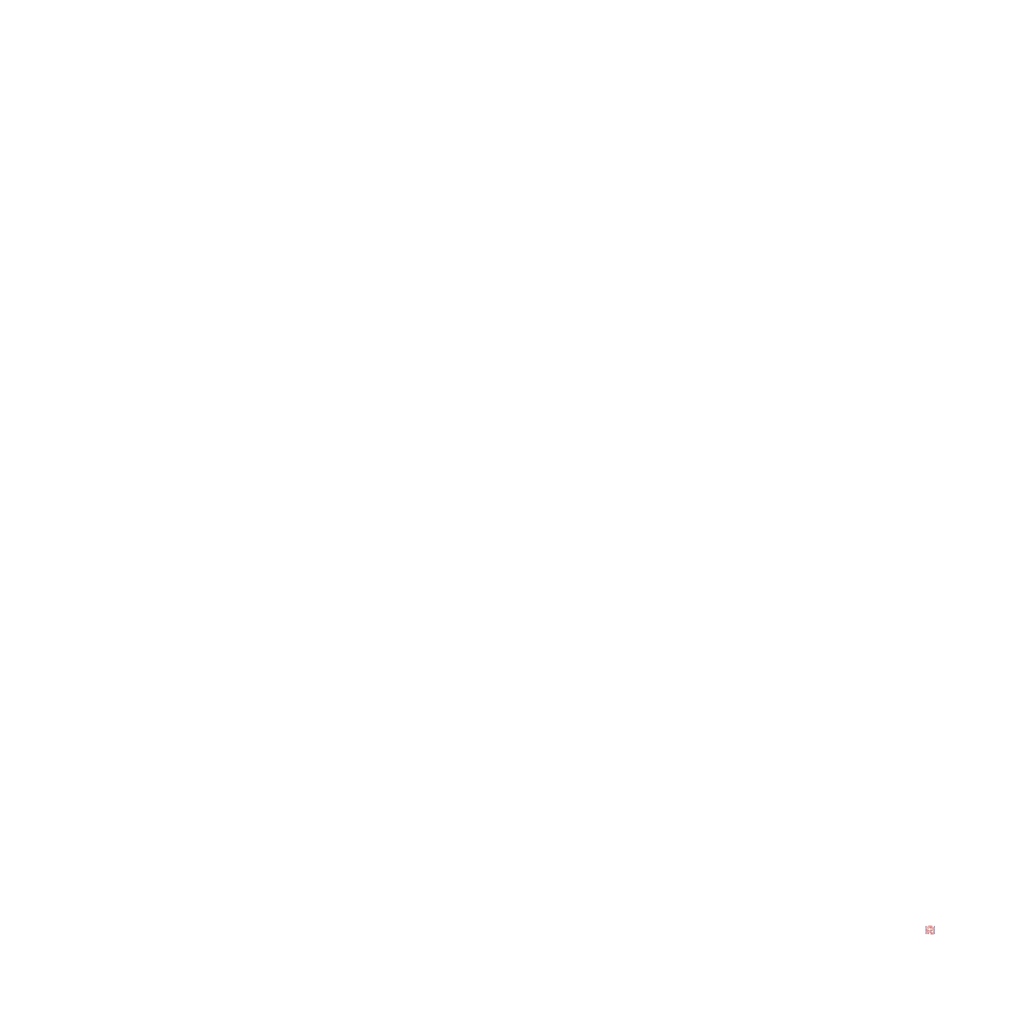
<source format=kicad_pcb>
(kicad_pcb (version 4) (host pcbnew 4.0.7)
  (layers (0 F.Cu signal) (31 B.Cu signal) (34 B.Paste user) (35 F.Paste user) (36 B.SilkS user) (37 F.SilkS user) (38 B.Mask user) (39 F.Mask user) (44 Edge.Cuts user))
  (net 0 "")
  (module LOGO (layer F.Cu) (at 0 0)
    (fp_text reference "G***" hide)
    (fp_text value "LOGO" hide)
    (fp_poly (pts (xy -8.766195 6.467322) (xy -8.692262 6.471667) (xy -8.634724 6.481898) (xy -8.580618 6.500461) (xy -8.516979 6.529800) (xy -8.506661 6.534862) (xy -8.364970 6.624711) (xy -8.236001 6.744402) (xy -8.131451 6.882049) (xy -8.089813 6.958486) (xy -8.063974 7.017933) (xy -8.047309 7.071758) (xy -8.037856 7.132139) (xy -8.033657 7.211252) (xy -8.032750 7.313084) (xy -8.033552 7.418265) (xy -8.037479 7.493554) (xy -8.046809 7.551380) (xy -8.063820 7.604176) (xy -8.090793 7.664373) (xy -8.100998 7.685387) (xy -8.197983 7.837818) (xy -8.323986 7.964808) (xy -8.472604 8.063461) (xy -8.637433 8.130881) (xy -8.812072 8.164170) (xy -8.990118 8.160435) (xy -9.101153 8.137768) (xy -9.271934 8.069559) (xy -9.421070 7.969712) (xy -9.545100 7.843535) (xy -9.640564 7.696340) (xy -9.703999 7.533436) (xy -9.731946 7.360134) (xy -9.721635 7.185719) (xy -9.670165 6.994477) (xy -9.585818 6.829901) (xy -9.468560 6.691941) (xy -9.318356 6.580550) (xy -9.254840 6.546265) (xy -9.180231 6.510426) (xy -9.121977 6.487314) (xy -9.066633 6.474143) (xy -9.000755 6.468125) (xy -8.910899 6.466477) (xy -8.869486 6.466417) (xy -8.766195 6.467322)) (layer B.Cu) (width 0.010000))
    (fp_poly (pts (xy 8.979003 6.460559) (xy 9.149518 6.494740) (xy 9.311339 6.562241) (xy 9.458425 6.662434) (xy 9.584735 6.794690) (xy 9.589188 6.800531) (xy 9.664645 6.916953) (xy 9.713590 7.036416) (xy 9.739743 7.171262) (xy 9.746868 7.323667) (xy 9.745007 7.426171) (xy 9.738126 7.501091) (xy 9.723580 7.563108) (xy 9.698728 7.626905) (xy 9.688085 7.650271) (xy 9.643503 7.734688) (xy 9.590697 7.818834) (xy 9.556651 7.864920) (xy 9.433401 7.983357) (xy 9.284263 8.074747) (xy 9.118019 8.136340) (xy 8.943447 8.165385) (xy 8.769327 8.159134) (xy 8.678334 8.140045) (xy 8.503550 8.070701) (xy 8.351412 7.968675) (xy 8.225769 7.838697) (xy 8.130474 7.685495) (xy 8.069379 7.513797) (xy 8.047687 7.365822) (xy 8.054799 7.172074) (xy 8.100157 6.996142) (xy 8.184493 6.836225) (xy 8.308541 6.690521) (xy 8.330805 6.669610) (xy 8.475694 6.564224) (xy 8.636050 6.494673) (xy 8.805833 6.460328) (xy 8.979003 6.460559)) (layer B.Cu) (width 0.010000))
    (fp_poly (pts (xy 1.413448 4.301838) (xy 1.529587 4.312153) (xy 1.618200 4.332421) (xy 1.682978 4.365526) (xy 1.727618 4.414354) (xy 1.755812 4.481790) (xy 1.771255 4.570719) (xy 1.777640 4.684028) (xy 1.778662 4.824600) (xy 1.778015 4.995322) (xy 1.778000 5.016500) (xy 1.777393 5.190936) (xy 1.774941 5.328495) (xy 1.769702 5.434621) (xy 1.760733 5.514761) (xy 1.747089 5.574361) (xy 1.727828 5.618867) (xy 1.702007 5.653724) (xy 1.668683 5.684378) (xy 1.661294 5.690280) (xy 1.644423 5.702678) (xy 1.625652 5.712608) (xy 1.600412 5.720338) (xy 1.564134 5.726134) (xy 1.512247 5.730264) (xy 1.440182 5.732995) (xy 1.343371 5.734595) (xy 1.217244 5.735331) (xy 1.057230 5.735470) (xy 0.891437 5.735319) (xy 0.690260 5.734764) (xy 0.527287 5.733516) (xy 0.398395 5.731408) (xy 0.299459 5.728273) (xy 0.226354 5.723946) (xy 0.174955 5.718259) (xy 0.141138 5.711046) (xy 0.124491 5.704351) (xy 0.088228 5.681609) (xy 0.059621 5.653996) (xy 0.037852 5.616628) (xy 0.022106 5.564620) (xy 0.011567 5.493090) (xy 0.005418 5.397152) (xy 0.002843 5.271923) (xy 0.003026 5.112519) (xy 0.004274 4.985068) (xy 0.010584 4.445740) (xy 0.079757 4.376579) (xy 0.148931 4.307417) (xy 0.862924 4.301752) (xy 1.083810 4.299523) (xy 1.266087 4.298590) (xy 1.413448 4.301838)) (layer B.Cu) (width 0.010000))
    (fp_poly (pts (xy -8.766107 3.927322) (xy -8.692185 3.931669) (xy -8.634653 3.941905) (xy -8.580547 3.960474) (xy -8.516901 3.989825) (xy -8.506636 3.994862) (xy -8.364976 4.084703) (xy -8.236026 4.204379) (xy -8.131482 4.342001) (xy -8.089813 4.418486) (xy -8.063974 4.477933) (xy -8.047309 4.531758) (xy -8.037856 4.592139) (xy -8.033657 4.671252) (xy -8.032750 4.773084) (xy -8.033552 4.878265) (xy -8.037479 4.953554) (xy -8.046809 5.011380) (xy -8.063820 5.064176) (xy -8.090793 5.124373) (xy -8.100998 5.145387) (xy -8.199349 5.299253) (xy -8.330864 5.430644) (xy -8.489997 5.534226) (xy -8.521004 5.549439) (xy -8.681405 5.603801) (xy -8.853914 5.626120) (xy -9.024779 5.615493) (xy -9.131361 5.589534) (xy -9.300893 5.513137) (xy -9.446725 5.406680) (xy -9.565854 5.275438) (xy -9.655272 5.124691) (xy -9.711974 4.959715) (xy -9.732953 4.785788) (xy -9.715203 4.608187) (xy -9.707932 4.577286) (xy -9.645242 4.395887) (xy -9.556612 4.245988) (xy -9.438564 4.123204) (xy -9.287616 4.023149) (xy -9.254766 4.006265) (xy -9.180111 3.970422) (xy -9.121823 3.947308) (xy -9.066450 3.934138) (xy -9.000540 3.928123) (xy -8.910644 3.926477) (xy -8.869386 3.926417) (xy -8.766107 3.927322)) (layer B.Cu) (width 0.010000))
    (fp_poly (pts (xy 9.007036 3.920956) (xy 9.182265 3.961127) (xy 9.343710 4.037754) (xy 9.486945 4.148881) (xy 9.607543 4.292549) (xy 9.680825 4.421222) (xy 9.712006 4.490818) (xy 9.731579 4.549136) (xy 9.742202 4.610251) (xy 9.746532 4.688238) (xy 9.747250 4.773084) (xy 9.746082 4.874765) (xy 9.740777 4.948283) (xy 9.728640 5.007779) (xy 9.706971 5.067398) (xy 9.679662 5.127429) (xy 9.581147 5.288735) (xy 9.454484 5.421992) (xy 9.305076 5.524580) (xy 9.138325 5.593877) (xy 8.959633 5.627265) (xy 8.774400 5.622123) (xy 8.691409 5.606790) (xy 8.578327 5.567207) (xy 8.457369 5.503786) (xy 8.345843 5.426717) (xy 8.274313 5.361288) (xy 8.165104 5.214511) (xy 8.091977 5.054838) (xy 8.053566 4.887618) (xy 8.048504 4.718199) (xy 8.075423 4.551931) (xy 8.132958 4.394163) (xy 8.219741 4.250244) (xy 8.334405 4.125522) (xy 8.475584 4.025349) (xy 8.632938 3.957818) (xy 8.822452 3.919201) (xy 9.007036 3.920956)) (layer B.Cu) (width 0.010000))
    (fp_poly (pts (xy -8.765700 1.389828) (xy -8.679785 1.398306) (xy -8.607298 1.414722) (xy -8.545310 1.436583) (xy -8.413417 1.508005) (xy -8.287348 1.611060) (xy -8.178014 1.735354) (xy -8.101916 1.858863) (xy -8.071254 1.923755) (xy -8.051301 1.977269) (xy -8.039767 2.031782) (xy -8.034366 2.099670) (xy -8.032810 2.193313) (xy -8.032750 2.233083) (xy -8.033520 2.338246) (xy -8.037359 2.413465) (xy -8.046557 2.471125) (xy -8.063406 2.523608) (xy -8.090199 2.583298) (xy -8.102052 2.607579) (xy -8.201273 2.763804) (xy -8.328395 2.892265) (xy -8.477617 2.990478) (xy -8.643136 3.055960) (xy -8.819150 3.086227) (xy -8.999855 3.078796) (xy -9.131361 3.048151) (xy -9.302818 2.972836) (xy -9.448314 2.867619) (xy -9.565818 2.737519) (xy -9.653300 2.587552) (xy -9.708729 2.422739) (xy -9.730074 2.248097) (xy -9.715305 2.068644) (xy -9.662392 1.889399) (xy -9.629351 1.817428) (xy -9.556095 1.708461) (xy -9.453060 1.602205) (xy -9.332021 1.509476) (xy -9.233762 1.454005) (xy -9.163499 1.422402) (xy -9.105360 1.402579) (xy -9.045263 1.391880) (xy -8.969129 1.387651) (xy -8.879416 1.387164) (xy -8.765700 1.389828)) (layer B.Cu) (width 0.010000))
    (fp_poly (pts (xy 9.089436 1.395620) (xy 9.263692 1.453688) (xy 9.418739 1.548098) (xy 9.551580 1.676912) (xy 9.659215 1.838192) (xy 9.680825 1.881222) (xy 9.712006 1.950818) (xy 9.731579 2.009136) (xy 9.742202 2.070251) (xy 9.746532 2.148238) (xy 9.747250 2.233084) (xy 9.746082 2.334765) (xy 9.740777 2.408283) (xy 9.728640 2.467779) (xy 9.706971 2.527398) (xy 9.679662 2.587429) (xy 9.580002 2.752035) (xy 9.453066 2.886288) (xy 9.302638 2.987636) (xy 9.132501 3.053526) (xy 8.947352 3.081368) (xy 8.853390 3.082367) (xy 8.764735 3.078203) (xy 8.698519 3.069761) (xy 8.691409 3.068138) (xy 8.520653 3.004652) (xy 8.371353 2.908430) (xy 8.246494 2.784823) (xy 8.149057 2.639183) (xy 8.082025 2.476865) (xy 8.048381 2.303219) (xy 8.051109 2.123599) (xy 8.082576 1.975611) (xy 8.155486 1.807446) (xy 8.261305 1.661303) (xy 8.394663 1.541128) (xy 8.550188 1.450866) (xy 8.722510 1.394463) (xy 8.898971 1.375834) (xy 9.089436 1.395620)) (layer B.Cu) (width 0.010000))
    (fp_poly (pts (xy 0.681409 1.313781) (xy 0.899427 1.316326) (xy 0.920448 1.316537) (xy 1.109003 1.318628) (xy 1.259931 1.321023) (xy 1.377942 1.323994) (xy 1.467742 1.327811) (xy 1.534039 1.332747) (xy 1.581542 1.339073) (xy 1.614956 1.347062) (xy 1.638991 1.356986) (xy 1.641165 1.358153) (xy 1.677450 1.379869) (xy 1.706034 1.404011) (xy 1.727834 1.435604) (xy 1.743763 1.479674) (xy 1.754739 1.541245) (xy 1.761677 1.625345) (xy 1.765492 1.736998) (xy 1.767100 1.881229) (xy 1.767417 2.051113) (xy 1.767217 2.217788) (xy 1.766371 2.347528) (xy 1.764509 2.445731) (xy 1.761260 2.517795) (xy 1.756254 2.569118) (xy 1.749120 2.605098) (xy 1.739488 2.631132) (xy 1.726987 2.652619) (xy 1.726049 2.654013) (xy 1.703005 2.685294) (xy 1.677583 2.710552) (xy 1.645256 2.730422) (xy 1.601496 2.745539) (xy 1.541778 2.756537) (xy 1.461575 2.764050) (xy 1.356360 2.768714) (xy 1.221607 2.771162) (xy 1.052790 2.772030) (xy 0.884388 2.772005) (xy 0.687534 2.771362) (xy 0.528774 2.769858) (xy 0.403877 2.767316) (xy 0.308609 2.763559) (xy 0.238737 2.758410) (xy 0.190028 2.751693) (xy 0.158250 2.743229) (xy 0.153875 2.741452) (xy 0.095912 2.702440) (xy 0.046325 2.647228) (xy 0.042829 2.641739) (xy 0.029614 2.617572) (xy 0.019437 2.590136) (xy 0.011906 2.553873) (xy 0.006623 2.503225) (xy 0.003194 2.432634) (xy 0.001224 2.336540) (xy 0.000318 2.209387) (xy 0.000080 2.045616) (xy 0.000079 2.040422) (xy -0.000460 1.864036) (xy 0.000436 1.718415) (xy 0.006456 1.600658) (xy 0.021284 1.507866) (xy 0.048608 1.437139) (xy 0.092114 1.385579) (xy 0.155489 1.350284) (xy 0.242420 1.328357) (xy 0.356592 1.316897) (xy 0.501693 1.313005) (xy 0.681409 1.313781)) (layer B.Cu) (width 0.010000))
    (fp_poly (pts (xy -8.765700 -1.150172) (xy -8.679785 -1.141694) (xy -8.607298 -1.125278) (xy -8.545310 -1.103417) (xy -8.413417 -1.031995) (xy -8.287348 -0.928940) (xy -8.178014 -0.804646) (xy -8.101916 -0.681137) (xy -8.071226 -0.616174) (xy -8.051265 -0.562603) (xy -8.039738 -0.508020) (xy -8.034350 -0.440022) (xy -8.032807 -0.346205) (xy -8.032750 -0.307362) (xy -8.033829 -0.199296) (xy -8.038341 -0.121463) (xy -8.048197 -0.061789) (xy -8.065310 -0.008200) (xy -8.088527 0.044874) (xy -8.185465 0.204457) (xy -8.310944 0.336953) (xy -8.459254 0.439709) (xy -8.624683 0.510070) (xy -8.801518 0.545383) (xy -8.984049 0.542994) (xy -9.108071 0.518600) (xy -9.227183 0.472987) (xy -9.349493 0.404599) (xy -9.458267 0.323792) (xy -9.517528 0.265227) (xy -9.624410 0.111335) (xy -9.693872 -0.054359) (xy -9.727055 -0.226424) (xy -9.725098 -0.399434) (xy -9.689141 -0.567958) (xy -9.620325 -0.726570) (xy -9.519790 -0.869841) (xy -9.388674 -0.992342) (xy -9.233762 -1.085995) (xy -9.163499 -1.117598) (xy -9.105360 -1.137421) (xy -9.045263 -1.148120) (xy -8.969129 -1.152349) (xy -8.879416 -1.152836) (xy -8.765700 -1.150172)) (layer B.Cu) (width 0.010000))
    (fp_poly (pts (xy 9.056405 -1.149666) (xy 9.230673 -1.096060) (xy 9.255256 -1.085022) (xy 9.413221 -0.993262) (xy 9.539277 -0.878301) (xy 9.640620 -0.733096) (xy 9.668199 -0.680729) (xy 9.704509 -0.604831) (xy 9.727574 -0.545479) (xy 9.740387 -0.488511) (xy 9.745944 -0.419764) (xy 9.747238 -0.325079) (xy 9.747250 -0.306916) (xy 9.746353 -0.206868) (xy 9.741664 -0.134983) (xy 9.730190 -0.077102) (xy 9.708934 -0.019062) (xy 9.674903 0.053298) (xy 9.668199 0.066896) (xy 9.565527 0.231475) (xy 9.437627 0.362619) (xy 9.286521 0.458995) (xy 9.114235 0.519271) (xy 8.947352 0.541368) (xy 8.853390 0.542367) (xy 8.764735 0.538203) (xy 8.698519 0.529761) (xy 8.691409 0.528138) (xy 8.521011 0.464729) (xy 8.371856 0.368563) (xy 8.246965 0.245097) (xy 8.149361 0.099785) (xy 8.082066 -0.061917) (xy 8.048102 -0.234554) (xy 8.050491 -0.412671) (xy 8.084412 -0.567599) (xy 8.159418 -0.736840) (xy 8.264586 -0.881309) (xy 8.394589 -0.998651) (xy 8.544100 -1.086512) (xy 8.707791 -1.142538) (xy 8.880335 -1.164374) (xy 9.056405 -1.149666)) (layer B.Cu) (width 0.010000))
    (fp_poly (pts (xy -8.766263 -3.690443) (xy -8.680938 -3.682194) (xy -8.609090 -3.666076) (xy -8.545310 -3.643576) (xy -8.413286 -3.571933) (xy -8.287121 -3.468692) (xy -8.177761 -3.344281) (xy -8.101916 -3.221137) (xy -8.071226 -3.156174) (xy -8.051265 -3.102603) (xy -8.039738 -3.048020) (xy -8.034350 -2.980022) (xy -8.032807 -2.886205) (xy -8.032750 -2.847362) (xy -8.033808 -2.739521) (xy -8.038276 -2.661857) (xy -8.048097 -2.602237) (xy -8.065213 -2.548531) (xy -8.089478 -2.493051) (xy -8.158018 -2.377035) (xy -8.250007 -2.262984) (xy -8.352941 -2.164923) (xy -8.431872 -2.109088) (xy -8.593382 -2.037580) (xy -8.771283 -1.998614) (xy -8.952986 -1.993876) (xy -9.105003 -2.019077) (xy -9.218605 -2.062230) (xy -9.338046 -2.128157) (xy -9.446589 -2.206487) (xy -9.517528 -2.274773) (xy -9.624393 -2.428640) (xy -9.693849 -2.594311) (xy -9.727039 -2.766357) (xy -9.725103 -2.939348) (xy -9.689179 -3.107854) (xy -9.620410 -3.266447) (xy -9.519935 -3.409696) (xy -9.388894 -3.532172) (xy -9.233762 -3.625942) (xy -9.163403 -3.657547) (xy -9.105095 -3.677376) (xy -9.044735 -3.688098) (xy -8.968221 -3.692379) (xy -8.879416 -3.692943) (xy -8.766263 -3.690443)) (layer B.Cu) (width 0.010000))
    (fp_poly (pts (xy 9.002361 -3.692404) (xy 9.075939 -3.687083) (xy 9.135425 -3.674943) (xy 9.194929 -3.653307) (xy 9.253635 -3.626601) (xy 9.411519 -3.534554) (xy 9.537100 -3.420782) (xy 9.637897 -3.277923) (xy 9.668199 -3.220729) (xy 9.704509 -3.144831) (xy 9.727574 -3.085479) (xy 9.740387 -3.028511) (xy 9.745944 -2.959764) (xy 9.747238 -2.865079) (xy 9.747250 -2.846917) (xy 9.746353 -2.746868) (xy 9.741664 -2.674983) (xy 9.730190 -2.617102) (xy 9.708934 -2.559062) (xy 9.674903 -2.486702) (xy 9.668199 -2.473104) (xy 9.565485 -2.308069) (xy 9.437828 -2.177120) (xy 9.286343 -2.080986) (xy 9.112150 -2.020393) (xy 8.936013 -1.996806) (xy 8.823292 -1.994921) (xy 8.736976 -2.002468) (xy 8.661876 -2.020996) (xy 8.646307 -2.026355) (xy 8.463438 -2.111676) (xy 8.311442 -2.224217) (xy 8.192073 -2.361701) (xy 8.107086 -2.521849) (xy 8.058235 -2.702382) (xy 8.047693 -2.803622) (xy 8.057118 -2.996905) (xy 8.105061 -3.173884) (xy 8.190052 -3.332146) (xy 8.310619 -3.469280) (xy 8.465293 -3.582875) (xy 8.550331 -3.627911) (xy 8.619322 -3.658768) (xy 8.677456 -3.678130) (xy 8.738764 -3.688628) (xy 8.817276 -3.692892) (xy 8.900584 -3.693583) (xy 9.002361 -3.692404)) (layer B.Cu) (width 0.010000))
    (fp_poly (pts (xy -8.684950 -6.224950) (xy -8.512514 -6.166863) (xy -8.432140 -6.125004) (xy -8.328828 -6.048398) (xy -8.226983 -5.945010) (xy -8.139155 -5.828911) (xy -8.089478 -5.740782) (xy -8.063802 -5.681652) (xy -8.047234 -5.627929) (xy -8.037832 -5.567482) (xy -8.033652 -5.488178) (xy -8.032750 -5.386471) (xy -8.033527 -5.281382) (xy -8.037389 -5.206215) (xy -8.046630 -5.148567) (xy -8.063547 -5.096034) (xy -8.090434 -5.036213) (xy -8.101916 -5.012696) (xy -8.186139 -4.878119) (xy -8.296417 -4.755976) (xy -8.422153 -4.656322) (xy -8.545310 -4.592007) (xy -8.650059 -4.562615) (xy -8.775882 -4.543455) (xy -8.906113 -4.535779) (xy -9.024090 -4.540838) (xy -9.085878 -4.551438) (xy -9.253505 -4.614158) (xy -9.401969 -4.710214) (xy -9.527509 -4.833890) (xy -9.626365 -4.979467) (xy -9.694778 -5.141229) (xy -9.728987 -5.313459) (xy -9.725232 -5.490439) (xy -9.721113 -5.517333) (xy -9.670585 -5.698255) (xy -9.587713 -5.857366) (xy -9.477385 -5.992360) (xy -9.344488 -6.100934) (xy -9.193909 -6.180784) (xy -9.030535 -6.229606) (xy -8.859253 -6.245096) (xy -8.684950 -6.224950)) (layer B.Cu) (width 0.010000))
    (fp_poly (pts (xy 9.002361 -6.232404) (xy 9.075939 -6.227083) (xy 9.135425 -6.214943) (xy 9.194929 -6.193307) (xy 9.253635 -6.166601) (xy 9.411519 -6.074554) (xy 9.537100 -5.960782) (xy 9.637897 -5.817923) (xy 9.668199 -5.760729) (xy 9.704509 -5.684831) (xy 9.727574 -5.625479) (xy 9.740387 -5.568511) (xy 9.745944 -5.499764) (xy 9.747238 -5.405079) (xy 9.747250 -5.386917) (xy 9.746353 -5.286868) (xy 9.741664 -5.214983) (xy 9.730190 -5.157102) (xy 9.708934 -5.099062) (xy 9.674903 -5.026702) (xy 9.668199 -5.013104) (xy 9.573553 -4.857692) (xy 9.456622 -4.734492) (xy 9.310059 -4.636322) (xy 9.254001 -4.608224) (xy 9.169232 -4.572267) (xy 9.093209 -4.550917) (xy 9.006917 -4.539908) (xy 8.932700 -4.536152) (xy 8.817781 -4.536824) (xy 8.720711 -4.546133) (xy 8.667750 -4.558131) (xy 8.485015 -4.638490) (xy 8.330365 -4.747444) (xy 8.206341 -4.881620) (xy 8.115486 -5.037642) (xy 8.060341 -5.212138) (xy 8.043334 -5.386916) (xy 8.063250 -5.576080) (xy 8.121589 -5.749785) (xy 8.216239 -5.904778) (xy 8.345088 -6.037804) (xy 8.506021 -6.145608) (xy 8.550331 -6.167911) (xy 8.619322 -6.198768) (xy 8.677456 -6.218130) (xy 8.738764 -6.228628) (xy 8.817276 -6.232892) (xy 8.900584 -6.233583) (xy 9.002361 -6.232404)) (layer B.Cu) (width 0.010000))
    (fp_poly (pts (xy -8.762254 -8.774338) (xy -8.584167 -8.734406) (xy -8.435249 -8.666826) (xy -8.328361 -8.587710) (xy -8.224140 -8.481714) (xy -8.135333 -8.363071) (xy -8.089478 -8.280782) (xy -8.063776 -8.221580) (xy -8.047202 -8.167786) (xy -8.037806 -8.107243) (xy -8.033639 -8.027796) (xy -8.032750 -7.926916) (xy -8.033806 -7.819233) (xy -8.038282 -7.741682) (xy -8.048137 -7.682084) (xy -8.065330 -7.628264) (xy -8.089813 -7.572319) (xy -8.176548 -7.429743) (xy -8.293166 -7.299826) (xy -8.428186 -7.194190) (xy -8.506545 -7.150454) (xy -8.585454 -7.116043) (xy -8.656368 -7.094841) (xy -8.736331 -7.083056) (xy -8.836188 -7.077132) (xy -8.966279 -7.077082) (xy -9.068446 -7.087346) (xy -9.112250 -7.097991) (xy -9.294424 -7.178917) (xy -9.448272 -7.289679) (xy -9.571472 -7.427668) (xy -9.661703 -7.590274) (xy -9.716645 -7.774890) (xy -9.717198 -7.777868) (xy -9.730433 -7.960465) (xy -9.704577 -8.137292) (xy -9.642874 -8.303053) (xy -9.548563 -8.452449) (xy -9.424887 -8.580183) (xy -9.275086 -8.680956) (xy -9.127216 -8.742209) (xy -8.946360 -8.777275) (xy -8.762254 -8.774338)) (layer B.Cu) (width 0.010000))
    (fp_poly (pts (xy 9.002361 -8.772404) (xy 9.075939 -8.767083) (xy 9.135425 -8.754943) (xy 9.194929 -8.733307) (xy 9.253635 -8.706601) (xy 9.420405 -8.606091) (xy 9.556099 -8.478786) (xy 9.658448 -8.327988) (xy 9.725183 -8.156998) (xy 9.753498 -7.979360) (xy 9.744925 -7.794315) (xy 9.700020 -7.622895) (xy 9.623130 -7.468439) (xy 9.518603 -7.334286) (xy 9.390786 -7.223776) (xy 9.244026 -7.140246) (xy 9.082670 -7.087036) (xy 8.911065 -7.067485) (xy 8.733559 -7.084933) (xy 8.627082 -7.114187) (xy 8.456998 -7.191294) (xy 8.315751 -7.297086) (xy 8.199717 -7.434865) (xy 8.119589 -7.576664) (xy 8.088818 -7.645427) (xy 8.069474 -7.703363) (xy 8.058950 -7.764412) (xy 8.054641 -7.842517) (xy 8.053917 -7.928014) (xy 8.054822 -8.027767) (xy 8.059568 -8.099483) (xy 8.071205 -8.157454) (xy 8.092780 -8.215967) (xy 8.127341 -8.289314) (xy 8.133765 -8.302340) (xy 8.224665 -8.452142) (xy 8.337411 -8.572397) (xy 8.479840 -8.670716) (xy 8.551334 -8.707747) (xy 8.619700 -8.738643) (xy 8.677278 -8.758042) (xy 8.738019 -8.768575) (xy 8.815872 -8.772870) (xy 8.900584 -8.773583) (xy 9.002361 -8.772404)) (layer B.Cu) (width 0.010000))
  )
  (module LOGO (layer F.Cu) (at 0 0)
    (fp_text reference "G***" hide)
    (fp_text value "LOGO" hide)
    (fp_poly (pts (xy 0.708965 -9.570549) (xy 1.166976 -9.557983) (xy 1.587864 -9.536210) (xy 1.973791 -9.504928) (xy 2.326920 -9.463837) (xy 2.649412 -9.412636) (xy 2.943432 -9.351025) (xy 3.211142 -9.278703) (xy 3.454704 -9.195369) (xy 3.676281 -9.100724) (xy 3.699769 -9.089433) (xy 3.900013 -8.977381) (xy 4.062571 -8.852634) (xy 4.191272 -8.710767) (xy 4.289946 -8.547359) (xy 4.362426 -8.357986) (xy 4.376337 -8.308223) (xy 4.412503 -8.170333) (xy 4.493303 -8.170333) (xy 4.565864 -8.161508) (xy 4.632473 -8.140079) (xy 4.636193 -8.138225) (xy 4.668950 -8.119936) (xy 4.695495 -8.099472) (xy 4.716480 -8.072461) (xy 4.732558 -8.034532) (xy 4.744380 -7.981315) (xy 4.752599 -7.908438) (xy 4.757868 -7.811530) (xy 4.760839 -7.686220) (xy 4.762164 -7.528137) (xy 4.762496 -7.332910) (xy 4.762500 -7.291916) (xy 4.762282 -7.089257) (xy 4.761192 -6.924558) (xy 4.758579 -6.793451) (xy 4.753789 -6.691563) (xy 4.746172 -6.614523) (xy 4.735073 -6.557961) (xy 4.719841 -6.517505) (xy 4.699823 -6.488784) (xy 4.674368 -6.467428) (xy 4.642822 -6.449064) (xy 4.636193 -6.445608) (xy 4.609636 -6.435479) (xy 4.570555 -6.427635) (xy 4.513934 -6.421813) (xy 4.434759 -6.417752) (xy 4.328014 -6.415188) (xy 4.188684 -6.413858) (xy 4.023052 -6.413500) (xy 3.472001 -6.413500) (xy 3.402876 -6.475219) (xy 3.333750 -6.536938) (xy 3.326586 -6.771552) (xy 3.321053 -6.888512) (xy 3.312735 -6.964747) (xy 3.301424 -7.001784) (xy 3.294836 -7.006087) (xy 3.239194 -6.987408) (xy 3.173206 -6.936195) (xy 3.102257 -6.859217) (xy 3.031731 -6.763241) (xy 2.967015 -6.655036) (xy 2.913493 -6.541371) (xy 2.902568 -6.513097) (xy 2.860750 -6.375944) (xy 2.829216 -6.217587) (xy 2.807816 -6.034840) (xy 2.796404 -5.824512) (xy 2.794832 -5.583416) (xy 2.802953 -5.308363) (xy 2.820620 -4.996166) (xy 2.827736 -4.895098) (xy 2.841791 -4.663012) (xy 2.850576 -4.427925) (xy 2.854212 -4.196198) (xy 2.852821 -3.974196) (xy 2.846523 -3.768282) (xy 2.835440 -3.584817) (xy 2.819693 -3.430164) (xy 2.799403 -3.310688) (xy 2.797387 -3.302000) (xy 2.735267 -3.078885) (xy 2.657794 -2.872011) (xy 2.561826 -2.677172) (xy 2.444218 -2.490165) (xy 2.301829 -2.306787) (xy 2.131515 -2.122832) (xy 1.930134 -1.934097) (xy 1.694542 -1.736378) (xy 1.531384 -1.608561) (xy 1.328313 -1.451850) (xy 1.155097 -1.315097) (xy 1.007143 -1.193648) (xy 0.879860 -1.082853) (xy 0.768656 -0.978059) (xy 0.668939 -0.874615) (xy 0.576117 -0.767869) (xy 0.485599 -0.653169) (xy 0.392793 -0.525864) (xy 0.293106 -0.381301) (xy 0.236072 -0.296333) (xy 0.015692 0.052530) (xy -0.169797 0.385721) (xy -0.319770 0.701965) (xy -0.433600 0.999988) (xy -0.485794 1.175217) (xy -0.508913 1.276802) (xy -0.534453 1.412386) (xy -0.561261 1.573787) (xy -0.588185 1.752821) (xy -0.614074 1.941306) (xy -0.637775 2.131058) (xy -0.658137 2.313895) (xy -0.674007 2.481633) (xy -0.679418 2.550584) (xy -0.694461 2.927075) (xy -0.683513 3.277446) (xy -0.646835 3.599998) (xy -0.584687 3.893030) (xy -0.497329 4.154843) (xy -0.403666 4.351179) (xy -0.345865 4.444782) (xy -0.277634 4.539737) (xy -0.206588 4.626790) (xy -0.140339 4.696685) (xy -0.086502 4.740166) (xy -0.081196 4.743191) (xy -0.009060 4.768149) (xy 0.094290 4.785592) (xy 0.218223 4.794441) (xy 0.352113 4.793621) (xy 0.393509 4.791268) (xy 0.585934 4.777892) (xy 0.607501 4.614535) (xy 0.649942 4.425598) (xy 0.724113 4.263357) (xy 0.830453 4.127475) (xy 0.969399 4.017620) (xy 1.141389 3.933457) (xy 1.346860 3.874652) (xy 1.586251 3.840872) (xy 1.625541 3.837914) (xy 1.722135 3.829981) (xy 1.784726 3.820534) (xy 1.821643 3.807571) (xy 1.841213 3.789090) (xy 1.843244 3.785575) (xy 1.850757 3.775314) (xy 1.863967 3.767020) (xy 1.887048 3.760486) (xy 1.924174 3.755503) (xy 1.979519 3.751863) (xy 2.057257 3.749357) (xy 2.161563 3.747776) (xy 2.296611 3.746913) (xy 2.466574 3.746558) (xy 2.625412 3.746500) (xy 3.386667 3.746500) (xy 3.386667 4.466167) (xy 2.614084 4.466167) (xy 2.412843 4.466080) (xy 2.249905 4.465683) (xy 2.121237 4.464771) (xy 2.022808 4.463140) (xy 1.950587 4.460585) (xy 1.900542 4.456901) (xy 1.868643 4.451883) (xy 1.850857 4.445327) (xy 1.843153 4.437028) (xy 1.841500 4.426941) (xy 1.836303 4.404329) (xy 1.813967 4.394284) (xy 1.764371 4.394021) (xy 1.730375 4.396358) (xy 1.584000 4.413530) (xy 1.451871 4.440100) (xy 1.342366 4.473819) (xy 1.263861 4.512438) (xy 1.245352 4.526612) (xy 1.217196 4.554042) (xy 1.197884 4.582723) (xy 1.184749 4.621951) (xy 1.175125 4.681021) (xy 1.166345 4.769229) (xy 1.162382 4.815830) (xy 1.157491 4.903019) (xy 1.153972 5.026216) (xy 1.151757 5.179119) (xy 1.150778 5.355426) (xy 1.150967 5.548838) (xy 1.152255 5.753051) (xy 1.154575 5.961766) (xy 1.157857 6.168680) (xy 1.162033 6.367492) (xy 1.167036 6.551901) (xy 1.172797 6.715606) (xy 1.179248 6.852306) (xy 1.185451 6.945381) (xy 1.218807 7.275998) (xy 1.261976 7.567016) (xy 1.315628 7.820172) (xy 1.380431 8.037202) (xy 1.457055 8.219841) (xy 1.546169 8.369825) (xy 1.648442 8.488890) (xy 1.764545 8.578773) (xy 1.828659 8.613631) (xy 2.010280 8.684184) (xy 2.229125 8.741455) (xy 2.482190 8.785352) (xy 2.766472 8.815782) (xy 3.078968 8.832653) (xy 3.416675 8.835874) (xy 3.776591 8.825351) (xy 4.155712 8.800994) (xy 4.551036 8.762709) (xy 4.959559 8.710405) (xy 4.963584 8.709828) (xy 5.207213 8.672728) (xy 5.452429 8.631437) (xy 5.693036 8.587245) (xy 5.922839 8.541439) (xy 6.135643 8.495310) (xy 6.325250 8.450146) (xy 6.485467 8.407238) (xy 6.610096 8.367874) (xy 6.614584 8.366273) (xy 6.770974 8.303268) (xy 6.953258 8.218123) (xy 7.154041 8.114851) (xy 7.365927 7.997465) (xy 7.581523 7.869978) (xy 7.793432 7.736403) (xy 7.877011 7.681159) (xy 8.059939 7.558475) (xy 8.048914 7.381767) (xy 8.053499 7.186236) (xy 8.094073 7.011514) (xy 8.172091 6.853924) (xy 8.289010 6.709788) (xy 8.330805 6.669610) (xy 8.475694 6.564224) (xy 8.636050 6.494673) (xy 8.805833 6.460328) (xy 8.979003 6.460559) (xy 9.149518 6.494740) (xy 9.311339 6.562241) (xy 9.458425 6.662434) (xy 9.584735 6.794690) (xy 9.589188 6.800531) (xy 9.664645 6.916953) (xy 9.713590 7.036416) (xy 9.739743 7.171262) (xy 9.746868 7.323667) (xy 9.745007 7.426171) (xy 9.738126 7.501091) (xy 9.723580 7.563108) (xy 9.698728 7.626905) (xy 9.688085 7.650271) (xy 9.589551 7.819899) (xy 9.466896 7.955248) (xy 9.317959 8.058230) (xy 9.147960 8.128507) (xy 8.961414 8.164933) (xy 8.775638 8.159195) (xy 8.592353 8.111454) (xy 8.494107 8.067799) (xy 8.405130 8.022308) (xy 8.134273 8.199271) (xy 7.822829 8.396337) (xy 7.536148 8.564010) (xy 7.270465 8.704181) (xy 7.022018 8.818736) (xy 6.787045 8.909564) (xy 6.604000 8.967040) (xy 6.269594 9.052715) (xy 5.905483 9.131295) (xy 5.519452 9.201876) (xy 5.119284 9.263556) (xy 4.712763 9.315432) (xy 4.307675 9.356601) (xy 3.911803 9.386160) (xy 3.532932 9.403205) (xy 3.178845 9.406835) (xy 2.889250 9.397963) (xy 2.531092 9.368439) (xy 2.208797 9.320546) (xy 1.922913 9.254431) (xy 1.673988 9.170241) (xy 1.462570 9.068122) (xy 1.327779 8.978966) (xy 1.181987 8.843024) (xy 1.050816 8.669161) (xy 0.935387 8.459581) (xy 0.836819 8.216484) (xy 0.756233 7.942073) (xy 0.721786 7.787635) (xy 0.694945 7.647564) (xy 0.672496 7.513894) (xy 0.653981 7.380701) (xy 0.638945 7.242063) (xy 0.626930 7.092056) (xy 0.617479 6.924758) (xy 0.610135 6.734244) (xy 0.604442 6.514593) (xy 0.599942 6.259880) (xy 0.599039 6.196573) (xy 0.587471 5.355229) (xy 0.288444 5.355952) (xy 0.086933 5.350652) (xy -0.081274 5.331965) (xy -0.223806 5.297307) (xy -0.348290 5.244094) (xy -0.462355 5.169744) (xy -0.573628 5.071674) (xy -0.585294 5.060061) (xy -0.767216 4.847299) (xy -0.920774 4.603184) (xy -1.045971 4.327705) (xy -1.142808 4.020850) (xy -1.211290 3.682606) (xy -1.251418 3.312962) (xy -1.263195 2.911904) (xy -1.246625 2.479420) (xy -1.225919 2.233084) (xy -1.207020 2.060875) (xy -1.183335 1.874287) (xy -1.156321 1.682770) (xy -1.127438 1.495777) (xy -1.098143 1.322760) (xy -1.069896 1.173170) (xy -1.044618 1.058334) (xy -0.951463 0.745803) (xy -0.822277 0.417435) (xy -0.658675 0.076757) (xy -0.462269 -0.272706) (xy -0.359269 -0.438699) (xy -0.215140 -0.659496) (xy -0.081349 -0.852800) (xy 0.047900 -1.024867) (xy 0.178400 -1.181954) (xy 0.315946 -1.330319) (xy 0.466331 -1.476218) (xy 0.635351 -1.625909) (xy 0.828799 -1.785648) (xy 1.047591 -1.957916) (xy 1.280074 -2.141188) (xy 1.479343 -2.306216) (xy 1.648360 -2.456745) (xy 1.790088 -2.596521) (xy 1.907487 -2.729287) (xy 2.003520 -2.858789) (xy 2.081148 -2.988772) (xy 2.143334 -3.122980) (xy 2.193038 -3.265157) (xy 2.233222 -3.419050) (xy 2.244544 -3.471333) (xy 2.269266 -3.633618) (xy 2.284480 -3.834845) (xy 2.290170 -4.072697) (xy 2.286318 -4.344860) (xy 2.272905 -4.649020) (xy 2.255519 -4.910666) (xy 2.240583 -5.140930) (xy 2.230304 -5.369197) (xy 2.224740 -5.588355) (xy 2.223949 -5.791290) (xy 2.227989 -5.970886) (xy 2.236917 -6.120030) (xy 2.245059 -6.195010) (xy 2.299610 -6.481546) (xy 2.381234 -6.743935) (xy 2.488522 -6.979100) (xy 2.620064 -7.183967) (xy 2.774452 -7.355460) (xy 2.778500 -7.359208) (xy 2.860693 -7.428690) (xy 2.940066 -7.479047) (xy 3.031180 -7.517751) (xy 3.148598 -7.552276) (xy 3.160693 -7.555368) (xy 3.312584 -7.593861) (xy 3.323167 -7.802722) (xy 3.333231 -7.932824) (xy 3.351986 -8.026940) (xy 3.385101 -8.091312) (xy 3.438249 -8.132181) (xy 3.517100 -8.155787) (xy 3.627325 -8.168371) (xy 3.657218 -8.170333) (xy 3.832519 -8.180916) (xy 3.776885 -8.292338) (xy 3.700355 -8.400152) (xy 3.582664 -8.499974) (xy 3.424250 -8.591655) (xy 3.225553 -8.675046) (xy 2.987011 -8.749999) (xy 2.709064 -8.816364) (xy 2.392150 -8.873992) (xy 2.036709 -8.922735) (xy 1.862667 -8.941899) (xy 1.509583 -8.971864) (xy 1.123781 -8.993413) (xy 0.714018 -9.006601) (xy 0.289053 -9.011480) (xy -0.142355 -9.008105) (xy -0.571447 -8.996527) (xy -0.989466 -8.976801) (xy -1.387651 -8.948981) (xy -1.692533 -8.920238) (xy -2.055700 -8.874239) (xy -2.387084 -8.817551) (xy -2.685079 -8.750650) (xy -2.948080 -8.674012) (xy -3.174479 -8.588113) (xy -3.362671 -8.493426) (xy -3.511050 -8.390428) (xy -3.526172 -8.377473) (xy -3.578106 -8.324015) (xy -3.623907 -8.263654) (xy -3.654437 -8.209558) (xy -3.661833 -8.181968) (xy -3.642813 -8.175251) (xy -3.594315 -8.171048) (xy -3.558854 -8.170333) (xy -3.469211 -8.160510) (xy -3.402320 -8.128105) (xy -3.397539 -8.124446) (xy -3.366448 -8.098082) (xy -3.341418 -8.069903) (xy -3.321797 -8.035236) (xy -3.306927 -7.989412) (xy -3.296156 -7.927759) (xy -3.288828 -7.845606) (xy -3.284288 -7.738283) (xy -3.281881 -7.601118) (xy -3.280953 -7.429440) (xy -3.280833 -7.291917) (xy -3.281134 -7.094343) (xy -3.282471 -6.934431) (xy -3.285502 -6.807508) (xy -3.290879 -6.708904) (xy -3.299258 -6.633948) (xy -3.311293 -6.577969) (xy -3.327640 -6.536295) (xy -3.348953 -6.504257) (xy -3.375887 -6.477183) (xy -3.397539 -6.459387) (xy -3.416688 -6.445522) (xy -3.438115 -6.434772) (xy -3.467111 -6.426742) (xy -3.508971 -6.421036) (xy -3.568987 -6.417258) (xy -3.652453 -6.415011) (xy -3.764660 -6.413901) (xy -3.910904 -6.413531) (xy -4.011083 -6.413500) (xy -4.190656 -6.412846) (xy -4.338210 -6.413393) (xy -4.456877 -6.418908) (xy -4.549785 -6.433154) (xy -4.620064 -6.459898) (xy -4.670845 -6.502903) (xy -4.705258 -6.565935) (xy -4.726432 -6.652758) (xy -4.737497 -6.767139) (xy -4.741584 -6.912842) (xy -4.741823 -7.093631) (xy -4.741333 -7.291917) (xy -4.741033 -7.489490) (xy -4.739695 -7.649402) (xy -4.736665 -7.776325) (xy -4.731288 -7.874929) (xy -4.722909 -7.949885) (xy -4.710873 -8.005864) (xy -4.694527 -8.047538) (xy -4.673214 -8.079576) (xy -4.646280 -8.106650) (xy -4.624627 -8.124446) (xy -4.584402 -8.149641) (xy -4.535527 -8.163769) (xy -4.464946 -8.169624) (xy -4.410395 -8.170333) (xy -4.327874 -8.171979) (xy -4.279728 -8.178007) (xy -4.258089 -8.190055) (xy -4.254500 -8.202766) (xy -4.247234 -8.236364) (xy -4.227847 -8.298083) (xy -4.199956 -8.376746) (xy -4.187732 -8.409141) (xy -4.152348 -8.495011) (xy -4.116618 -8.562515) (xy -4.071769 -8.624550) (xy -4.009027 -8.694009) (xy -3.960190 -8.743568) (xy -3.820095 -8.868494) (xy -3.662816 -8.979149) (xy -3.484127 -9.077362) (xy -3.279800 -9.164964) (xy -3.045610 -9.243786) (xy -2.777330 -9.315658) (xy -2.497666 -9.377036) (xy -2.218850 -9.427393) (xy -1.920909 -9.469876) (xy -1.600336 -9.504743) (xy -1.253629 -9.532246) (xy -0.877281 -9.552643) (xy -0.467787 -9.566187) (xy -0.021644 -9.573133) (xy 0.211667 -9.574207) (xy 0.708965 -9.570549)) (layer F.Cu) (width 0.010000))
    (fp_poly (pts (xy -8.763938 6.467614) (xy -8.687490 6.472613) (xy -8.627832 6.483521) (xy -8.572211 6.502448) (xy -8.524819 6.523480) (xy -8.413963 6.588886) (xy -8.303371 6.677277) (xy -8.205659 6.777040) (xy -8.133444 6.876560) (xy -8.125342 6.891221) (xy -8.091148 6.948833) (xy -8.063261 6.974107) (xy -8.033419 6.974455) (xy -8.032750 6.974260) (xy -7.997041 6.968946) (xy -7.927886 6.962910) (xy -7.834153 6.956781) (xy -7.724707 6.951190) (xy -7.683500 6.949444) (xy -7.524733 6.946547) (xy -7.370230 6.951624) (xy -7.214723 6.965779) (xy -7.052944 6.990119) (xy -6.879626 7.025749) (xy -6.689501 7.073775) (xy -6.477301 7.135302) (xy -6.237758 7.211436) (xy -5.965606 7.303284) (xy -5.916047 7.320425) (xy -5.610702 7.421484) (xy -5.332470 7.503540) (xy -5.084073 7.565874) (xy -4.868235 7.607766) (xy -4.784222 7.619544) (xy -4.710692 7.625773) (xy -4.603588 7.631299) (xy -4.471668 7.635850) (xy -4.323688 7.639152) (xy -4.168408 7.640933) (xy -4.091013 7.641167) (xy -3.930647 7.641048) (xy -3.807659 7.640420) (xy -3.717095 7.638874) (xy -3.654002 7.636002) (xy -3.613425 7.631397) (xy -3.590408 7.624649) (xy -3.579999 7.615350) (xy -3.577242 7.603094) (xy -3.577166 7.598834) (xy -3.576091 7.587818) (xy -3.570170 7.578900) (xy -3.555360 7.571859) (xy -3.527617 7.566473) (xy -3.482898 7.562520) (xy -3.417160 7.559779) (xy -3.326358 7.558028) (xy -3.206451 7.557046) (xy -3.053394 7.556612) (xy -2.863145 7.556503) (xy -2.804583 7.556500) (xy -2.032000 7.556500) (xy -2.032000 8.276167) (xy -2.804583 8.276167) (xy -3.010263 8.275939) (xy -3.177312 8.275164) (xy -3.309434 8.273701) (xy -3.410328 8.271411) (xy -3.483697 8.268155) (xy -3.533242 8.263792) (xy -3.562664 8.258183) (xy -3.575666 8.251188) (xy -3.577166 8.247027) (xy -3.583850 8.238435) (xy -3.606557 8.231313) (xy -3.649269 8.225411) (xy -3.715970 8.220480) (xy -3.810642 8.216269) (xy -3.937269 8.212529) (xy -4.099834 8.209010) (xy -4.217458 8.206881) (xy -4.412650 8.203173) (xy -4.581582 8.198532) (xy -4.730142 8.191840) (xy -4.864215 8.181977) (xy -4.989688 8.167825) (xy -5.112449 8.148264) (xy -5.238382 8.122176) (xy -5.373376 8.088441) (xy -5.523316 8.045941) (xy -5.694090 7.993557) (xy -5.891583 7.930169) (xy -6.121682 7.854660) (xy -6.191250 7.831689) (xy -6.412482 7.758948) (xy -6.599054 7.698755) (xy -6.756346 7.649921) (xy -6.889740 7.611261) (xy -7.004619 7.581585) (xy -7.106365 7.559707) (xy -7.200360 7.544440) (xy -7.291984 7.534595) (xy -7.386621 7.528985) (xy -7.489653 7.526422) (xy -7.577666 7.525780) (xy -7.699330 7.526383) (xy -7.809844 7.528713) (xy -7.900626 7.532455) (xy -7.963095 7.537291) (xy -7.984115 7.540775) (xy -8.022815 7.561492) (xy -8.059477 7.605620) (xy -8.100728 7.681368) (xy -8.105279 7.690828) (xy -8.199503 7.841745) (xy -8.321935 7.965975) (xy -8.466539 8.061721) (xy -8.627278 8.127186) (xy -8.798115 8.160572) (xy -8.973016 8.160082) (xy -9.145944 8.123918) (xy -9.310862 8.050282) (xy -9.311369 8.049985) (xy -9.455009 7.942672) (xy -9.572247 7.807922) (xy -9.659769 7.652719) (xy -9.714260 7.484044) (xy -9.732406 7.308879) (xy -9.721635 7.185719) (xy -9.670165 6.994477) (xy -9.585818 6.829901) (xy -9.468560 6.691941) (xy -9.318356 6.580550) (xy -9.254840 6.546265) (xy -9.180149 6.510392) (xy -9.121835 6.487271) (xy -9.066423 6.474109) (xy -9.000437 6.468108) (xy -8.910402 6.466474) (xy -8.869931 6.466417) (xy -8.763938 6.467614)) (layer F.Cu) (width 0.010000))
    (fp_poly (pts (xy 9.007036 3.920956) (xy 9.182265 3.961127) (xy 9.343710 4.037754) (xy 9.486945 4.148881) (xy 9.607543 4.292549) (xy 9.680825 4.421222) (xy 9.712006 4.490818) (xy 9.731579 4.549136) (xy 9.742202 4.610251) (xy 9.746532 4.688238) (xy 9.747250 4.773084) (xy 9.746082 4.874765) (xy 9.740777 4.948283) (xy 9.728640 5.007779) (xy 9.706971 5.067398) (xy 9.679662 5.127429) (xy 9.581579 5.287842) (xy 9.455118 5.420856) (xy 9.305849 5.523691) (xy 9.139339 5.593564) (xy 8.961157 5.627694) (xy 8.776872 5.623299) (xy 8.710126 5.611754) (xy 8.684595 5.608189) (xy 8.661064 5.612692) (xy 8.634430 5.629939) (xy 8.599590 5.664609) (xy 8.551441 5.721382) (xy 8.484880 5.804935) (xy 8.447666 5.852383) (xy 8.256174 6.090781) (xy 8.064176 6.317971) (xy 7.876246 6.528955) (xy 7.696959 6.718736) (xy 7.530892 6.882314) (xy 7.387167 7.010886) (xy 7.083902 7.243036) (xy 6.759177 7.447744) (xy 6.410274 7.626163) (xy 6.034477 7.779449) (xy 5.629069 7.908756) (xy 5.191335 8.015239) (xy 4.889500 8.072536) (xy 4.737501 8.096068) (xy 4.571182 8.116871) (xy 4.384917 8.135444) (xy 4.173080 8.152291) (xy 3.930044 8.167912) (xy 3.656542 8.182498) (xy 3.545101 8.188476) (xy 3.469238 8.194373) (xy 3.422221 8.201524) (xy 3.397318 8.211262) (xy 3.387797 8.224922) (xy 3.386667 8.235965) (xy 3.385175 8.246429) (xy 3.378009 8.254901) (xy 3.361135 8.261592) (xy 3.330515 8.266711) (xy 3.282116 8.270468) (xy 3.211902 8.273073) (xy 3.115837 8.274735) (xy 2.989887 8.275665) (xy 2.830015 8.276072) (xy 2.632188 8.276167) (xy 1.840477 8.276167) (xy 1.846280 7.921625) (xy 1.852084 7.567084) (xy 2.619375 7.561528) (xy 2.820810 7.560209) (xy 2.983897 7.559565) (xy 3.112618 7.559745) (xy 3.210955 7.560898) (xy 3.282890 7.563172) (xy 3.332404 7.566716) (xy 3.363481 7.571679) (xy 3.380102 7.578210) (xy 3.386249 7.586457) (xy 3.386667 7.590187) (xy 3.390539 7.603338) (xy 3.406280 7.612008) (xy 3.440078 7.616600) (xy 3.498124 7.617516) (xy 3.586604 7.615160) (xy 3.698875 7.610507) (xy 4.170415 7.580504) (xy 4.605997 7.533583) (xy 5.008831 7.468883) (xy 5.382131 7.385543) (xy 5.729108 7.282701) (xy 6.052974 7.159495) (xy 6.356941 7.015064) (xy 6.644221 6.848545) (xy 6.718020 6.800566) (xy 6.885940 6.676770) (xy 7.070450 6.518459) (xy 7.268581 6.328660) (xy 7.477364 6.110401) (xy 7.693830 5.866710) (xy 7.915009 5.600616) (xy 8.002493 5.490672) (xy 8.183903 5.259917) (xy 8.120470 5.123632) (xy 8.062865 4.952821) (xy 8.043873 4.778221) (xy 8.061003 4.605500) (xy 8.111763 4.440323) (xy 8.193663 4.288359) (xy 8.304211 4.155275) (xy 8.440917 4.046738) (xy 8.601288 3.968414) (xy 8.632938 3.957818) (xy 8.822452 3.919201) (xy 9.007036 3.920956)) (layer F.Cu) (width 0.010000))
    (fp_poly (pts (xy -8.763686 3.927910) (xy -8.687032 3.933028) (xy -8.627111 3.944072) (xy -8.571140 3.963157) (xy -8.524819 3.983666) (xy -8.427287 4.040301) (xy -8.326157 4.117366) (xy -8.233528 4.204100) (xy -8.161501 4.289740) (xy -8.137193 4.328416) (xy -8.112684 4.369629) (xy -8.087055 4.391861) (xy -8.047057 4.401017) (xy -7.979438 4.403001) (xy -7.969728 4.403034) (xy -7.750712 4.424210) (xy -7.525692 4.485869) (xy -7.297394 4.587072) (xy -7.107955 4.700040) (xy -7.058212 4.738539) (xy -6.982675 4.804294) (xy -6.884849 4.894005) (xy -6.768239 5.004373) (xy -6.636350 5.132098) (xy -6.492687 5.273881) (xy -6.402916 5.363702) (xy -6.239661 5.527215) (xy -6.101766 5.663310) (xy -5.985242 5.775076) (xy -5.886101 5.865605) (xy -5.800354 5.937988) (xy -5.724013 5.995314) (xy -5.653090 6.040675) (xy -5.583595 6.077160) (xy -5.511542 6.107861) (xy -5.432941 6.135867) (xy -5.387346 6.150649) (xy -5.185157 6.204735) (xy -4.945586 6.250479) (xy -4.667622 6.288014) (xy -4.350256 6.317470) (xy -3.992478 6.338980) (xy -3.921125 6.342127) (xy -3.792787 6.347137) (xy -3.700785 6.349527) (xy -3.639182 6.348941) (xy -3.602043 6.345023) (xy -3.583429 6.337417) (xy -3.577406 6.325767) (xy -3.577166 6.321496) (xy -3.574238 6.312345) (xy -3.562798 6.304931) (xy -3.538868 6.299073) (xy -3.498466 6.294593) (xy -3.437611 6.291308) (xy -3.352325 6.289040) (xy -3.238625 6.287608) (xy -3.092533 6.286831) (xy -2.910066 6.286529) (xy -2.804583 6.286500) (xy -2.032000 6.286500) (xy -2.032000 7.006167) (xy -2.804583 7.006167) (xy -3.005891 7.006074) (xy -3.168892 7.005662) (xy -3.297615 7.004729) (xy -3.396086 7.003073) (xy -3.468334 7.000494) (xy -3.518384 6.996790) (xy -3.550264 6.991760) (xy -3.568002 6.985202) (xy -3.575625 6.976914) (xy -3.577166 6.967539) (xy -3.579958 6.955187) (xy -3.591629 6.945260) (xy -3.617127 6.937126) (xy -3.661398 6.930158) (xy -3.729391 6.923727) (xy -3.826051 6.917203) (xy -3.956326 6.909959) (xy -4.079875 6.903633) (xy -4.436604 6.881209) (xy -4.754809 6.851376) (xy -5.037770 6.813417) (xy -5.288765 6.766609) (xy -5.511071 6.710234) (xy -5.707969 6.643570) (xy -5.882735 6.565899) (xy -6.038649 6.476500) (xy -6.045777 6.471861) (xy -6.140630 6.406649) (xy -6.233653 6.335495) (xy -6.329870 6.253785) (xy -6.434306 6.156900) (xy -6.551984 6.040224) (xy -6.687928 5.899141) (xy -6.806231 5.773102) (xy -6.989809 5.580062) (xy -7.152129 5.418962) (xy -7.296594 5.287333) (xy -7.426609 5.182708) (xy -7.545579 5.102620) (xy -7.656908 5.044601) (xy -7.764000 5.006183) (xy -7.870261 4.984900) (xy -7.897868 4.981896) (xy -8.032750 4.969567) (xy -8.082228 5.099188) (xy -8.161913 5.250699) (xy -8.274763 5.382979) (xy -8.414150 5.491246) (xy -8.573446 5.570720) (xy -8.746023 5.616617) (xy -8.809507 5.623953) (xy -8.991823 5.618388) (xy -9.162467 5.576304) (xy -9.317725 5.502029) (xy -9.453883 5.399887) (xy -9.567229 5.274207) (xy -9.654047 5.129315) (xy -9.710624 4.969537) (xy -9.733247 4.799199) (xy -9.718202 4.622628) (xy -9.707932 4.577286) (xy -9.645242 4.395887) (xy -9.556612 4.245988) (xy -9.438564 4.123204) (xy -9.287616 4.023149) (xy -9.254766 4.006265) (xy -9.180067 3.970397) (xy -9.121789 3.947288) (xy -9.066461 3.934149) (xy -9.000610 3.928192) (xy -8.910763 3.926628) (xy -8.869857 3.926604) (xy -8.763686 3.927910)) (layer F.Cu) (width 0.010000))
    (fp_poly (pts (xy 9.089436 1.395620) (xy 9.263692 1.453688) (xy 9.418739 1.548098) (xy 9.551580 1.676912) (xy 9.659215 1.838192) (xy 9.680825 1.881222) (xy 9.712006 1.950818) (xy 9.731579 2.009136) (xy 9.742202 2.070251) (xy 9.746532 2.148238) (xy 9.747250 2.233084) (xy 9.746082 2.334765) (xy 9.740777 2.408283) (xy 9.728640 2.467779) (xy 9.706971 2.527398) (xy 9.679662 2.587429) (xy 9.616023 2.698196) (xy 9.536662 2.803075) (xy 9.504841 2.837341) (xy 9.409306 2.918016) (xy 9.297832 2.990001) (xy 9.254929 3.012162) (xy 9.187707 3.042541) (xy 9.131685 3.062195) (xy 9.074018 3.073476) (xy 9.001863 3.078735) (xy 8.902375 3.080323) (xy 8.882187 3.080396) (xy 8.780381 3.081193) (xy 8.711953 3.084096) (xy 8.667945 3.090900) (xy 8.639404 3.103398) (xy 8.617373 3.123384) (xy 8.607020 3.135512) (xy 8.392231 3.398958) (xy 8.197608 3.645970) (xy 8.026168 3.872613) (xy 7.880929 4.074956) (xy 7.837173 4.138820) (xy 7.581461 4.496285) (xy 7.305634 4.842797) (xy 7.013740 5.174546) (xy 6.709828 5.487720) (xy 6.397947 5.778510) (xy 6.082145 6.043103) (xy 5.766470 6.277690) (xy 5.454973 6.478459) (xy 5.207000 6.614430) (xy 5.059641 6.684813) (xy 4.926005 6.739398) (xy 4.792599 6.782453) (xy 4.645926 6.818246) (xy 4.472494 6.851045) (xy 4.443175 6.855997) (xy 4.320026 6.873906) (xy 4.169423 6.891752) (xy 4.003642 6.908451) (xy 3.834956 6.922920) (xy 3.675640 6.934072) (xy 3.537967 6.940824) (xy 3.466042 6.942339) (xy 3.409076 6.948623) (xy 3.387298 6.968363) (xy 3.386667 6.974417) (xy 3.382327 6.982776) (xy 3.366722 6.989555) (xy 3.335974 6.994914) (xy 3.286207 6.999013) (xy 3.213543 7.002010) (xy 3.114105 7.004065) (xy 2.984014 7.005336) (xy 2.819395 7.005984) (xy 2.616369 7.006167) (xy 1.840477 7.006167) (xy 1.846280 6.651625) (xy 1.852084 6.297084) (xy 2.619375 6.291528) (xy 3.386667 6.285972) (xy 3.386667 6.331436) (xy 3.388085 6.350031) (xy 3.396891 6.362264) (xy 3.419913 6.368925) (xy 3.463978 6.370803) (xy 3.535914 6.368686) (xy 3.642548 6.363365) (xy 3.656542 6.362625) (xy 3.982608 6.338668) (xy 4.271305 6.303344) (xy 4.521754 6.256819) (xy 4.733074 6.199261) (xy 4.904387 6.130836) (xy 4.917175 6.124474) (xy 5.194632 5.967837) (xy 5.481648 5.775512) (xy 5.773771 5.551760) (xy 6.066555 5.300844) (xy 6.355550 5.027024) (xy 6.636308 4.734561) (xy 6.904379 4.427716) (xy 7.155314 4.110752) (xy 7.384665 3.787929) (xy 7.432952 3.714750) (xy 7.505720 3.608271) (xy 7.600773 3.477450) (xy 7.712403 3.329707) (xy 7.834906 3.172459) (xy 7.962575 3.013125) (xy 8.089704 2.859125) (xy 8.105172 2.840739) (xy 8.192435 2.737251) (xy 8.124755 2.592621) (xy 8.064646 2.418466) (xy 8.043593 2.243642) (xy 8.058652 2.072778) (xy 8.106878 1.910500) (xy 8.185328 1.761436) (xy 8.291056 1.630214) (xy 8.421118 1.521462) (xy 8.572570 1.439806) (xy 8.742467 1.389875) (xy 8.898971 1.375834) (xy 9.089436 1.395620)) (layer F.Cu) (width 0.010000))
    (fp_poly (pts (xy -8.765700 1.389828) (xy -8.679785 1.398306) (xy -8.607298 1.414722) (xy -8.545310 1.436583) (xy -8.414619 1.507381) (xy -8.288999 1.609894) (xy -8.179235 1.733892) (xy -8.102230 1.856764) (xy -8.064672 1.928791) (xy -8.035170 1.972575) (xy -8.002783 1.997704) (xy -7.956571 2.013766) (xy -7.910692 2.024623) (xy -7.737505 2.082304) (xy -7.554766 2.177608) (xy -7.365953 2.307882) (xy -7.174549 2.470471) (xy -6.984034 2.662722) (xy -6.815737 2.859502) (xy -6.749547 2.945706) (xy -6.668143 3.057036) (xy -6.579043 3.182905) (xy -6.489766 3.312726) (xy -6.424899 3.409835) (xy -6.287555 3.618248) (xy -6.170399 3.794913) (xy -6.070646 3.943641) (xy -5.985513 4.068245) (xy -5.912218 4.172536) (xy -5.847978 4.260326) (xy -5.790009 4.335426) (xy -5.735529 4.401649) (xy -5.681753 4.462806) (xy -5.625900 4.522708) (xy -5.571181 4.579079) (xy -5.418877 4.720115) (xy -5.260041 4.842069) (xy -5.103860 4.938466) (xy -4.980594 4.995272) (xy -4.884358 5.028526) (xy -4.787901 5.054890) (xy -4.684128 5.075303) (xy -4.565941 5.090704) (xy -4.426243 5.102032) (xy -4.257937 5.110227) (xy -4.069291 5.115865) (xy -3.577166 5.127663) (xy -3.577166 5.016500) (xy -2.032000 5.016500) (xy -2.032000 5.736167) (xy -2.804583 5.736167) (xy -2.981732 5.735678) (xy -3.144339 5.734287) (xy -3.287774 5.732104) (xy -3.407405 5.729239) (xy -3.498602 5.725805) (xy -3.556733 5.721911) (xy -3.577166 5.717669) (xy -3.577166 5.717665) (xy -3.597352 5.711980) (xy -3.653990 5.706058) (xy -3.741205 5.700250) (xy -3.853121 5.694909) (xy -3.983861 5.690386) (xy -4.069291 5.688203) (xy -4.359496 5.677065) (xy -4.613902 5.656253) (xy -4.838304 5.623956) (xy -5.038502 5.578362) (xy -5.220290 5.517660) (xy -5.389468 5.440038) (xy -5.551831 5.343684) (xy -5.713178 5.226789) (xy -5.816308 5.142297) (xy -5.909610 5.058332) (xy -6.003158 4.964308) (xy -6.099932 4.856447) (xy -6.202915 4.730972) (xy -6.315085 4.584104) (xy -6.439426 4.412065) (xy -6.578917 4.211077) (xy -6.736539 3.977362) (xy -6.742283 3.968750) (xy -6.888304 3.751123) (xy -7.014819 3.565846) (xy -7.124588 3.409265) (xy -7.220371 3.277724) (xy -7.304928 3.167569) (xy -7.381020 3.075145) (xy -7.451405 2.996797) (xy -7.518844 2.928871) (xy -7.548418 2.901230) (xy -7.650890 2.813713) (xy -7.759313 2.731536) (xy -7.863815 2.661481) (xy -7.954522 2.610331) (xy -8.000223 2.590838) (xy -8.073941 2.565496) (xy -8.131298 2.665924) (xy -8.237203 2.810443) (xy -8.370675 2.927150) (xy -8.525408 3.013623) (xy -8.695094 3.067440) (xy -8.873426 3.086179) (xy -9.054097 3.067418) (xy -9.127216 3.048376) (xy -9.298374 2.975010) (xy -9.443973 2.871466) (xy -9.561961 2.742776) (xy -9.650287 2.593970) (xy -9.706898 2.430076) (xy -9.729742 2.256127) (xy -9.716768 2.077150) (xy -9.665923 1.898178) (xy -9.629351 1.817428) (xy -9.556095 1.708461) (xy -9.453060 1.602205) (xy -9.332021 1.509476) (xy -9.233762 1.454005) (xy -9.163499 1.422402) (xy -9.105360 1.402579) (xy -9.045263 1.391880) (xy -8.969129 1.387651) (xy -8.879416 1.387164) (xy -8.765700 1.389828)) (layer F.Cu) (width 0.010000))
    (fp_poly (pts (xy 8.954675 -1.159735) (xy 9.140904 -1.128826) (xy 9.310467 -1.060075) (xy 9.459918 -0.955855) (xy 9.585807 -0.818542) (xy 9.680268 -0.659968) (xy 9.711688 -0.589922) (xy 9.731418 -0.531462) (xy 9.742133 -0.470481) (xy 9.746511 -0.392870) (xy 9.747250 -0.306916) (xy 9.746071 -0.205139) (xy 9.740750 -0.131561) (xy 9.728610 -0.072075) (xy 9.706974 -0.012571) (xy 9.680268 0.046135) (xy 9.586206 0.206490) (xy 9.469502 0.334029) (xy 9.324284 0.434804) (xy 9.281449 0.457212) (xy 9.106178 0.521186) (xy 8.921895 0.546898) (xy 8.736933 0.534108) (xy 8.559620 0.482575) (xy 8.549557 0.478310) (xy 8.535480 0.481849) (xy 8.511877 0.502834) (xy 8.476797 0.543911) (xy 8.428288 0.607727) (xy 8.364398 0.696927) (xy 8.283175 0.814159) (xy 8.182667 0.962067) (xy 8.079449 1.115626) (xy 7.938052 1.328269) (xy 7.816104 1.515895) (xy 7.709701 1.685724) (xy 7.614940 1.844978) (xy 7.527919 2.000875) (xy 7.444734 2.160637) (xy 7.361483 2.331482) (xy 7.274261 2.520631) (xy 7.179167 2.735305) (xy 7.080608 2.963334) (xy 6.943575 3.278881) (xy 6.818561 3.557845) (xy 6.703687 3.803630) (xy 6.597078 4.019642) (xy 6.496858 4.209286) (xy 6.401149 4.375965) (xy 6.308077 4.523086) (xy 6.215763 4.654053) (xy 6.122333 4.772272) (xy 6.025910 4.881147) (xy 6.020716 4.886683) (xy 5.843017 5.054780) (xy 5.650432 5.194893) (xy 5.436429 5.310648) (xy 5.194477 5.405670) (xy 4.966934 5.471595) (xy 4.804490 5.507617) (xy 4.611177 5.542530) (xy 4.398372 5.574911) (xy 4.177453 5.603339) (xy 3.959796 5.626391) (xy 3.756780 5.642645) (xy 3.579781 5.650678) (xy 3.529542 5.651282) (xy 3.453358 5.652629) (xy 3.410284 5.658203) (xy 3.391120 5.670745) (xy 3.386669 5.692993) (xy 3.386667 5.693834) (xy 3.385592 5.704846) (xy 3.379673 5.713762) (xy 3.364869 5.720802) (xy 3.337136 5.726188) (xy 3.292433 5.730142) (xy 3.226718 5.732884) (xy 3.135949 5.734636) (xy 3.016083 5.735619) (xy 2.863079 5.736055) (xy 2.672895 5.736164) (xy 2.613572 5.736167) (xy 1.840477 5.736167) (xy 1.846280 5.381625) (xy 1.852084 5.027084) (xy 2.619375 5.021528) (xy 2.821773 5.020233) (xy 2.985756 5.019667) (xy 3.115234 5.019964) (xy 3.214122 5.021259) (xy 3.286332 5.023687) (xy 3.335778 5.027384) (xy 3.366372 5.032484) (xy 3.382026 5.039121) (xy 3.386654 5.047432) (xy 3.386667 5.047986) (xy 3.395391 5.065620) (xy 3.426849 5.075571) (xy 3.488971 5.079616) (xy 3.529542 5.079982) (xy 3.716483 5.074071) (xy 3.931263 5.057470) (xy 4.161222 5.031817) (xy 4.393701 4.998749) (xy 4.616039 4.959904) (xy 4.815577 4.916918) (xy 4.843391 4.910055) (xy 5.037394 4.854592) (xy 5.198531 4.792452) (xy 5.336230 4.718767) (xy 5.459920 4.628670) (xy 5.552696 4.543913) (xy 5.642465 4.449013) (xy 5.729682 4.343678) (xy 5.816226 4.224542) (xy 5.903975 4.088239) (xy 5.994809 3.931406) (xy 6.090608 3.750676) (xy 6.193249 3.542684) (xy 6.304613 3.304066) (xy 6.426579 3.031456) (xy 6.529874 2.794000) (xy 6.630176 2.562264) (xy 6.720305 2.357451) (xy 6.803133 2.174421) (xy 6.881534 2.008035) (xy 6.958379 1.853152) (xy 7.036543 1.704631) (xy 7.118897 1.557333) (xy 7.208314 1.406118) (xy 7.307667 1.245844) (xy 7.419829 1.071373) (xy 7.547673 0.877564) (xy 7.694071 0.659277) (xy 7.859541 0.414840) (xy 8.109665 0.046346) (xy 8.076499 -0.065336) (xy 8.043030 -0.246404) (xy 8.048444 -0.422662) (xy 8.089298 -0.589818) (xy 8.162144 -0.743576) (xy 8.263536 -0.879642) (xy 8.390030 -0.993721) (xy 8.538179 -1.081520) (xy 8.704537 -1.138745) (xy 8.885658 -1.161100) (xy 8.954675 -1.159735)) (layer F.Cu) (width 0.010000))
    (fp_poly (pts (xy -8.765700 -1.150172) (xy -8.679785 -1.141694) (xy -8.607298 -1.125278) (xy -8.545310 -1.103417) (xy -8.413386 -1.031977) (xy -8.287303 -0.928899) (xy -8.177969 -0.804576) (xy -8.101916 -0.681104) (xy -8.072290 -0.618603) (xy -8.052534 -0.566689) (xy -8.040584 -0.513895) (xy -8.034374 -0.448752) (xy -8.031841 -0.359792) (xy -8.031216 -0.288353) (xy -8.029682 -0.036132) (xy -7.744933 0.177726) (xy -7.544419 0.330488) (xy -7.366582 0.471538) (xy -7.207026 0.605653) (xy -7.061352 0.737611) (xy -6.925161 0.872191) (xy -6.794056 1.014170) (xy -6.663640 1.168326) (xy -6.529513 1.339438) (xy -6.387277 1.532283) (xy -6.232536 1.751639) (xy -6.060890 2.002285) (xy -6.048124 2.021131) (xy -5.949465 2.165645) (xy -5.848482 2.311368) (xy -5.750414 2.450898) (xy -5.660501 2.576832) (xy -5.583982 2.681767) (xy -5.529778 2.753575) (xy -5.360948 2.956319) (xy -5.184047 3.141923) (xy -5.004320 3.305880) (xy -4.827013 3.443684) (xy -4.657370 3.550828) (xy -4.531758 3.611017) (xy -4.465123 3.637013) (xy -4.402700 3.659007) (xy -4.340288 3.677371) (xy -4.273687 3.692477) (xy -4.198696 3.704694) (xy -4.111115 3.714396) (xy -4.006744 3.721952) (xy -3.881383 3.727733) (xy -3.730830 3.732112) (xy -3.550885 3.735460) (xy -3.337348 3.738146) (xy -3.086019 3.740544) (xy -3.063875 3.740737) (xy -2.032000 3.749682) (xy -2.032000 4.466167) (xy -3.577166 4.466167) (xy -3.577166 4.318000) (xy -3.715584 4.318000) (xy -3.881462 4.311734) (xy -4.064602 4.294232) (xy -4.253257 4.267444) (xy -4.435682 4.233315) (xy -4.600133 4.193792) (xy -4.734862 4.150825) (xy -4.743101 4.147651) (xy -4.863539 4.091696) (xy -5.003336 4.012114) (xy -5.152186 3.915479) (xy -5.299785 3.808367) (xy -5.397500 3.730124) (xy -5.507246 3.634256) (xy -5.614004 3.532224) (xy -5.720826 3.420261) (xy -5.830760 3.294604) (xy -5.946855 3.151486) (xy -6.072163 2.987144) (xy -6.209732 2.797811) (xy -6.362612 2.579724) (xy -6.533853 2.329117) (xy -6.541542 2.317750) (xy -6.709033 2.072786) (xy -6.859857 1.859235) (xy -6.998789 1.672008) (xy -7.130601 1.506016) (xy -7.260068 1.356170) (xy -7.391962 1.217380) (xy -7.531059 1.084558) (xy -7.682130 0.952614) (xy -7.849950 0.816459) (xy -8.039292 0.671004) (xy -8.194379 0.555631) (xy -8.281880 0.492053) (xy -8.342645 0.451005) (xy -8.383432 0.429130) (xy -8.411000 0.423067) (xy -8.432107 0.429459) (xy -8.439167 0.433980) (xy -8.509918 0.470725) (xy -8.607050 0.504849) (xy -8.714648 0.531993) (xy -8.816796 0.547796) (xy -8.862874 0.550082) (xy -9.052638 0.529999) (xy -9.228739 0.472561) (xy -9.386239 0.380789) (xy -9.520196 0.257702) (xy -9.625673 0.106319) (xy -9.642683 0.073390) (xy -9.706483 -0.102165) (xy -9.730801 -0.281060) (xy -9.717564 -0.457834) (xy -9.668697 -0.627025) (xy -9.586128 -0.783172) (xy -9.471782 -0.920813) (xy -9.327585 -1.034486) (xy -9.233762 -1.085995) (xy -9.163499 -1.117598) (xy -9.105360 -1.137421) (xy -9.045263 -1.148120) (xy -8.969129 -1.152349) (xy -8.879416 -1.152836) (xy -8.765700 -1.150172)) (layer F.Cu) (width 0.010000))
    (fp_poly (pts (xy -8.718783 -3.684768) (xy -8.586454 -3.658284) (xy -8.470789 -3.609198) (xy -8.360146 -3.533219) (xy -8.296976 -3.478189) (xy -8.174844 -3.344590) (xy -8.091291 -3.202651) (xy -8.042564 -3.044388) (xy -8.026207 -2.902148) (xy -8.024634 -2.807307) (xy -8.028265 -2.718835) (xy -8.036321 -2.652614) (xy -8.038997 -2.641172) (xy -8.050081 -2.590030) (xy -8.042337 -2.556962) (xy -8.009037 -2.524158) (xy -7.988876 -2.508510) (xy -7.947229 -2.471783) (xy -7.882876 -2.408902) (xy -7.801070 -2.325499) (xy -7.707064 -2.227210) (xy -7.606110 -2.119667) (xy -7.503460 -2.008503) (xy -7.404366 -1.899354) (xy -7.314081 -1.797852) (xy -7.237857 -1.709631) (xy -7.189409 -1.651000) (xy -7.136198 -1.582861) (xy -7.082163 -1.509982) (xy -7.024881 -1.428590) (xy -6.961926 -1.334913) (xy -6.890872 -1.225181) (xy -6.809294 -1.095621) (xy -6.714767 -0.942461) (xy -6.604865 -0.761930) (xy -6.477162 -0.550255) (xy -6.414313 -0.445620) (xy -6.226238 -0.134171) (xy -6.055688 0.143619) (xy -5.900100 0.391353) (xy -5.756908 0.612637) (xy -5.623549 0.811073) (xy -5.497458 0.990266) (xy -5.376069 1.153818) (xy -5.256820 1.305334) (xy -5.137144 1.448417) (xy -5.014477 1.586671) (xy -4.886256 1.723700) (xy -4.826746 1.785221) (xy -4.670634 1.937755) (xy -4.507918 2.083311) (xy -4.343911 2.217992) (xy -4.183926 2.337905) (xy -4.033275 2.439154) (xy -3.897272 2.517845) (xy -3.781228 2.570082) (xy -3.737547 2.583763) (xy -3.673740 2.600498) (xy -3.622786 2.614331) (xy -3.614208 2.616770) (xy -3.589227 2.616531) (xy -3.578733 2.589904) (xy -3.577166 2.552010) (xy -3.577166 2.476500) (xy -2.032000 2.476500) (xy -2.032000 3.189388) (xy -2.555875 3.203315) (xy -2.793617 3.209118) (xy -2.993519 3.212773) (xy -3.160020 3.214243) (xy -3.297560 3.213487) (xy -3.410580 3.210465) (xy -3.503520 3.205138) (xy -3.580819 3.197465) (xy -3.607149 3.193907) (xy -3.826606 3.150708) (xy -4.019592 3.087666) (xy -4.136743 3.034293) (xy -4.435961 2.861816) (xy -4.732880 2.649830) (xy -5.028063 2.397803) (xy -5.322072 2.105203) (xy -5.615471 1.771498) (xy -5.908823 1.396156) (xy -5.995965 1.276661) (xy -6.085425 1.150041) (xy -6.177556 1.015240) (xy -6.274935 0.868206) (xy -6.380140 0.704886) (xy -6.495748 0.521228) (xy -6.624335 0.313178) (xy -6.768479 0.076684) (xy -6.930758 -0.192306) (xy -6.942420 -0.211721) (xy -7.079130 -0.438772) (xy -7.197647 -0.633741) (xy -7.301204 -0.801054) (xy -7.393035 -0.945140) (xy -7.476373 -1.070426) (xy -7.554452 -1.181340) (xy -7.630506 -1.282309) (xy -7.707767 -1.377762) (xy -7.789470 -1.472125) (xy -7.878847 -1.569826) (xy -7.979132 -1.675294) (xy -8.093559 -1.792956) (xy -8.107778 -1.807476) (xy -8.210885 -1.912505) (xy -8.288775 -1.990679) (xy -8.345823 -2.045421) (xy -8.386399 -2.080154) (xy -8.414874 -2.098301) (xy -8.435622 -2.103284) (xy -8.453013 -2.098528) (xy -8.468097 -2.089591) (xy -8.592481 -2.032013) (xy -8.739721 -1.999948) (xy -8.898746 -1.993590) (xy -9.058485 -2.013130) (xy -9.207867 -2.058761) (xy -9.245981 -2.076068) (xy -9.404270 -2.175085) (xy -9.531272 -2.297462) (xy -9.627027 -2.438084) (xy -9.691576 -2.591837) (xy -9.724959 -2.753608) (xy -9.727216 -2.918283) (xy -9.698388 -3.080747) (xy -9.638515 -3.235888) (xy -9.547637 -3.378591) (xy -9.425795 -3.503742) (xy -9.273029 -3.606228) (xy -9.233762 -3.625942) (xy -9.163403 -3.657547) (xy -9.105095 -3.677376) (xy -9.044735 -3.688098) (xy -8.968221 -3.692379) (xy -8.879416 -3.692943) (xy -8.718783 -3.684768)) (layer F.Cu) (width 0.010000))
    (fp_poly (pts (xy 9.001515 -8.772668) (xy 9.073274 -8.767909) (xy 9.131212 -8.756283) (xy 9.189578 -8.734767) (xy 9.262624 -8.700338) (xy 9.274396 -8.694532) (xy 9.433333 -8.594607) (xy 9.561245 -8.470582) (xy 9.657656 -8.327665) (xy 9.722088 -8.171063) (xy 9.754065 -8.005984) (xy 9.753111 -7.837634) (xy 9.718749 -7.671221) (xy 9.650502 -7.511952) (xy 9.547894 -7.365035) (xy 9.410448 -7.235676) (xy 9.408078 -7.233865) (xy 9.273518 -7.154519) (xy 9.116844 -7.099740) (xy 8.951039 -7.072085) (xy 8.789083 -7.074108) (xy 8.691241 -7.092765) (xy 8.608899 -7.115628) (xy 8.451807 -6.960356) (xy 8.248241 -6.752359) (xy 8.029784 -6.516924) (xy 7.803807 -6.262620) (xy 7.577679 -5.998016) (xy 7.358771 -5.731680) (xy 7.154453 -5.472182) (xy 7.030378 -5.307743) (xy 6.938703 -5.183194) (xy 6.857323 -5.070679) (xy 6.783890 -4.966053) (xy 6.716051 -4.865172) (xy 6.651457 -4.763890) (xy 6.587757 -4.658063) (xy 6.522600 -4.543544) (xy 6.453636 -4.416189) (xy 6.378514 -4.271853) (xy 6.294883 -4.106391) (xy 6.200393 -3.915657) (xy 6.092693 -3.695506) (xy 5.969432 -3.441794) (xy 5.952968 -3.407833) (xy 5.824470 -3.147745) (xy 5.706877 -2.921622) (xy 5.596366 -2.723742) (xy 5.489115 -2.548383) (xy 5.381300 -2.389821) (xy 5.269100 -2.242334) (xy 5.148691 -2.100199) (xy 5.016250 -1.957694) (xy 4.917611 -1.857900) (xy 4.673569 -1.627581) (xy 4.434233 -1.427024) (xy 4.187545 -1.247115) (xy 3.921446 -1.078744) (xy 3.776284 -0.995444) (xy 3.561245 -0.887665) (xy 3.343155 -0.804209) (xy 3.108640 -0.740591) (xy 2.896380 -0.700349) (xy 2.765071 -0.679354) (xy 2.612928 -0.655085) (xy 2.460928 -0.630886) (xy 2.355612 -0.614154) (xy 2.161325 -0.579544) (xy 2.001687 -0.541468) (xy 1.869015 -0.496606) (xy 1.755624 -0.441639) (xy 1.653830 -0.373249) (xy 1.555950 -0.288116) (xy 1.521173 -0.253728) (xy 1.393317 -0.104045) (xy 1.294736 0.058017) (xy 1.223186 0.238409) (xy 1.176419 0.443083) (xy 1.152191 0.677990) (xy 1.149810 0.730250) (xy 1.147352 0.838041) (xy 1.146767 0.970639) (xy 1.147864 1.122253) (xy 1.150447 1.287093) (xy 1.154324 1.459368) (xy 1.159302 1.633288) (xy 1.165186 1.803063) (xy 1.171784 1.962901) (xy 1.178901 2.107013) (xy 1.186345 2.229608) (xy 1.193922 2.324895) (xy 1.201438 2.387085) (xy 1.205800 2.406000) (xy 1.240137 2.459756) (xy 1.300918 2.500375) (xy 1.392304 2.529355) (xy 1.518453 2.548196) (xy 1.621321 2.555729) (xy 1.718181 2.560324) (xy 1.780889 2.561085) (xy 1.817545 2.556788) (xy 1.836249 2.546213) (xy 1.845102 2.528137) (xy 1.846881 2.521709) (xy 1.850695 2.509887) (xy 1.858075 2.500330) (xy 1.873151 2.492797) (xy 1.900056 2.487046) (xy 1.942920 2.482838) (xy 2.005876 2.479931) (xy 2.093053 2.478085) (xy 2.208585 2.477059) (xy 2.356601 2.476612) (xy 2.541234 2.476503) (xy 2.622685 2.476500) (xy 3.386667 2.476500) (xy 3.386667 3.196167) (xy 2.614084 3.196167) (xy 2.407713 3.195927) (xy 2.240031 3.195116) (xy 2.107395 3.193600) (xy 2.006163 3.191245) (xy 1.932691 3.187914) (xy 1.883339 3.183475) (xy 1.854463 3.177792) (xy 1.842420 3.170730) (xy 1.841500 3.167593) (xy 1.830439 3.154028) (xy 1.793803 3.143275) (xy 1.726416 3.134445) (xy 1.623099 3.126648) (xy 1.592792 3.124855) (xy 1.388208 3.106407) (xy 1.217987 3.075039) (xy 1.075515 3.028449) (xy 0.954173 2.964336) (xy 0.847348 2.880398) (xy 0.823241 2.857154) (xy 0.776318 2.806320) (xy 0.736142 2.752265) (xy 0.702175 2.691396) (xy 0.673880 2.620118) (xy 0.650719 2.534836) (xy 0.632155 2.431955) (xy 0.617649 2.307881) (xy 0.606663 2.159019) (xy 0.598661 1.981775) (xy 0.593103 1.772553) (xy 0.589454 1.527759) (xy 0.587396 1.280584) (xy 0.586203 1.064578) (xy 0.585696 0.886192) (xy 0.586031 0.740713) (xy 0.587367 0.623431) (xy 0.589858 0.529633) (xy 0.593664 0.454609) (xy 0.598940 0.393647) (xy 0.605844 0.342036) (xy 0.614533 0.295065) (xy 0.621260 0.264584) (xy 0.700225 0.003026) (xy 0.810472 -0.240500) (xy 0.948910 -0.462071) (xy 1.112450 -0.657763) (xy 1.298002 -0.823651) (xy 1.502478 -0.955810) (xy 1.629104 -1.015699) (xy 1.746196 -1.059373) (xy 1.876155 -1.098314) (xy 2.025595 -1.134028) (xy 2.201133 -1.168020) (xy 2.409382 -1.201794) (xy 2.514914 -1.217235) (xy 2.652211 -1.237826) (xy 2.787897 -1.260029) (xy 2.911221 -1.281953) (xy 3.011435 -1.301709) (xy 3.065247 -1.314037) (xy 3.238774 -1.372006) (xy 3.431170 -1.460341) (xy 3.636537 -1.575077) (xy 3.848973 -1.712251) (xy 4.062581 -1.867896) (xy 4.271458 -2.038050) (xy 4.469707 -2.218747) (xy 4.586637 -2.336369) (xy 4.706015 -2.465894) (xy 4.814948 -2.594453) (xy 4.916730 -2.727294) (xy 5.014656 -2.869662) (xy 5.112023 -3.026804) (xy 5.212124 -3.203966) (xy 5.318256 -3.406394) (xy 5.433713 -3.639335) (xy 5.525545 -3.831166) (xy 5.591820 -3.970826) (xy 5.655944 -4.105277) (xy 5.714477 -4.227354) (xy 5.763975 -4.329894) (xy 5.800998 -4.405731) (xy 5.816138 -4.436121) (xy 5.881321 -4.564825) (xy 5.718786 -4.558017) (xy 5.643507 -4.555062) (xy 5.536553 -4.551129) (xy 5.408560 -4.546597) (xy 5.270162 -4.541843) (xy 5.159375 -4.538144) (xy 4.762500 -4.525077) (xy 4.762500 -4.293487) (xy 4.759346 -4.161583) (xy 4.748327 -4.064475) (xy 4.727105 -3.994986) (xy 4.693345 -3.945942) (xy 4.644709 -3.910167) (xy 4.636193 -3.905608) (xy 4.609521 -3.895439) (xy 4.570274 -3.887573) (xy 4.513416 -3.881746) (xy 4.433910 -3.877690) (xy 4.326718 -3.875142) (xy 4.186804 -3.873835) (xy 4.027428 -3.873500) (xy 3.851267 -3.873726) (xy 3.712369 -3.875046) (xy 3.605664 -3.878417) (xy 3.526081 -3.884799) (xy 3.468550 -3.895150) (xy 3.428001 -3.910431) (xy 3.399363 -3.931600) (xy 3.377567 -3.959616) (xy 3.357541 -3.995438) (xy 3.354796 -4.000734) (xy 3.344888 -4.041561) (xy 3.336617 -4.118284) (xy 3.329981 -4.224494) (xy 3.324979 -4.353785) (xy 3.321607 -4.499750) (xy 3.319865 -4.655982) (xy 3.319750 -4.816074) (xy 3.321260 -4.973620) (xy 3.324393 -5.122212) (xy 3.329147 -5.255443) (xy 3.335519 -5.366907) (xy 3.343509 -5.450197) (xy 3.353113 -5.498906) (xy 3.355275 -5.504026) (xy 3.376336 -5.540432) (xy 3.400882 -5.569101) (xy 3.433912 -5.590953) (xy 3.480429 -5.606904) (xy 3.545432 -5.617875) (xy 3.633921 -5.624783) (xy 3.750897 -5.628547) (xy 3.901360 -5.630086) (xy 4.042833 -5.630333) (xy 4.222420 -5.629880) (xy 4.364677 -5.627907) (xy 4.474606 -5.623495) (xy 4.557207 -5.615728) (xy 4.617481 -5.603684) (xy 4.660427 -5.586447) (xy 4.691046 -5.563098) (xy 4.714339 -5.532717) (xy 4.730392 -5.504026) (xy 4.751213 -5.433822) (xy 4.761458 -5.325808) (xy 4.762500 -5.268246) (xy 4.762500 -5.094557) (xy 5.083366 -5.108445) (xy 5.218516 -5.113240) (xy 5.379932 -5.117319) (xy 5.551544 -5.120369) (xy 5.717287 -5.122078) (xy 5.798418 -5.122333) (xy 6.192606 -5.122333) (xy 6.405861 -5.424564) (xy 6.670857 -5.785601) (xy 6.961913 -6.156010) (xy 7.268752 -6.523442) (xy 7.581097 -6.875548) (xy 7.854304 -7.164916) (xy 8.164105 -7.482416) (xy 8.109204 -7.598833) (xy 8.082948 -7.660125) (xy 8.066553 -7.717452) (xy 8.057795 -7.784110) (xy 8.054448 -7.873392) (xy 8.054110 -7.928014) (xy 8.054917 -8.027711) (xy 8.059577 -8.099357) (xy 8.071128 -8.157225) (xy 8.092608 -8.215592) (xy 8.127053 -8.288730) (xy 8.133765 -8.302340) (xy 8.224665 -8.452142) (xy 8.337411 -8.572397) (xy 8.479840 -8.670716) (xy 8.551334 -8.707747) (xy 8.619475 -8.738557) (xy 8.676859 -8.757939) (xy 8.737346 -8.768497) (xy 8.814799 -8.772837) (xy 8.901681 -8.773583) (xy 9.001515 -8.772668)) (layer F.Cu) (width 0.010000))
    (fp_poly (pts (xy -8.743059 -6.233046) (xy -8.566687 -6.189146) (xy -8.406199 -6.106131) (xy -8.260349 -5.983516) (xy -8.245183 -5.967629) (xy -8.137183 -5.828118) (xy -8.066996 -5.677856) (xy -8.031090 -5.508453) (xy -8.026195 -5.447547) (xy -8.017112 -5.275344) (xy -7.919098 -5.199998) (xy -7.826266 -5.121281) (xy -7.709762 -5.009924) (xy -7.570981 -4.867406) (xy -7.411319 -4.695200) (xy -7.232169 -4.494782) (xy -7.034928 -4.267629) (xy -7.007283 -4.235338) (xy -6.845783 -4.043899) (xy -6.702629 -3.867681) (xy -6.575405 -3.701992) (xy -6.461698 -3.542141) (xy -6.359094 -3.383439) (xy -6.265178 -3.221192) (xy -6.177536 -3.050712) (xy -6.093755 -2.867306) (xy -6.011421 -2.666284) (xy -5.928119 -2.442955) (xy -5.841435 -2.192628) (xy -5.748955 -1.910612) (xy -5.650098 -1.598083) (xy -5.555633 -1.299234) (xy -5.470096 -1.036978) (xy -5.391679 -0.806960) (xy -5.318577 -0.604822) (xy -5.248985 -0.426208) (xy -5.181096 -0.266761) (xy -5.113104 -0.122125) (xy -5.043204 0.012057) (xy -4.969590 0.140141) (xy -4.890455 0.266484) (xy -4.854768 0.320631) (xy -4.725420 0.498025) (xy -4.580671 0.668179) (xy -4.425619 0.826879) (xy -4.265364 0.969911) (xy -4.105003 1.093061) (xy -3.949635 1.192116) (xy -3.804359 1.262861) (xy -3.674272 1.301083) (xy -3.667125 1.302240) (xy -3.610987 1.309115) (xy -3.584966 1.303189) (xy -3.577526 1.279209) (xy -3.577166 1.261277) (xy -3.577166 1.206500) (xy -2.032000 1.206500) (xy -2.032000 1.926167) (xy -2.804583 1.926167) (xy -2.980697 1.925705) (xy -3.142712 1.924390) (xy -3.285940 1.922329) (xy -3.405689 1.919627) (xy -3.497268 1.916392) (xy -3.555988 1.912728) (xy -3.577158 1.908743) (xy -3.577166 1.908662) (xy -3.596523 1.897676) (xy -3.648068 1.883698) (xy -3.722011 1.869217) (xy -3.750101 1.864685) (xy -3.878348 1.841005) (xy -3.990631 1.809645) (xy -4.098499 1.765788) (xy -4.213502 1.704621) (xy -4.347190 1.621328) (xy -4.370313 1.606137) (xy -4.533700 1.487533) (xy -4.706877 1.343164) (xy -4.878273 1.183813) (xy -5.036314 1.020261) (xy -5.169427 0.863291) (xy -5.174109 0.857250) (xy -5.288420 0.703184) (xy -5.393821 0.547509) (xy -5.492237 0.385954) (xy -5.585593 0.214250) (xy -5.675814 0.028125) (xy -5.764825 -0.176689) (xy -5.854553 -0.404465) (xy -5.946921 -0.659472) (xy -6.043856 -0.945980) (xy -6.147282 -1.268260) (xy -6.180881 -1.375833) (xy -6.275744 -1.677199) (xy -6.361963 -1.941772) (xy -6.441267 -2.173803) (xy -6.515381 -2.377543) (xy -6.586033 -2.557241) (xy -6.654950 -2.717150) (xy -6.723859 -2.861520) (xy -6.794486 -2.994602) (xy -6.868559 -3.120645) (xy -6.927115 -3.212663) (xy -6.980530 -3.288138) (xy -7.057957 -3.389391) (xy -7.154783 -3.511014) (xy -7.266397 -3.647597) (xy -7.388185 -3.793730) (xy -7.515535 -3.944005) (xy -7.643833 -4.093011) (xy -7.768466 -4.235341) (xy -7.884822 -4.365584) (xy -7.988288 -4.478331) (xy -8.074251 -4.568172) (xy -8.126594 -4.619248) (xy -8.278826 -4.760190) (xy -8.374113 -4.687456) (xy -8.519688 -4.601895) (xy -8.682016 -4.550490) (xy -8.853686 -4.532637) (xy -9.027290 -4.547734) (xy -9.195416 -4.595175) (xy -9.350654 -4.674357) (xy -9.478457 -4.777441) (xy -9.595062 -4.920715) (xy -9.674814 -5.076091) (xy -9.719494 -5.238771) (xy -9.730882 -5.403956) (xy -9.710756 -5.566850) (xy -9.660898 -5.722654) (xy -9.583086 -5.866571) (xy -9.479100 -5.993802) (xy -9.350721 -6.099550) (xy -9.199727 -6.179016) (xy -9.027899 -6.227404) (xy -8.936555 -6.238320) (xy -8.743059 -6.233046)) (layer F.Cu) (width 0.010000))
    (fp_poly (pts (xy 9.001515 -3.692668) (xy 9.073274 -3.687909) (xy 9.131212 -3.676283) (xy 9.189578 -3.654767) (xy 9.262624 -3.620338) (xy 9.274396 -3.614532) (xy 9.428961 -3.520523) (xy 9.551908 -3.404315) (xy 9.650598 -3.258391) (xy 9.680268 -3.199968) (xy 9.711688 -3.129922) (xy 9.731418 -3.071462) (xy 9.742133 -3.010481) (xy 9.746511 -2.932870) (xy 9.747250 -2.846916) (xy 9.746071 -2.745139) (xy 9.740750 -2.671561) (xy 9.728610 -2.612075) (xy 9.706974 -2.552571) (xy 9.680268 -2.493865) (xy 9.588209 -2.335966) (xy 9.474415 -2.210370) (xy 9.331530 -2.109561) (xy 9.274416 -2.079301) (xy 9.198308 -2.042898) (xy 9.138803 -2.019815) (xy 9.081650 -2.007028) (xy 9.012602 -2.001517) (xy 8.917410 -2.000259) (xy 8.901702 -2.000250) (xy 8.800263 -2.001349) (xy 8.726755 -2.006528) (xy 8.666796 -2.018607) (xy 8.606000 -2.040406) (xy 8.535847 -2.071996) (xy 8.382778 -2.143742) (xy 8.197253 -1.976746) (xy 8.063451 -1.854507) (xy 7.946069 -1.742276) (xy 7.841818 -1.635332) (xy 7.747408 -1.528955) (xy 7.659551 -1.418426) (xy 7.574958 -1.299025) (xy 7.490338 -1.166032) (xy 7.402404 -1.014726) (xy 7.307866 -0.840390) (xy 7.203434 -0.638302) (xy 7.085820 -0.403742) (xy 7.048337 -0.328083) (xy 6.948024 -0.127541) (xy 6.851409 0.061112) (xy 6.761188 0.232842) (xy 6.680055 0.382611) (xy 6.610705 0.505384) (xy 6.555833 0.596126) (xy 6.544281 0.613834) (xy 6.348825 0.878717) (xy 6.141615 1.104002) (xy 5.920738 1.291266) (xy 5.684284 1.442082) (xy 5.430340 1.558028) (xy 5.373941 1.578324) (xy 5.122859 1.652930) (xy 4.837722 1.716639) (xy 4.525663 1.768324) (xy 4.193819 1.806852) (xy 3.849324 1.831096) (xy 3.751792 1.835163) (xy 3.619169 1.840173) (xy 3.523058 1.844941) (xy 3.457652 1.850292) (xy 3.417144 1.857052) (xy 3.395725 1.866050) (xy 3.387589 1.878110) (xy 3.386667 1.887125) (xy 3.384914 1.897292) (xy 3.376969 1.905525) (xy 3.358804 1.912028) (xy 3.326390 1.917002) (xy 3.275697 1.920653) (xy 3.202697 1.923183) (xy 3.103362 1.924796) (xy 2.973661 1.925695) (xy 2.809567 1.926084) (xy 2.613572 1.926167) (xy 1.840477 1.926167) (xy 1.846280 1.571625) (xy 1.852084 1.217084) (xy 2.619375 1.211528) (xy 2.819684 1.210143) (xy 2.981716 1.209312) (xy 3.109527 1.209225) (xy 3.207172 1.210068) (xy 3.278706 1.212032) (xy 3.328184 1.215304) (xy 3.359662 1.220075) (xy 3.377196 1.226531) (xy 3.384839 1.234863) (xy 3.386648 1.245259) (xy 3.386667 1.247239) (xy 3.393955 1.275063) (xy 3.423603 1.282699) (xy 3.455459 1.280097) (xy 3.502203 1.276118) (xy 3.580872 1.271243) (xy 3.681084 1.266049) (xy 3.792455 1.261113) (xy 3.810000 1.260410) (xy 4.136927 1.239904) (xy 4.444410 1.205426) (xy 4.728419 1.157836) (xy 4.984927 1.097992) (xy 5.209902 1.026750) (xy 5.399317 0.944970) (xy 5.467779 0.907401) (xy 5.610114 0.807043) (xy 5.757041 0.674185) (xy 5.900737 0.516801) (xy 6.033381 0.342864) (xy 6.059730 0.304032) (xy 6.100847 0.240792) (xy 6.141299 0.175423) (xy 6.183239 0.103828) (xy 6.228817 0.021916) (xy 6.280189 -0.074408) (xy 6.339506 -0.189238) (xy 6.408921 -0.326667) (xy 6.490588 -0.490790) (xy 6.586658 -0.685701) (xy 6.675960 -0.867833) (xy 6.812264 -1.137191) (xy 6.942246 -1.372857) (xy 7.071257 -1.581831) (xy 7.204650 -1.771113) (xy 7.347778 -1.947703) (xy 7.505994 -2.118601) (xy 7.684649 -2.290808) (xy 7.889096 -2.471321) (xy 7.926054 -2.502707) (xy 8.057834 -2.614083) (xy 8.048247 -2.794000) (xy 8.056736 -2.990598) (xy 8.103307 -3.169344) (xy 8.186853 -3.328402) (xy 8.306271 -3.465937) (xy 8.460454 -3.580112) (xy 8.550331 -3.627911) (xy 8.619094 -3.658682) (xy 8.677030 -3.678026) (xy 8.738079 -3.688550) (xy 8.816184 -3.692859) (xy 8.901681 -3.693583) (xy 9.001515 -3.692668)) (layer F.Cu) (width 0.010000))
    (fp_poly (pts (xy -8.686987 -8.762180) (xy -8.517776 -8.705562) (xy -8.361696 -8.612807) (xy -8.248627 -8.511312) (xy -8.188933 -8.440528) (xy -8.134537 -8.364386) (xy -8.106195 -8.316215) (xy -8.077764 -8.260920) (xy -8.057677 -8.223810) (xy -8.052641 -8.215757) (xy -8.029977 -8.210069) (xy -7.975721 -8.201634) (xy -7.900394 -8.192034) (xy -7.878174 -8.189489) (xy -7.667893 -8.152148) (xy -7.474431 -8.087254) (xy -7.291166 -7.991359) (xy -7.111473 -7.861014) (xy -6.933683 -7.697763) (xy -6.814280 -7.570793) (xy -6.695382 -7.429606) (xy -6.573009 -7.268841) (xy -6.443176 -7.083135) (xy -6.301902 -6.867128) (xy -6.220454 -6.737605) (xy -6.063245 -6.486570) (xy -5.924391 -6.269075) (xy -5.801505 -6.081757) (xy -5.692200 -5.921254) (xy -5.594087 -5.784204) (xy -5.504779 -5.667242) (xy -5.421887 -5.567007) (xy -5.343026 -5.480136) (xy -5.288361 -5.424912) (xy -5.213791 -5.358217) (xy -5.139433 -5.307153) (xy -5.053335 -5.265404) (xy -4.943546 -5.226651) (xy -4.873625 -5.205732) (xy -4.741333 -5.167655) (xy -4.741333 -5.283257) (xy -4.726635 -5.417443) (xy -4.682411 -5.521601) (xy -4.624627 -5.584446) (xy -4.605478 -5.598311) (xy -4.584052 -5.609061) (xy -4.555055 -5.617091) (xy -4.513195 -5.622797) (xy -4.453179 -5.626575) (xy -4.369714 -5.628822) (xy -4.257506 -5.629932) (xy -4.111263 -5.630302) (xy -4.011083 -5.630333) (xy -3.831510 -5.630987) (xy -3.683956 -5.630440) (xy -3.565290 -5.624925) (xy -3.472382 -5.610679) (xy -3.402102 -5.583935) (xy -3.351321 -5.540930) (xy -3.316908 -5.477898) (xy -3.295734 -5.391075) (xy -3.284669 -5.276694) (xy -3.280582 -5.130991) (xy -3.280344 -4.950202) (xy -3.280833 -4.751916) (xy -3.281134 -4.554343) (xy -3.282471 -4.394431) (xy -3.285502 -4.267508) (xy -3.290879 -4.168904) (xy -3.299258 -4.093948) (xy -3.311293 -4.037969) (xy -3.327640 -3.996295) (xy -3.348953 -3.964257) (xy -3.375887 -3.937183) (xy -3.397539 -3.919387) (xy -3.444171 -3.891536) (xy -3.502685 -3.877435) (xy -3.588001 -3.873500) (xy -3.721533 -3.873500) (xy -3.735641 -3.688291) (xy -3.763216 -3.424567) (xy -3.805733 -3.181724) (xy -3.867055 -2.939789) (xy -3.903476 -2.820701) (xy -3.993783 -2.505516) (xy -4.059343 -2.196546) (xy -4.101627 -1.882814) (xy -4.122106 -1.553345) (xy -4.122251 -1.197162) (xy -4.122053 -1.189556) (xy -4.109824 -0.927994) (xy -4.087750 -0.705779) (xy -4.055325 -0.520967) (xy -4.012041 -0.371614) (xy -3.957393 -0.255778) (xy -3.890874 -0.171515) (xy -3.847950 -0.137195) (xy -3.775965 -0.094968) (xy -3.703475 -0.061257) (xy -3.640235 -0.039558) (xy -3.595997 -0.033366) (xy -3.580971 -0.041503) (xy -3.557513 -0.048209) (xy -3.491984 -0.053697) (xy -3.384334 -0.057969) (xy -3.234515 -0.061025) (xy -3.042479 -0.062869) (xy -2.808176 -0.063500) (xy -2.032000 -0.063500) (xy -2.032000 0.656167) (xy -2.804583 0.656167) (xy -3.005654 0.656101) (xy -3.168434 0.655758) (xy -3.296963 0.654922) (xy -3.395283 0.653375) (xy -3.467436 0.650900) (xy -3.517463 0.647279) (xy -3.549405 0.642296) (xy -3.567304 0.635733) (xy -3.575201 0.627374) (xy -3.577139 0.617000) (xy -3.577166 0.614649) (xy -3.589034 0.583836) (xy -3.630270 0.561297) (xy -3.667125 0.550599) (xy -3.840528 0.496915) (xy -4.006544 0.426342) (xy -4.156067 0.343801) (xy -4.279993 0.254211) (xy -4.357120 0.177745) (xy -4.453105 0.034315) (xy -4.534820 -0.146524) (xy -4.601375 -0.362020) (xy -4.651875 -0.609416) (xy -4.678676 -0.814236) (xy -4.688961 -0.957631) (xy -4.694373 -1.131814) (xy -4.695173 -1.325728) (xy -4.691622 -1.528319) (xy -4.683984 -1.728530) (xy -4.672520 -1.915306) (xy -4.657491 -2.077589) (xy -4.646812 -2.159000) (xy -4.620849 -2.309117) (xy -4.587020 -2.474010) (xy -4.548155 -2.642003) (xy -4.507083 -2.801420) (xy -4.466632 -2.940582) (xy -4.434644 -3.034776) (xy -4.390848 -3.176074) (xy -4.352913 -3.347904) (xy -4.323088 -3.538619) (xy -4.306424 -3.698875) (xy -4.292427 -3.873500) (xy -4.429359 -3.873500) (xy -4.532972 -3.881324) (xy -4.612165 -3.907622) (xy -4.669733 -3.956633) (xy -4.708470 -4.032596) (xy -4.731170 -4.139749) (xy -4.740629 -4.282332) (xy -4.741333 -4.346714) (xy -4.741333 -4.588455) (xy -4.818088 -4.602854) (xy -4.919607 -4.625944) (xy -5.040518 -4.659491) (xy -5.165758 -4.698760) (xy -5.280268 -4.739021) (xy -5.368986 -4.775540) (xy -5.371712 -4.776821) (xy -5.477158 -4.836399) (xy -5.586703 -4.918142) (xy -5.702053 -5.024115) (xy -5.824915 -5.156385) (xy -5.956995 -5.317017) (xy -6.100001 -5.508076) (xy -6.255639 -5.731629) (xy -6.425617 -5.989741) (xy -6.594019 -6.256111) (xy -6.751763 -6.505805) (xy -6.893170 -6.720910) (xy -7.020854 -6.904692) (xy -7.137428 -7.060418) (xy -7.245505 -7.191353) (xy -7.347700 -7.300764) (xy -7.446626 -7.391916) (xy -7.544897 -7.468075) (xy -7.586420 -7.496257) (xy -7.691217 -7.557309) (xy -7.790145 -7.595913) (xy -7.902823 -7.618844) (xy -7.961157 -7.625649) (xy -8.058897 -7.635335) (xy -8.104732 -7.540993) (xy -8.179043 -7.423969) (xy -8.282435 -7.310050) (xy -8.402598 -7.211230) (xy -8.507441 -7.148685) (xy -8.574065 -7.117788) (xy -8.629560 -7.098008) (xy -8.687066 -7.086868) (xy -8.759723 -7.081894) (xy -8.860674 -7.080609) (xy -8.868833 -7.080594) (xy -8.972333 -7.081413) (xy -9.046824 -7.085885) (xy -9.105613 -7.096461) (xy -9.162007 -7.115593) (xy -9.229314 -7.145734) (xy -9.233762 -7.147838) (xy -9.391298 -7.243565) (xy -9.519451 -7.364179) (xy -9.617689 -7.504337) (xy -9.685479 -7.658691) (xy -9.722290 -7.821898) (xy -9.727590 -7.988611) (xy -9.700846 -8.153486) (xy -9.641527 -8.311177) (xy -9.549101 -8.456339) (xy -9.423036 -8.583627) (xy -9.379943 -8.616553) (xy -9.215807 -8.709846) (xy -9.041763 -8.764857) (xy -8.863569 -8.782124) (xy -8.686987 -8.762180)) (layer F.Cu) (width 0.010000))
    (fp_poly (pts (xy 9.001515 -6.232668) (xy 9.073274 -6.227909) (xy 9.131212 -6.216283) (xy 9.189578 -6.194767) (xy 9.262624 -6.160338) (xy 9.274396 -6.154532) (xy 9.428961 -6.060523) (xy 9.551908 -5.944315) (xy 9.650598 -5.798391) (xy 9.680268 -5.739968) (xy 9.711688 -5.669922) (xy 9.731418 -5.611462) (xy 9.742133 -5.550481) (xy 9.746511 -5.472870) (xy 9.747250 -5.386916) (xy 9.746071 -5.285139) (xy 9.740750 -5.211561) (xy 9.728610 -5.152075) (xy 9.706974 -5.092571) (xy 9.680268 -5.033865) (xy 9.588221 -4.875981) (xy 9.474449 -4.750400) (xy 9.331590 -4.649603) (xy 9.274396 -4.619301) (xy 9.198273 -4.582896) (xy 9.138756 -4.559812) (xy 9.081594 -4.547026) (xy 9.012534 -4.541516) (xy 8.917326 -4.540259) (xy 8.901681 -4.540250) (xy 8.799456 -4.541436) (xy 8.725611 -4.546726) (xy 8.666218 -4.558716) (xy 8.607350 -4.580006) (xy 8.550841 -4.605684) (xy 8.412764 -4.671118) (xy 8.275674 -4.555931) (xy 8.126239 -4.426482) (xy 7.988689 -4.298193) (xy 7.860600 -4.167455) (xy 7.739546 -4.030660) (xy 7.623102 -3.884196) (xy 7.508844 -3.724457) (xy 7.394347 -3.547832) (xy 7.277186 -3.350713) (xy 7.154936 -3.129490) (xy 7.025172 -2.880554) (xy 6.885470 -2.600296) (xy 6.733403 -2.285108) (xy 6.693431 -2.200979) (xy 6.547116 -1.895630) (xy 6.413900 -1.625368) (xy 6.291294 -1.385921) (xy 6.176809 -1.173016) (xy 6.067956 -0.982383) (xy 5.962245 -0.809749) (xy 5.857188 -0.650841) (xy 5.750296 -0.501388) (xy 5.639080 -0.357118) (xy 5.568844 -0.270789) (xy 5.487217 -0.177008) (xy 5.398037 -0.082178) (xy 5.313236 0.001376) (xy 5.256394 0.051960) (xy 5.043985 0.201397) (xy 4.797870 0.327879) (xy 4.520400 0.430635) (xy 4.213923 0.508896) (xy 3.880788 0.561890) (xy 3.635375 0.583398) (xy 3.523080 0.591432) (xy 3.447838 0.600141) (xy 3.404369 0.610454) (xy 3.387393 0.623304) (xy 3.386667 0.627294) (xy 3.380423 0.634990) (xy 3.359243 0.641242) (xy 3.319453 0.646188) (xy 3.257379 0.649964) (xy 3.169348 0.652709) (xy 3.051685 0.654558) (xy 2.900717 0.655650) (xy 2.712771 0.656121) (xy 2.613572 0.656167) (xy 1.840477 0.656167) (xy 1.846280 0.301625) (xy 1.852084 -0.052916) (xy 2.619375 -0.058472) (xy 3.386667 -0.064028) (xy 3.386667 -0.018313) (xy 3.388318 0.001843) (xy 3.398259 0.014370) (xy 3.423976 0.020310) (xy 3.472950 0.020707) (xy 3.552668 0.016607) (xy 3.610598 0.012924) (xy 3.876388 -0.013701) (xy 4.127176 -0.057401) (xy 4.356382 -0.116493) (xy 4.557426 -0.189294) (xy 4.717240 -0.270162) (xy 4.866177 -0.375664) (xy 5.016865 -0.513600) (xy 5.170169 -0.685217) (xy 5.326953 -0.891763) (xy 5.488083 -1.134486) (xy 5.654424 -1.414632) (xy 5.826839 -1.733450) (xy 6.006194 -2.092186) (xy 6.063792 -2.212653) (xy 6.232754 -2.566400) (xy 6.387971 -2.883990) (xy 6.531500 -3.168543) (xy 6.665396 -3.423175) (xy 6.791714 -3.651006) (xy 6.912512 -3.855152) (xy 7.029843 -4.038733) (xy 7.145764 -4.204866) (xy 7.262331 -4.356670) (xy 7.381599 -4.497263) (xy 7.505624 -4.629762) (xy 7.636461 -4.757286) (xy 7.776166 -4.882953) (xy 7.885331 -4.975641) (xy 7.967545 -5.045113) (xy 8.021442 -5.094470) (xy 8.052033 -5.129698) (xy 8.064330 -5.156781) (xy 8.063346 -5.181706) (xy 8.062066 -5.186709) (xy 8.047076 -5.283282) (xy 8.045899 -5.402158) (xy 8.057609 -5.525957) (xy 8.081278 -5.637296) (xy 8.087083 -5.655704) (xy 8.162768 -5.826143) (xy 8.266665 -5.967482) (xy 8.402309 -6.083630) (xy 8.550331 -6.167911) (xy 8.619094 -6.198682) (xy 8.677030 -6.218026) (xy 8.738079 -6.228550) (xy 8.816184 -6.232859) (xy 8.901681 -6.233583) (xy 9.001515 -6.232668)) (layer F.Cu) (width 0.010000))
    (fp_poly (pts (xy -0.857580 -8.169880) (xy -0.715323 -8.167907) (xy -0.605394 -8.163495) (xy -0.522793 -8.155728) (xy -0.462519 -8.143684) (xy -0.419573 -8.126447) (xy -0.388954 -8.103098) (xy -0.365661 -8.072717) (xy -0.349608 -8.044026) (xy -0.339594 -8.002991) (xy -0.331223 -7.926067) (xy -0.324493 -7.819663) (xy -0.319406 -7.690191) (xy -0.315960 -7.544062) (xy -0.314157 -7.387687) (xy -0.313996 -7.227478) (xy -0.315477 -7.069846) (xy -0.318600 -6.921201) (xy -0.323365 -6.787956) (xy -0.329773 -6.676520) (xy -0.337822 -6.593306) (xy -0.347514 -6.544724) (xy -0.349608 -6.539807) (xy -0.404581 -6.472438) (xy -0.488071 -6.431007) (xy -0.603307 -6.414079) (xy -0.633949 -6.413500) (xy -0.762000 -6.413500) (xy -0.762000 -5.630333) (xy -0.633949 -5.630333) (xy -0.547857 -5.624598) (xy -0.473404 -5.609585) (xy -0.443807 -5.598225) (xy -0.411050 -5.579936) (xy -0.384505 -5.559472) (xy -0.363520 -5.532461) (xy -0.347442 -5.494532) (xy -0.335620 -5.441315) (xy -0.327401 -5.368438) (xy -0.322132 -5.271530) (xy -0.319161 -5.146220) (xy -0.317836 -4.988137) (xy -0.317504 -4.792910) (xy -0.317500 -4.751916) (xy -0.317718 -4.549257) (xy -0.318808 -4.384558) (xy -0.321421 -4.253451) (xy -0.326211 -4.151563) (xy -0.333828 -4.074523) (xy -0.344927 -4.017961) (xy -0.360159 -3.977505) (xy -0.380177 -3.948784) (xy -0.405632 -3.927428) (xy -0.437178 -3.909064) (xy -0.443807 -3.905608) (xy -0.487208 -3.894498) (xy -0.565359 -3.885545) (xy -0.670908 -3.878744) (xy -0.796503 -3.874088) (xy -0.934791 -3.871571) (xy -1.078422 -3.871186) (xy -1.220044 -3.872928) (xy -1.352303 -3.876789) (xy -1.467850 -3.882764) (xy -1.559331 -3.890846) (xy -1.619396 -3.901029) (xy -1.634859 -3.906634) (xy -1.666536 -3.925251) (xy -1.692198 -3.946155) (xy -1.712477 -3.973729) (xy -1.728005 -4.012355) (xy -1.739416 -4.066416) (xy -1.747341 -4.140294) (xy -1.752412 -4.238372) (xy -1.755263 -4.365031) (xy -1.756525 -4.524655) (xy -1.756831 -4.721625) (xy -1.756833 -4.751916) (xy -1.756615 -4.954576) (xy -1.755525 -5.119275) (xy -1.752912 -5.250382) (xy -1.748122 -5.352270) (xy -1.740505 -5.429310) (xy -1.729406 -5.485872) (xy -1.714174 -5.526328) (xy -1.694156 -5.555049) (xy -1.668701 -5.576405) (xy -1.637155 -5.594769) (xy -1.630526 -5.598225) (xy -1.573297 -5.616692) (xy -1.495935 -5.628300) (xy -1.450968 -5.630333) (xy -1.333500 -5.630333) (xy -1.333500 -6.413500) (xy -1.466373 -6.413500) (xy -1.570584 -6.421097) (xy -1.644516 -6.447104) (xy -1.697987 -6.496348) (xy -1.725204 -6.540734) (xy -1.735112 -6.581561) (xy -1.743383 -6.658284) (xy -1.750019 -6.764494) (xy -1.755021 -6.893785) (xy -1.758393 -7.039750) (xy -1.760135 -7.195982) (xy -1.760250 -7.356074) (xy -1.758740 -7.513620) (xy -1.755607 -7.662212) (xy -1.750853 -7.795443) (xy -1.744481 -7.906907) (xy -1.736491 -7.990197) (xy -1.726887 -8.038906) (xy -1.724725 -8.044026) (xy -1.703664 -8.080432) (xy -1.679118 -8.109101) (xy -1.646088 -8.130953) (xy -1.599571 -8.146904) (xy -1.534568 -8.157875) (xy -1.446079 -8.164783) (xy -1.329103 -8.168547) (xy -1.178640 -8.170086) (xy -1.037166 -8.170333) (xy -0.857580 -8.169880)) (layer F.Cu) (width 0.010000))
    (fp_poly (pts (xy 1.694123 -8.112125) (xy 1.750895 -8.039047) (xy 1.778619 -7.969250) (xy 1.783757 -7.926063) (xy 1.788389 -7.846968) (xy 1.792330 -7.738388) (xy 1.795395 -7.606746) (xy 1.797398 -7.458467) (xy 1.798155 -7.299975) (xy 1.798157 -7.291916) (xy 1.797467 -7.133082) (xy 1.795521 -6.984142) (xy 1.792505 -6.851518) (xy 1.788603 -6.741636) (xy 1.784001 -6.660918) (xy 1.778884 -6.615787) (xy 1.778619 -6.614583) (xy 1.742009 -6.529760) (xy 1.694123 -6.471708) (xy 1.655919 -6.441299) (xy 1.617269 -6.423776) (xy 1.564874 -6.415672) (xy 1.485436 -6.413523) (xy 1.470750 -6.413500) (xy 1.312334 -6.413500) (xy 1.312334 -6.215668) (xy 1.314059 -6.095722) (xy 1.318614 -5.961320) (xy 1.325068 -5.838968) (xy 1.326086 -5.824085) (xy 1.339839 -5.630333) (xy 1.484502 -5.630333) (xy 1.565803 -5.628292) (xy 1.619391 -5.619478) (xy 1.659798 -5.599856) (xy 1.694123 -5.572125) (xy 1.750895 -5.499047) (xy 1.778619 -5.429250) (xy 1.783757 -5.386063) (xy 1.788389 -5.306968) (xy 1.792330 -5.198388) (xy 1.795395 -5.066746) (xy 1.797398 -4.918467) (xy 1.798155 -4.759975) (xy 1.798157 -4.751916) (xy 1.797467 -4.593082) (xy 1.795521 -4.444142) (xy 1.792505 -4.311518) (xy 1.788603 -4.201636) (xy 1.784001 -4.120918) (xy 1.778884 -4.075787) (xy 1.778619 -4.074583) (xy 1.742009 -3.989760) (xy 1.694123 -3.931708) (xy 1.629166 -3.873500) (xy 0.507378 -3.873500) (xy 0.349250 -4.018414) (xy 0.349250 -5.485419) (xy 0.428314 -5.557876) (xy 0.477917 -5.599284) (xy 0.522144 -5.621014) (xy 0.578644 -5.629263) (xy 0.634689 -5.630333) (xy 0.762000 -5.630333) (xy 0.762000 -5.764593) (xy 0.760803 -5.841352) (xy 0.757559 -5.945529) (xy 0.752794 -6.062284) (xy 0.748164 -6.156177) (xy 0.734328 -6.413500) (xy 0.629722 -6.413500) (xy 0.546260 -6.421880) (xy 0.475500 -6.443561) (xy 0.463983 -6.449611) (xy 0.431179 -6.470642) (xy 0.404654 -6.493986) (xy 0.383743 -6.524108) (xy 0.367781 -6.565477) (xy 0.356102 -6.622559) (xy 0.348041 -6.699822) (xy 0.342932 -6.801733) (xy 0.340111 -6.932758) (xy 0.338911 -7.097365) (xy 0.338667 -7.290875) (xy 0.338851 -7.487862) (xy 0.339847 -7.647181) (xy 0.342317 -7.773496) (xy 0.346926 -7.871474) (xy 0.354338 -7.945777) (xy 0.365216 -8.001072) (xy 0.380224 -8.042023) (xy 0.400025 -8.073295) (xy 0.425285 -8.099553) (xy 0.456665 -8.125462) (xy 0.457515 -8.126131) (xy 0.476285 -8.139474) (xy 0.498052 -8.149826) (xy 0.528076 -8.157563) (xy 0.571619 -8.163066) (xy 0.633943 -8.166714) (xy 0.720310 -8.168884) (xy 0.835980 -8.169956) (xy 0.986217 -8.170308) (xy 1.071437 -8.170333) (xy 1.629166 -8.170333) (xy 1.694123 -8.112125)) (layer F.Cu) (width 0.010000))
  )
  (module LOGO (layer F.Cu) (at 0 0)
    (fp_text reference "G***" hide)
    (fp_text value "LOGO" hide)
  )
  (gr_line (start -8.750849 9.947833) (end -8.769232 9.942946) (layer Edge.Cuts) (width 0.1))
  (gr_line (start -8.769232 9.942946) (end -8.787549 9.937897) (layer Edge.Cuts) (width 0.1))
  (gr_line (start -8.787549 9.937897) (end -8.805798 9.932690) (layer Edge.Cuts) (width 0.1))
  (gr_line (start -8.805798 9.932690) (end -8.823979 9.927322) (layer Edge.Cuts) (width 0.1))
  (gr_line (start -8.823979 9.927322) (end -8.842092 9.921798) (layer Edge.Cuts) (width 0.1))
  (gr_line (start -8.842092 9.921798) (end -8.860135 9.916114) (layer Edge.Cuts) (width 0.1))
  (gr_line (start -8.860135 9.916114) (end -8.878107 9.910275) (layer Edge.Cuts) (width 0.1))
  (gr_line (start -8.878107 9.910275) (end -8.896008 9.904279) (layer Edge.Cuts) (width 0.1))
  (gr_line (start -8.896008 9.904279) (end -8.913838 9.898131) (layer Edge.Cuts) (width 0.1))
  (gr_line (start -8.913838 9.898131) (end -8.931594 9.891828) (layer Edge.Cuts) (width 0.1))
  (gr_line (start -8.931594 9.891828) (end -8.949277 9.885372) (layer Edge.Cuts) (width 0.1))
  (gr_line (start -8.949277 9.885372) (end -8.966885 9.878766) (layer Edge.Cuts) (width 0.1))
  (gr_line (start -8.966885 9.878766) (end -8.984418 9.872008) (layer Edge.Cuts) (width 0.1))
  (gr_line (start -8.984418 9.872008) (end -9.001875 9.865100) (layer Edge.Cuts) (width 0.1))
  (gr_line (start -9.001875 9.865100) (end -9.019255 9.858041) (layer Edge.Cuts) (width 0.1))
  (gr_line (start -9.019255 9.858041) (end -9.036557 9.850834) (layer Edge.Cuts) (width 0.1))
  (gr_line (start -9.036557 9.850834) (end -9.053782 9.843478) (layer Edge.Cuts) (width 0.1))
  (gr_line (start -9.053782 9.843478) (end -9.070926 9.835977) (layer Edge.Cuts) (width 0.1))
  (gr_line (start -9.070926 9.835977) (end -9.087991 9.828328) (layer Edge.Cuts) (width 0.1))
  (gr_line (start -9.087991 9.828328) (end -9.104975 9.820536) (layer Edge.Cuts) (width 0.1))
  (gr_line (start -9.104975 9.820536) (end -9.121877 9.812599) (layer Edge.Cuts) (width 0.1))
  (gr_line (start -9.121877 9.812599) (end -9.138697 9.804518) (layer Edge.Cuts) (width 0.1))
  (gr_line (start -9.138697 9.804518) (end -9.155433 9.796295) (layer Edge.Cuts) (width 0.1))
  (gr_line (start -9.155433 9.796295) (end -9.172086 9.787929) (layer Edge.Cuts) (width 0.1))
  (gr_line (start -9.172086 9.787929) (end -9.188653 9.779423) (layer Edge.Cuts) (width 0.1))
  (gr_line (start -9.188653 9.779423) (end -9.205135 9.770776) (layer Edge.Cuts) (width 0.1))
  (gr_line (start -9.205135 9.770776) (end -9.221530 9.761989) (layer Edge.Cuts) (width 0.1))
  (gr_line (start -9.221530 9.761989) (end -9.237838 9.753065) (layer Edge.Cuts) (width 0.1))
  (gr_line (start -9.237838 9.753065) (end -9.254058 9.744003) (layer Edge.Cuts) (width 0.1))
  (gr_line (start -9.254058 9.744003) (end -9.270190 9.734803) (layer Edge.Cuts) (width 0.1))
  (gr_line (start -9.270190 9.734803) (end -9.286231 9.725469) (layer Edge.Cuts) (width 0.1))
  (gr_line (start -9.286231 9.725469) (end -9.302182 9.715999) (layer Edge.Cuts) (width 0.1))
  (gr_line (start -9.302182 9.715999) (end -9.318042 9.706395) (layer Edge.Cuts) (width 0.1))
  (gr_line (start -9.318042 9.706395) (end -9.333809 9.696658) (layer Edge.Cuts) (width 0.1))
  (gr_line (start -9.333809 9.696658) (end -9.349484 9.686789) (layer Edge.Cuts) (width 0.1))
  (gr_line (start -9.349484 9.686789) (end -9.365065 9.676788) (layer Edge.Cuts) (width 0.1))
  (gr_line (start -9.365065 9.676788) (end -9.380552 9.666657) (layer Edge.Cuts) (width 0.1))
  (gr_line (start -9.380552 9.666657) (end -9.395943 9.656397) (layer Edge.Cuts) (width 0.1))
  (gr_line (start -9.395943 9.656397) (end -9.411238 9.646006) (layer Edge.Cuts) (width 0.1))
  (gr_line (start -9.411238 9.646006) (end -9.426436 9.635489) (layer Edge.Cuts) (width 0.1))
  (gr_line (start -9.426436 9.635489) (end -9.441537 9.624842) (layer Edge.Cuts) (width 0.1))
  (gr_line (start -9.441537 9.624842) (end -9.456539 9.614071) (layer Edge.Cuts) (width 0.1))
  (gr_line (start -9.456539 9.614071) (end -9.471442 9.603173) (layer Edge.Cuts) (width 0.1))
  (gr_line (start -9.471442 9.603173) (end -9.486245 9.592150) (layer Edge.Cuts) (width 0.1))
  (gr_line (start -9.486245 9.592150) (end -9.500946 9.581004) (layer Edge.Cuts) (width 0.1))
  (gr_line (start -9.500946 9.581004) (end -9.515547 9.569735) (layer Edge.Cuts) (width 0.1))
  (gr_line (start -9.515547 9.569735) (end -9.530044 9.558342) (layer Edge.Cuts) (width 0.1))
  (gr_line (start -9.530044 9.558342) (end -9.544439 9.546830) (layer Edge.Cuts) (width 0.1))
  (gr_line (start -9.544439 9.546830) (end -9.558729 9.535196) (layer Edge.Cuts) (width 0.1))
  (gr_line (start -9.558729 9.535196) (end -9.572914 9.523443) (layer Edge.Cuts) (width 0.1))
  (gr_line (start -9.572914 9.523443) (end -9.586994 9.511572) (layer Edge.Cuts) (width 0.1))
  (gr_line (start -9.586994 9.511572) (end -9.600967 9.499581) (layer Edge.Cuts) (width 0.1))
  (gr_line (start -9.600967 9.499581) (end -9.614833 9.487473) (layer Edge.Cuts) (width 0.1))
  (gr_line (start -9.614833 9.487473) (end -9.628590 9.475250) (layer Edge.Cuts) (width 0.1))
  (gr_line (start -9.628590 9.475250) (end -9.642239 9.462912) (layer Edge.Cuts) (width 0.1))
  (gr_line (start -9.642239 9.462912) (end -9.655778 9.450458) (layer Edge.Cuts) (width 0.1))
  (gr_line (start -9.655778 9.450458) (end -9.669206 9.437890) (layer Edge.Cuts) (width 0.1))
  (gr_line (start -9.669206 9.437890) (end -9.682524 9.425212) (layer Edge.Cuts) (width 0.1))
  (gr_line (start -9.682524 9.425212) (end -9.695729 9.412422) (layer Edge.Cuts) (width 0.1))
  (gr_line (start -9.695729 9.412422) (end -9.708821 9.399521) (layer Edge.Cuts) (width 0.1))
  (gr_line (start -9.708821 9.399521) (end -9.721799 9.386508) (layer Edge.Cuts) (width 0.1))
  (gr_line (start -9.721799 9.386508) (end -9.734663 9.373388) (layer Edge.Cuts) (width 0.1))
  (gr_line (start -9.734663 9.373388) (end -9.747412 9.360159) (layer Edge.Cuts) (width 0.1))
  (gr_line (start -9.747412 9.360159) (end -9.760044 9.346821) (layer Edge.Cuts) (width 0.1))
  (gr_line (start -9.760044 9.346821) (end -9.772560 9.333375) (layer Edge.Cuts) (width 0.1))
  (gr_line (start -9.772560 9.333375) (end -9.784958 9.319823) (layer Edge.Cuts) (width 0.1))
  (gr_line (start -9.784958 9.319823) (end -9.797237 9.306168) (layer Edge.Cuts) (width 0.1))
  (gr_line (start -9.797237 9.306168) (end -9.809397 9.292407) (layer Edge.Cuts) (width 0.1))
  (gr_line (start -9.809397 9.292407) (end -9.821437 9.278543) (layer Edge.Cuts) (width 0.1))
  (gr_line (start -9.821437 9.278543) (end -9.833356 9.264575) (layer Edge.Cuts) (width 0.1))
  (gr_line (start -9.833356 9.264575) (end -9.845153 9.250507) (layer Edge.Cuts) (width 0.1))
  (gr_line (start -9.845153 9.250507) (end -9.856827 9.236339) (layer Edge.Cuts) (width 0.1))
  (gr_line (start -9.856827 9.236339) (end -9.868379 9.222070) (layer Edge.Cuts) (width 0.1))
  (gr_line (start -9.868379 9.222070) (end -9.879806 9.207703) (layer Edge.Cuts) (width 0.1))
  (gr_line (start -9.879806 9.207703) (end -9.891108 9.193238) (layer Edge.Cuts) (width 0.1))
  (gr_line (start -9.891108 9.193238) (end -9.902284 9.178676) (layer Edge.Cuts) (width 0.1))
  (gr_line (start -9.902284 9.178676) (end -9.913334 9.164015) (layer Edge.Cuts) (width 0.1))
  (gr_line (start -9.913334 9.164015) (end -9.924257 9.149259) (layer Edge.Cuts) (width 0.1))
  (gr_line (start -9.924257 9.149259) (end -9.935051 9.134408) (layer Edge.Cuts) (width 0.1))
  (gr_line (start -9.935051 9.134408) (end -9.945716 9.119464) (layer Edge.Cuts) (width 0.1))
  (gr_line (start -9.945716 9.119464) (end -9.956252 9.104426) (layer Edge.Cuts) (width 0.1))
  (gr_line (start -9.956252 9.104426) (end -9.966657 9.089297) (layer Edge.Cuts) (width 0.1))
  (gr_line (start -9.966657 9.089297) (end -9.976931 9.074075) (layer Edge.Cuts) (width 0.1))
  (gr_line (start -9.976931 9.074075) (end -9.987072 9.058764) (layer Edge.Cuts) (width 0.1))
  (gr_line (start -9.987072 9.058764) (end -9.997081 9.043362) (layer Edge.Cuts) (width 0.1))
  (gr_line (start -9.997081 9.043362) (end -10.006955 9.027871) (layer Edge.Cuts) (width 0.1))
  (gr_line (start -10.006955 9.027871) (end -10.016696 9.012292) (layer Edge.Cuts) (width 0.1))
  (gr_line (start -10.016696 9.012292) (end -10.026300 8.996626) (layer Edge.Cuts) (width 0.1))
  (gr_line (start -10.026300 8.996626) (end -10.035769 8.980876) (layer Edge.Cuts) (width 0.1))
  (gr_line (start -10.035769 8.980876) (end -10.045101 8.965038) (layer Edge.Cuts) (width 0.1))
  (gr_line (start -10.045101 8.965038) (end -10.054295 8.949115) (layer Edge.Cuts) (width 0.1))
  (gr_line (start -10.054295 8.949115) (end -10.063350 8.933110) (layer Edge.Cuts) (width 0.1))
  (gr_line (start -10.063350 8.933110) (end -10.072266 8.917021) (layer Edge.Cuts) (width 0.1))
  (gr_line (start -10.072266 8.917021) (end -10.081042 8.900850) (layer Edge.Cuts) (width 0.1))
  (gr_line (start -10.081042 8.900850) (end -10.089677 8.884599) (layer Edge.Cuts) (width 0.1))
  (gr_line (start -10.089677 8.884599) (end -10.098170 8.868266) (layer Edge.Cuts) (width 0.1))
  (gr_line (start -10.098170 8.868266) (end -10.106520 8.851854) (layer Edge.Cuts) (width 0.1))
  (gr_line (start -10.106520 8.851854) (end -10.114727 8.835363) (layer Edge.Cuts) (width 0.1))
  (gr_line (start -10.114727 8.835363) (end -10.122790 8.818795) (layer Edge.Cuts) (width 0.1))
  (gr_line (start -10.122790 8.818795) (end -10.130708 8.802150) (layer Edge.Cuts) (width 0.1))
  (gr_line (start -10.130708 8.802150) (end -10.138480 8.785428) (layer Edge.Cuts) (width 0.1))
  (gr_line (start -10.138480 8.785428) (end -10.146106 8.768632) (layer Edge.Cuts) (width 0.1))
  (gr_line (start -10.146106 8.768632) (end -10.153584 8.751762) (layer Edge.Cuts) (width 0.1))
  (gr_line (start -10.153584 8.751762) (end -10.160914 8.734818) (layer Edge.Cuts) (width 0.1))
  (gr_line (start -10.160914 8.734818) (end -10.168094 8.717800) (layer Edge.Cuts) (width 0.1))
  (gr_line (start -10.168094 8.717800) (end -10.175125 8.700711) (layer Edge.Cuts) (width 0.1))
  (gr_line (start -10.175125 8.700711) (end -10.182006 8.683550) (layer Edge.Cuts) (width 0.1))
  (gr_line (start -10.182006 8.683550) (end -10.188735 8.666321) (layer Edge.Cuts) (width 0.1))
  (gr_line (start -10.188735 8.666321) (end -10.195312 8.649022) (layer Edge.Cuts) (width 0.1))
  (gr_line (start -10.195312 8.649022) (end -10.201736 8.631655) (layer Edge.Cuts) (width 0.1))
  (gr_line (start -10.201736 8.631655) (end -10.208006 8.614219) (layer Edge.Cuts) (width 0.1))
  (gr_line (start -10.208006 8.614219) (end -10.214121 8.596717) (layer Edge.Cuts) (width 0.1))
  (gr_line (start -10.214121 8.596717) (end -10.220081 8.579148) (layer Edge.Cuts) (width 0.1))
  (gr_line (start -10.220081 8.579148) (end -10.225885 8.561516) (layer Edge.Cuts) (width 0.1))
  (gr_line (start -10.225885 8.561516) (end -10.231532 8.543821) (layer Edge.Cuts) (width 0.1))
  (gr_line (start -10.231532 8.543821) (end -10.237021 8.526062) (layer Edge.Cuts) (width 0.1))
  (gr_line (start -10.237021 8.526062) (end -10.242351 8.508240) (layer Edge.Cuts) (width 0.1))
  (gr_line (start -10.242351 8.508240) (end -10.247522 8.490357) (layer Edge.Cuts) (width 0.1))
  (gr_line (start -10.247522 8.490357) (end -10.252533 8.472413) (layer Edge.Cuts) (width 0.1))
  (gr_line (start -10.252533 8.472413) (end -10.257383 8.454408) (layer Edge.Cuts) (width 0.1))
  (gr_line (start -10.257383 8.454408) (end -10.262070 8.436345) (layer Edge.Cuts) (width 0.1))
  (gr_line (start -10.262070 8.436345) (end -10.266596 8.418223) (layer Edge.Cuts) (width 0.1))
  (gr_line (start -10.266596 8.418223) (end -10.270958 8.400044) (layer Edge.Cuts) (width 0.1))
  (gr_line (start -10.270958 8.400044) (end -10.275155 8.381809) (layer Edge.Cuts) (width 0.1))
  (gr_line (start -10.275155 8.381809) (end -10.279188 8.363518) (layer Edge.Cuts) (width 0.1))
  (gr_line (start -10.279188 8.363518) (end -10.283054 8.345172) (layer Edge.Cuts) (width 0.1))
  (gr_line (start -10.283054 8.345172) (end -10.286754 8.326773) (layer Edge.Cuts) (width 0.1))
  (gr_line (start -10.286754 8.326773) (end -10.290287 8.308321) (layer Edge.Cuts) (width 0.1))
  (gr_line (start -10.290287 8.308321) (end -10.291803 8.297298) (layer Edge.Cuts) (width 0.1))
  (gr_line (start -10.291803 8.297298) (end -10.293294 8.280661) (layer Edge.Cuts) (width 0.1))
  (gr_line (start -10.293294 8.280661) (end -10.294762 8.258500) (layer Edge.Cuts) (width 0.1))
  (gr_line (start -10.294762 8.258500) (end -10.296205 8.230904) (layer Edge.Cuts) (width 0.1))
  (gr_line (start -10.296205 8.230904) (end -10.297624 8.197962) (layer Edge.Cuts) (width 0.1))
  (gr_line (start -10.297624 8.197962) (end -10.299019 8.159763) (layer Edge.Cuts) (width 0.1))
  (gr_line (start -10.299019 8.159763) (end -10.300390 8.116396) (layer Edge.Cuts) (width 0.1))
  (gr_line (start -10.300390 8.116396) (end -10.301737 8.067951) (layer Edge.Cuts) (width 0.1))
  (gr_line (start -10.301737 8.067951) (end -10.303060 8.014515) (layer Edge.Cuts) (width 0.1))
  (gr_line (start -10.303060 8.014515) (end -10.304359 7.956179) (layer Edge.Cuts) (width 0.1))
  (gr_line (start -10.304359 7.956179) (end -10.305633 7.893032) (layer Edge.Cuts) (width 0.1))
  (gr_line (start -10.305633 7.893032) (end -10.306884 7.825162) (layer Edge.Cuts) (width 0.1))
  (gr_line (start -10.306884 7.825162) (end -10.308110 7.752658) (layer Edge.Cuts) (width 0.1))
  (gr_line (start -10.308110 7.752658) (end -10.309312 7.675611) (layer Edge.Cuts) (width 0.1))
  (gr_line (start -10.309312 7.675611) (end -10.310490 7.594109) (layer Edge.Cuts) (width 0.1))
  (gr_line (start -10.310490 7.594109) (end -10.311645 7.508241) (layer Edge.Cuts) (width 0.1))
  (gr_line (start -10.311645 7.508241) (end -10.312775 7.418095) (layer Edge.Cuts) (width 0.1))
  (gr_line (start -10.312775 7.418095) (end -10.313881 7.323763) (layer Edge.Cuts) (width 0.1))
  (gr_line (start -10.313881 7.323763) (end -10.314964 7.225332) (layer Edge.Cuts) (width 0.1))
  (gr_line (start -10.314964 7.225332) (end -10.316022 7.122891) (layer Edge.Cuts) (width 0.1))
  (gr_line (start -10.316022 7.122891) (end -10.317056 7.016530) (layer Edge.Cuts) (width 0.1))
  (gr_line (start -10.317056 7.016530) (end -10.318065 6.906338) (layer Edge.Cuts) (width 0.1))
  (gr_line (start -10.318065 6.906338) (end -10.319051 6.792404) (layer Edge.Cuts) (width 0.1))
  (gr_line (start -10.319051 6.792404) (end -10.320013 6.674817) (layer Edge.Cuts) (width 0.1))
  (gr_line (start -10.320013 6.674817) (end -10.320951 6.553666) (layer Edge.Cuts) (width 0.1))
  (gr_line (start -10.320951 6.553666) (end -10.321865 6.429040) (layer Edge.Cuts) (width 0.1))
  (gr_line (start -10.321865 6.429040) (end -10.322755 6.301029) (layer Edge.Cuts) (width 0.1))
  (gr_line (start -10.322755 6.301029) (end -10.323620 6.169722) (layer Edge.Cuts) (width 0.1))
  (gr_line (start -10.323620 6.169722) (end -10.324462 6.035207) (layer Edge.Cuts) (width 0.1))
  (gr_line (start -10.324462 6.035207) (end -10.325280 5.897574) (layer Edge.Cuts) (width 0.1))
  (gr_line (start -10.325280 5.897574) (end -10.326074 5.756911) (layer Edge.Cuts) (width 0.1))
  (gr_line (start -10.326074 5.756911) (end -10.326843 5.613309) (layer Edge.Cuts) (width 0.1))
  (gr_line (start -10.326843 5.613309) (end -10.327589 5.466856) (layer Edge.Cuts) (width 0.1))
  (gr_line (start -10.327589 5.466856) (end -10.328311 5.317641) (layer Edge.Cuts) (width 0.1))
  (gr_line (start -10.328311 5.317641) (end -10.329009 5.165754) (layer Edge.Cuts) (width 0.1))
  (gr_line (start -10.329009 5.165754) (end -10.329682 5.011283) (layer Edge.Cuts) (width 0.1))
  (gr_line (start -10.329682 5.011283) (end -10.330332 4.854318) (layer Edge.Cuts) (width 0.1))
  (gr_line (start -10.330332 4.854318) (end -10.330958 4.694947) (layer Edge.Cuts) (width 0.1))
  (gr_line (start -10.330958 4.694947) (end -10.331560 4.533261) (layer Edge.Cuts) (width 0.1))
  (gr_line (start -10.331560 4.533261) (end -10.332138 4.369347) (layer Edge.Cuts) (width 0.1))
  (gr_line (start -10.332138 4.369347) (end -10.332691 4.203295) (layer Edge.Cuts) (width 0.1))
  (gr_line (start -10.332691 4.203295) (end -10.333221 4.035195) (layer Edge.Cuts) (width 0.1))
  (gr_line (start -10.333221 4.035195) (end -10.333727 3.865135) (layer Edge.Cuts) (width 0.1))
  (gr_line (start -10.333727 3.865135) (end -10.334209 3.693205) (layer Edge.Cuts) (width 0.1))
  (gr_line (start -10.334209 3.693205) (end -10.334667 3.519493) (layer Edge.Cuts) (width 0.1))
  (gr_line (start -10.334667 3.519493) (end -10.335101 3.344088) (layer Edge.Cuts) (width 0.1))
  (gr_line (start -10.335101 3.344088) (end -10.335512 3.167081) (layer Edge.Cuts) (width 0.1))
  (gr_line (start -10.335512 3.167081) (end -10.335898 2.988560) (layer Edge.Cuts) (width 0.1))
  (gr_line (start -10.335898 2.988560) (end -10.336260 2.808613) (layer Edge.Cuts) (width 0.1))
  (gr_line (start -10.336260 2.808613) (end -10.336598 2.627331) (layer Edge.Cuts) (width 0.1))
  (gr_line (start -10.336598 2.627331) (end -10.336913 2.444802) (layer Edge.Cuts) (width 0.1))
  (gr_line (start -10.336913 2.444802) (end -10.337203 2.261116) (layer Edge.Cuts) (width 0.1))
  (gr_line (start -10.337203 2.261116) (end -10.337470 2.076361) (layer Edge.Cuts) (width 0.1))
  (gr_line (start -10.337470 2.076361) (end -10.337712 1.890627) (layer Edge.Cuts) (width 0.1))
  (gr_line (start -10.337712 1.890627) (end -10.337931 1.704002) (layer Edge.Cuts) (width 0.1))
  (gr_line (start -10.337931 1.704002) (end -10.338126 1.516576) (layer Edge.Cuts) (width 0.1))
  (gr_line (start -10.338126 1.516576) (end -10.338297 1.328439) (layer Edge.Cuts) (width 0.1))
  (gr_line (start -10.338297 1.328439) (end -10.338444 1.139679) (layer Edge.Cuts) (width 0.1))
  (gr_line (start -10.338444 1.139679) (end -10.338567 0.950385) (layer Edge.Cuts) (width 0.1))
  (gr_line (start -10.338567 0.950385) (end -10.338666 0.760646) (layer Edge.Cuts) (width 0.1))
  (gr_line (start -10.338666 0.760646) (end -10.338741 0.570552) (layer Edge.Cuts) (width 0.1))
  (gr_line (start -10.338741 0.570552) (end -10.338793 0.380191) (layer Edge.Cuts) (width 0.1))
  (gr_line (start -10.338793 0.380191) (end -10.338820 0.189653) (layer Edge.Cuts) (width 0.1))
  (gr_line (start -10.338820 0.189653) (end -10.338824 -0.000973) (layer Edge.Cuts) (width 0.1))
  (gr_line (start -10.338824 -0.000973) (end -10.338804 -0.191598) (layer Edge.Cuts) (width 0.1))
  (gr_line (start -10.338804 -0.191598) (end -10.338760 -0.382133) (layer Edge.Cuts) (width 0.1))
  (gr_line (start -10.338760 -0.382133) (end -10.338692 -0.572488) (layer Edge.Cuts) (width 0.1))
  (gr_line (start -10.338692 -0.572488) (end -10.338600 -0.762575) (layer Edge.Cuts) (width 0.1))
  (gr_line (start -10.338600 -0.762575) (end -10.338484 -0.952305) (layer Edge.Cuts) (width 0.1))
  (gr_line (start -10.338484 -0.952305) (end -10.338345 -1.141589) (layer Edge.Cuts) (width 0.1))
  (gr_line (start -10.338345 -1.141589) (end -10.338181 -1.330336) (layer Edge.Cuts) (width 0.1))
  (gr_line (start -10.338181 -1.330336) (end -10.337994 -1.518459) (layer Edge.Cuts) (width 0.1))
  (gr_line (start -10.337994 -1.518459) (end -10.337783 -1.705867) (layer Edge.Cuts) (width 0.1))
  (gr_line (start -10.337783 -1.705867) (end -10.337548 -1.892473) (layer Edge.Cuts) (width 0.1))
  (gr_line (start -10.337548 -1.892473) (end -10.337289 -2.078187) (layer Edge.Cuts) (width 0.1))
  (gr_line (start -10.337289 -2.078187) (end -10.337007 -2.262919) (layer Edge.Cuts) (width 0.1))
  (gr_line (start -10.337007 -2.262919) (end -10.336700 -2.446580) (layer Edge.Cuts) (width 0.1))
  (gr_line (start -10.336700 -2.446580) (end -10.336370 -2.629083) (layer Edge.Cuts) (width 0.1))
  (gr_line (start -10.336370 -2.629083) (end -10.336016 -2.810336) (layer Edge.Cuts) (width 0.1))
  (gr_line (start -10.336016 -2.810336) (end -10.335638 -2.990252) (layer Edge.Cuts) (width 0.1))
  (gr_line (start -10.335638 -2.990252) (end -10.335237 -3.168741) (layer Edge.Cuts) (width 0.1))
  (gr_line (start -10.335237 -3.168741) (end -10.334811 -3.345713) (layer Edge.Cuts) (width 0.1))
  (gr_line (start -10.334811 -3.345713) (end -10.334362 -3.521081) (layer Edge.Cuts) (width 0.1))
  (gr_line (start -10.334362 -3.521081) (end -10.333889 -3.694755) (layer Edge.Cuts) (width 0.1))
  (gr_line (start -10.333889 -3.694755) (end -10.333392 -3.866645) (layer Edge.Cuts) (width 0.1))
  (gr_line (start -10.333392 -3.866645) (end -10.332871 -4.036662) (layer Edge.Cuts) (width 0.1))
  (gr_line (start -10.332871 -4.036662) (end -10.332327 -4.204718) (layer Edge.Cuts) (width 0.1))
  (gr_line (start -10.332327 -4.204718) (end -10.331759 -4.370723) (layer Edge.Cuts) (width 0.1))
  (gr_line (start -10.331759 -4.370723) (end -10.331166 -4.534588) (layer Edge.Cuts) (width 0.1))
  (gr_line (start -10.331166 -4.534588) (end -10.330550 -4.696225) (layer Edge.Cuts) (width 0.1))
  (gr_line (start -10.330550 -4.696225) (end -10.329911 -4.855543) (layer Edge.Cuts) (width 0.1))
  (gr_line (start -10.329911 -4.855543) (end -10.329247 -5.012454) (layer Edge.Cuts) (width 0.1))
  (gr_line (start -10.329247 -5.012454) (end -10.328560 -5.166868) (layer Edge.Cuts) (width 0.1))
  (gr_line (start -10.328560 -5.166868) (end -10.327849 -5.318697) (layer Edge.Cuts) (width 0.1))
  (gr_line (start -10.327849 -5.318697) (end -10.327115 -5.467852) (layer Edge.Cuts) (width 0.1))
  (gr_line (start -10.327115 -5.467852) (end -10.326356 -5.614243) (layer Edge.Cuts) (width 0.1))
  (gr_line (start -10.326356 -5.614243) (end -10.325574 -5.757781) (layer Edge.Cuts) (width 0.1))
  (gr_line (start -10.325574 -5.757781) (end -10.324768 -5.898377) (layer Edge.Cuts) (width 0.1))
  (gr_line (start -10.324768 -5.898377) (end -10.323938 -6.035942) (layer Edge.Cuts) (width 0.1))
  (gr_line (start -10.323938 -6.035942) (end -10.323085 -6.170387) (layer Edge.Cuts) (width 0.1))
  (gr_line (start -10.323085 -6.170387) (end -10.322208 -6.301622) (layer Edge.Cuts) (width 0.1))
  (gr_line (start -10.322208 -6.301622) (end -10.321307 -6.429559) (layer Edge.Cuts) (width 0.1))
  (gr_line (start -10.321307 -6.429559) (end -10.320382 -6.554108) (layer Edge.Cuts) (width 0.1))
  (gr_line (start -10.320382 -6.554108) (end -10.319434 -6.675181) (layer Edge.Cuts) (width 0.1))
  (gr_line (start -10.319434 -6.675181) (end -10.318462 -6.792688) (layer Edge.Cuts) (width 0.1))
  (gr_line (start -10.318462 -6.792688) (end -10.317466 -6.906540) (layer Edge.Cuts) (width 0.1))
  (gr_line (start -10.317466 -6.906540) (end -10.316446 -7.016648) (layer Edge.Cuts) (width 0.1))
  (gr_line (start -10.316446 -7.016648) (end -10.315403 -7.122924) (layer Edge.Cuts) (width 0.1))
  (gr_line (start -10.315403 -7.122924) (end -10.314336 -7.225276) (layer Edge.Cuts) (width 0.1))
  (gr_line (start -10.314336 -7.225276) (end -10.313246 -7.323617) (layer Edge.Cuts) (width 0.1))
  (gr_line (start -10.313246 -7.323617) (end -10.312131 -7.417858) (layer Edge.Cuts) (width 0.1))
  (gr_line (start -10.312131 -7.417858) (end -10.310993 -7.507909) (layer Edge.Cuts) (width 0.1))
  (gr_line (start -10.310993 -7.507909) (end -10.309831 -7.593682) (layer Edge.Cuts) (width 0.1))
  (gr_line (start -10.309831 -7.593682) (end -10.308646 -7.675086) (layer Edge.Cuts) (width 0.1))
  (gr_line (start -10.308646 -7.675086) (end -10.307437 -7.752034) (layer Edge.Cuts) (width 0.1))
  (gr_line (start -10.307437 -7.752034) (end -10.306204 -7.824435) (layer Edge.Cuts) (width 0.1))
  (gr_line (start -10.306204 -7.824435) (end -10.304948 -7.892201) (layer Edge.Cuts) (width 0.1))
  (gr_line (start -10.304948 -7.892201) (end -10.303668 -7.955243) (layer Edge.Cuts) (width 0.1))
  (gr_line (start -10.303668 -7.955243) (end -10.302364 -8.013472) (layer Edge.Cuts) (width 0.1))
  (gr_line (start -10.302364 -8.013472) (end -10.301036 -8.066798) (layer Edge.Cuts) (width 0.1))
  (gr_line (start -10.301036 -8.066798) (end -10.299685 -8.115132) (layer Edge.Cuts) (width 0.1))
  (gr_line (start -10.299685 -8.115132) (end -10.298311 -8.158385) (layer Edge.Cuts) (width 0.1))
  (gr_line (start -10.298311 -8.158385) (end -10.296912 -8.196468) (layer Edge.Cuts) (width 0.1))
  (gr_line (start -10.296912 -8.196468) (end -10.295490 -8.229292) (layer Edge.Cuts) (width 0.1))
  (gr_line (start -10.295490 -8.229292) (end -10.294045 -8.256769) (layer Edge.Cuts) (width 0.1))
  (gr_line (start -10.294045 -8.256769) (end -10.292575 -8.278807) (layer Edge.Cuts) (width 0.1))
  (gr_line (start -10.292575 -8.278807) (end -10.291082 -8.295320) (layer Edge.Cuts) (width 0.1))
  (gr_line (start -10.291082 -8.295320) (end -10.289566 -8.306217) (layer Edge.Cuts) (width 0.1))
  (gr_line (start -10.289566 -8.306217) (end -10.285737 -8.325875) (layer Edge.Cuts) (width 0.1))
  (gr_line (start -10.285737 -8.325875) (end -10.281719 -8.345472) (layer Edge.Cuts) (width 0.1))
  (gr_line (start -10.281719 -8.345472) (end -10.277514 -8.365009) (layer Edge.Cuts) (width 0.1))
  (gr_line (start -10.277514 -8.365009) (end -10.273121 -8.384483) (layer Edge.Cuts) (width 0.1))
  (gr_line (start -10.273121 -8.384483) (end -10.268542 -8.403894) (layer Edge.Cuts) (width 0.1))
  (gr_line (start -10.268542 -8.403894) (end -10.263779 -8.423240) (layer Edge.Cuts) (width 0.1))
  (gr_line (start -10.263779 -8.423240) (end -10.258831 -8.442522) (layer Edge.Cuts) (width 0.1))
  (gr_line (start -10.258831 -8.442522) (end -10.253700 -8.461737) (layer Edge.Cuts) (width 0.1))
  (gr_line (start -10.253700 -8.461737) (end -10.248388 -8.480884) (layer Edge.Cuts) (width 0.1))
  (gr_line (start -10.248388 -8.480884) (end -10.242894 -8.499964) (layer Edge.Cuts) (width 0.1))
  (gr_line (start -10.242894 -8.499964) (end -10.237221 -8.518974) (layer Edge.Cuts) (width 0.1))
  (gr_line (start -10.237221 -8.518974) (end -10.231369 -8.537913) (layer Edge.Cuts) (width 0.1))
  (gr_line (start -10.231369 -8.537913) (end -10.225339 -8.556781) (layer Edge.Cuts) (width 0.1))
  (gr_line (start -10.225339 -8.556781) (end -10.219132 -8.575576) (layer Edge.Cuts) (width 0.1))
  (gr_line (start -10.219132 -8.575576) (end -10.212749 -8.594298) (layer Edge.Cuts) (width 0.1))
  (gr_line (start -10.212749 -8.594298) (end -10.206192 -8.612946) (layer Edge.Cuts) (width 0.1))
  (gr_line (start -10.206192 -8.612946) (end -10.199461 -8.631518) (layer Edge.Cuts) (width 0.1))
  (gr_line (start -10.199461 -8.631518) (end -10.192557 -8.650013) (layer Edge.Cuts) (width 0.1))
  (gr_line (start -10.192557 -8.650013) (end -10.185481 -8.668431) (layer Edge.Cuts) (width 0.1))
  (gr_line (start -10.185481 -8.668431) (end -10.178235 -8.686770) (layer Edge.Cuts) (width 0.1))
  (gr_line (start -10.178235 -8.686770) (end -10.170820 -8.705030) (layer Edge.Cuts) (width 0.1))
  (gr_line (start -10.170820 -8.705030) (end -10.163235 -8.723209) (layer Edge.Cuts) (width 0.1))
  (gr_line (start -10.163235 -8.723209) (end -10.155483 -8.741306) (layer Edge.Cuts) (width 0.1))
  (gr_line (start -10.155483 -8.741306) (end -10.147564 -8.759320) (layer Edge.Cuts) (width 0.1))
  (gr_line (start -10.147564 -8.759320) (end -10.139480 -8.777251) (layer Edge.Cuts) (width 0.1))
  (gr_line (start -10.139480 -8.777251) (end -10.131232 -8.795097) (layer Edge.Cuts) (width 0.1))
  (gr_line (start -10.131232 -8.795097) (end -10.122819 -8.812858) (layer Edge.Cuts) (width 0.1))
  (gr_line (start -10.122819 -8.812858) (end -10.114245 -8.830531) (layer Edge.Cuts) (width 0.1))
  (gr_line (start -10.114245 -8.830531) (end -10.105509 -8.848117) (layer Edge.Cuts) (width 0.1))
  (gr_line (start -10.105509 -8.848117) (end -10.096612 -8.865613) (layer Edge.Cuts) (width 0.1))
  (gr_line (start -10.096612 -8.865613) (end -10.087556 -8.883020) (layer Edge.Cuts) (width 0.1))
  (gr_line (start -10.087556 -8.883020) (end -10.078341 -8.900337) (layer Edge.Cuts) (width 0.1))
  (gr_line (start -10.078341 -8.900337) (end -10.068970 -8.917561) (layer Edge.Cuts) (width 0.1))
  (gr_line (start -10.068970 -8.917561) (end -10.059441 -8.934692) (layer Edge.Cuts) (width 0.1))
  (gr_line (start -10.059441 -8.934692) (end -10.049758 -8.951729) (layer Edge.Cuts) (width 0.1))
  (gr_line (start -10.049758 -8.951729) (end -10.039920 -8.968672) (layer Edge.Cuts) (width 0.1))
  (gr_line (start -10.039920 -8.968672) (end -10.029929 -8.985518) (layer Edge.Cuts) (width 0.1))
  (gr_line (start -10.029929 -8.985518) (end -10.019786 -9.002267) (layer Edge.Cuts) (width 0.1))
  (gr_line (start -10.019786 -9.002267) (end -10.009491 -9.018918) (layer Edge.Cuts) (width 0.1))
  (gr_line (start -10.009491 -9.018918) (end -9.999046 -9.035470) (layer Edge.Cuts) (width 0.1))
  (gr_line (start -9.999046 -9.035470) (end -9.988452 -9.051922) (layer Edge.Cuts) (width 0.1))
  (gr_line (start -9.988452 -9.051922) (end -9.977710 -9.068273) (layer Edge.Cuts) (width 0.1))
  (gr_line (start -9.977710 -9.068273) (end -9.966821 -9.084522) (layer Edge.Cuts) (width 0.1))
  (gr_line (start -9.966821 -9.084522) (end -9.955786 -9.100668) (layer Edge.Cuts) (width 0.1))
  (gr_line (start -9.955786 -9.100668) (end -9.944605 -9.116709) (layer Edge.Cuts) (width 0.1))
  (gr_line (start -9.944605 -9.116709) (end -9.933281 -9.132646) (layer Edge.Cuts) (width 0.1))
  (gr_line (start -9.933281 -9.132646) (end -9.921813 -9.148476) (layer Edge.Cuts) (width 0.1))
  (gr_line (start -9.921813 -9.148476) (end -9.910204 -9.164199) (layer Edge.Cuts) (width 0.1))
  (gr_line (start -9.910204 -9.164199) (end -9.898453 -9.179813) (layer Edge.Cuts) (width 0.1))
  (gr_line (start -9.898453 -9.179813) (end -9.886562 -9.195318) (layer Edge.Cuts) (width 0.1))
  (gr_line (start -9.886562 -9.195318) (end -9.874533 -9.210713) (layer Edge.Cuts) (width 0.1))
  (gr_line (start -9.874533 -9.210713) (end -9.862365 -9.225997) (layer Edge.Cuts) (width 0.1))
  (gr_line (start -9.862365 -9.225997) (end -9.850061 -9.241168) (layer Edge.Cuts) (width 0.1))
  (gr_line (start -9.850061 -9.241168) (end -9.837621 -9.256225) (layer Edge.Cuts) (width 0.1))
  (gr_line (start -9.837621 -9.256225) (end -9.825045 -9.271169) (layer Edge.Cuts) (width 0.1))
  (gr_line (start -9.825045 -9.271169) (end -9.812336 -9.285997) (layer Edge.Cuts) (width 0.1))
  (gr_line (start -9.812336 -9.285997) (end -9.799495 -9.300708) (layer Edge.Cuts) (width 0.1))
  (gr_line (start -9.799495 -9.300708) (end -9.786521 -9.315302) (layer Edge.Cuts) (width 0.1))
  (gr_line (start -9.786521 -9.315302) (end -9.773416 -9.329778) (layer Edge.Cuts) (width 0.1))
  (gr_line (start -9.773416 -9.329778) (end -9.760182 -9.344134) (layer Edge.Cuts) (width 0.1))
  (gr_line (start -9.760182 -9.344134) (end -9.746819 -9.358369) (layer Edge.Cuts) (width 0.1))
  (gr_line (start -9.746819 -9.358369) (end -9.733329 -9.372483) (layer Edge.Cuts) (width 0.1))
  (gr_line (start -9.733329 -9.372483) (end -9.719711 -9.386474) (layer Edge.Cuts) (width 0.1))
  (gr_line (start -9.719711 -9.386474) (end -9.705968 -9.400342) (layer Edge.Cuts) (width 0.1))
  (gr_line (start -9.705968 -9.400342) (end -9.692101 -9.414085) (layer Edge.Cuts) (width 0.1))
  (gr_line (start -9.692101 -9.414085) (end -9.678110 -9.427702) (layer Edge.Cuts) (width 0.1))
  (gr_line (start -9.678110 -9.427702) (end -9.663996 -9.441193) (layer Edge.Cuts) (width 0.1))
  (gr_line (start -9.663996 -9.441193) (end -9.649760 -9.454556) (layer Edge.Cuts) (width 0.1))
  (gr_line (start -9.649760 -9.454556) (end -9.635404 -9.467790) (layer Edge.Cuts) (width 0.1))
  (gr_line (start -9.635404 -9.467790) (end -9.620929 -9.480894) (layer Edge.Cuts) (width 0.1))
  (gr_line (start -9.620929 -9.480894) (end -9.606335 -9.493868) (layer Edge.Cuts) (width 0.1))
  (gr_line (start -9.606335 -9.493868) (end -9.591623 -9.506710) (layer Edge.Cuts) (width 0.1))
  (gr_line (start -9.591623 -9.506710) (end -9.576795 -9.519419) (layer Edge.Cuts) (width 0.1))
  (gr_line (start -9.576795 -9.519419) (end -9.561852 -9.531994) (layer Edge.Cuts) (width 0.1))
  (gr_line (start -9.561852 -9.531994) (end -9.546794 -9.544434) (layer Edge.Cuts) (width 0.1))
  (gr_line (start -9.546794 -9.544434) (end -9.531623 -9.556739) (layer Edge.Cuts) (width 0.1))
  (gr_line (start -9.531623 -9.556739) (end -9.516339 -9.568906) (layer Edge.Cuts) (width 0.1))
  (gr_line (start -9.516339 -9.568906) (end -9.500945 -9.580936) (layer Edge.Cuts) (width 0.1))
  (gr_line (start -9.500945 -9.580936) (end -9.485439 -9.592826) (layer Edge.Cuts) (width 0.1))
  (gr_line (start -9.485439 -9.592826) (end -9.469825 -9.604577) (layer Edge.Cuts) (width 0.1))
  (gr_line (start -9.469825 -9.604577) (end -9.454102 -9.616187) (layer Edge.Cuts) (width 0.1))
  (gr_line (start -9.454102 -9.616187) (end -9.438272 -9.627654) (layer Edge.Cuts) (width 0.1))
  (gr_line (start -9.438272 -9.627654) (end -9.422336 -9.638979) (layer Edge.Cuts) (width 0.1))
  (gr_line (start -9.422336 -9.638979) (end -9.406295 -9.650159) (layer Edge.Cuts) (width 0.1))
  (gr_line (start -9.406295 -9.650159) (end -9.390149 -9.661195) (layer Edge.Cuts) (width 0.1))
  (gr_line (start -9.390149 -9.661195) (end -9.373900 -9.672084) (layer Edge.Cuts) (width 0.1))
  (gr_line (start -9.373900 -9.672084) (end -9.357549 -9.682826) (layer Edge.Cuts) (width 0.1))
  (gr_line (start -9.357549 -9.682826) (end -9.341097 -9.693420) (layer Edge.Cuts) (width 0.1))
  (gr_line (start -9.341097 -9.693420) (end -9.324545 -9.703864) (layer Edge.Cuts) (width 0.1))
  (gr_line (start -9.324545 -9.703864) (end -9.307894 -9.714159) (layer Edge.Cuts) (width 0.1))
  (gr_line (start -9.307894 -9.714159) (end -9.291145 -9.724302) (layer Edge.Cuts) (width 0.1))
  (gr_line (start -9.291145 -9.724302) (end -9.274298 -9.734293) (layer Edge.Cuts) (width 0.1))
  (gr_line (start -9.274298 -9.734293) (end -9.257356 -9.744131) (layer Edge.Cuts) (width 0.1))
  (gr_line (start -9.257356 -9.744131) (end -9.240319 -9.753814) (layer Edge.Cuts) (width 0.1))
  (gr_line (start -9.240319 -9.753814) (end -9.223187 -9.763343) (layer Edge.Cuts) (width 0.1))
  (gr_line (start -9.223187 -9.763343) (end -9.205963 -9.772714) (layer Edge.Cuts) (width 0.1))
  (gr_line (start -9.205963 -9.772714) (end -9.188647 -9.781929) (layer Edge.Cuts) (width 0.1))
  (gr_line (start -9.188647 -9.781929) (end -9.171240 -9.790985) (layer Edge.Cuts) (width 0.1))
  (gr_line (start -9.171240 -9.790985) (end -9.153743 -9.799881) (layer Edge.Cuts) (width 0.1))
  (gr_line (start -9.153743 -9.799881) (end -9.136158 -9.808617) (layer Edge.Cuts) (width 0.1))
  (gr_line (start -9.136158 -9.808617) (end -9.118484 -9.817192) (layer Edge.Cuts) (width 0.1))
  (gr_line (start -9.118484 -9.817192) (end -9.100724 -9.825604) (layer Edge.Cuts) (width 0.1))
  (gr_line (start -9.100724 -9.825604) (end -9.082878 -9.833853) (layer Edge.Cuts) (width 0.1))
  (gr_line (start -9.082878 -9.833853) (end -9.064947 -9.841937) (layer Edge.Cuts) (width 0.1))
  (gr_line (start -9.064947 -9.841937) (end -9.046933 -9.849856) (layer Edge.Cuts) (width 0.1))
  (gr_line (start -9.046933 -9.849856) (end -9.028836 -9.857608) (layer Edge.Cuts) (width 0.1))
  (gr_line (start -9.028836 -9.857608) (end -9.010657 -9.865192) (layer Edge.Cuts) (width 0.1))
  (gr_line (start -9.010657 -9.865192) (end -8.992397 -9.872608) (layer Edge.Cuts) (width 0.1))
  (gr_line (start -8.992397 -9.872608) (end -8.974058 -9.879854) (layer Edge.Cuts) (width 0.1))
  (gr_line (start -8.974058 -9.879854) (end -8.955640 -9.886930) (layer Edge.Cuts) (width 0.1))
  (gr_line (start -8.955640 -9.886930) (end -8.937145 -9.893833) (layer Edge.Cuts) (width 0.1))
  (gr_line (start -8.937145 -9.893833) (end -8.918573 -9.900565) (layer Edge.Cuts) (width 0.1))
  (gr_line (start -8.918573 -9.900565) (end -8.899925 -9.907122) (layer Edge.Cuts) (width 0.1))
  (gr_line (start -8.899925 -9.907122) (end -8.881203 -9.913505) (layer Edge.Cuts) (width 0.1))
  (gr_line (start -8.881203 -9.913505) (end -8.862408 -9.919712) (layer Edge.Cuts) (width 0.1))
  (gr_line (start -8.862408 -9.919712) (end -8.843540 -9.925742) (layer Edge.Cuts) (width 0.1))
  (gr_line (start -8.843540 -9.925742) (end -8.824601 -9.931594) (layer Edge.Cuts) (width 0.1))
  (gr_line (start -8.824601 -9.931594) (end -8.805591 -9.937267) (layer Edge.Cuts) (width 0.1))
  (gr_line (start -8.805591 -9.937267) (end -8.786511 -9.942761) (layer Edge.Cuts) (width 0.1))
  (gr_line (start -8.786511 -9.942761) (end -8.767364 -9.948073) (layer Edge.Cuts) (width 0.1))
  (gr_line (start -8.767364 -9.948073) (end -8.748149 -9.953204) (layer Edge.Cuts) (width 0.1))
  (gr_line (start -8.748149 -9.953204) (end -8.728867 -9.958152) (layer Edge.Cuts) (width 0.1))
  (gr_line (start -8.728867 -9.958152) (end -8.709521 -9.962916) (layer Edge.Cuts) (width 0.1))
  (gr_line (start -8.709521 -9.962916) (end -8.690110 -9.967494) (layer Edge.Cuts) (width 0.1))
  (gr_line (start -8.690110 -9.967494) (end -8.670636 -9.971887) (layer Edge.Cuts) (width 0.1))
  (gr_line (start -8.670636 -9.971887) (end -8.651099 -9.976093) (layer Edge.Cuts) (width 0.1))
  (gr_line (start -8.651099 -9.976093) (end -8.631501 -9.980110) (layer Edge.Cuts) (width 0.1))
  (gr_line (start -8.631501 -9.980110) (end -8.611843 -9.983939) (layer Edge.Cuts) (width 0.1))
  (gr_line (start -8.611843 -9.983939) (end -8.607453 -9.984672) (layer Edge.Cuts) (width 0.1))
  (gr_line (start -8.607453 -9.984672) (end -8.602038 -9.985399) (layer Edge.Cuts) (width 0.1))
  (gr_line (start -8.602038 -9.985399) (end -8.595598 -9.986122) (layer Edge.Cuts) (width 0.1))
  (gr_line (start -8.595598 -9.986122) (end -8.588136 -9.986839) (layer Edge.Cuts) (width 0.1))
  (gr_line (start -8.588136 -9.986839) (end -8.579651 -9.987548) (layer Edge.Cuts) (width 0.1))
  (gr_line (start -8.579651 -9.987548) (end -8.570143 -9.988252) (layer Edge.Cuts) (width 0.1))
  (gr_line (start -8.570143 -9.988252) (end -8.559615 -9.988950) (layer Edge.Cuts) (width 0.1))
  (gr_line (start -8.559615 -9.988950) (end -8.548066 -9.989643) (layer Edge.Cuts) (width 0.1))
  (gr_line (start -8.548066 -9.989643) (end -8.535497 -9.990331) (layer Edge.Cuts) (width 0.1))
  (gr_line (start -8.535497 -9.990331) (end -8.521909 -9.991014) (layer Edge.Cuts) (width 0.1))
  (gr_line (start -8.521909 -9.991014) (end -8.507302 -9.991691) (layer Edge.Cuts) (width 0.1))
  (gr_line (start -8.507302 -9.991691) (end -8.491677 -9.992363) (layer Edge.Cuts) (width 0.1))
  (gr_line (start -8.491677 -9.992363) (end -8.475036 -9.993027) (layer Edge.Cuts) (width 0.1))
  (gr_line (start -8.475036 -9.993027) (end -8.457378 -9.993686) (layer Edge.Cuts) (width 0.1))
  (gr_line (start -8.457378 -9.993686) (end -8.438705 -9.994340) (layer Edge.Cuts) (width 0.1))
  (gr_line (start -8.438705 -9.994340) (end -8.419016 -9.994988) (layer Edge.Cuts) (width 0.1))
  (gr_line (start -8.419016 -9.994988) (end -8.398313 -9.995631) (layer Edge.Cuts) (width 0.1))
  (gr_line (start -8.398313 -9.995631) (end -8.376597 -9.996268) (layer Edge.Cuts) (width 0.1))
  (gr_line (start -8.376597 -9.996268) (end -8.353867 -9.996901) (layer Edge.Cuts) (width 0.1))
  (gr_line (start -8.353867 -9.996901) (end -8.330126 -9.997528) (layer Edge.Cuts) (width 0.1))
  (gr_line (start -8.330126 -9.997528) (end -8.305373 -9.998147) (layer Edge.Cuts) (width 0.1))
  (gr_line (start -8.305373 -9.998147) (end -8.279609 -9.998761) (layer Edge.Cuts) (width 0.1))
  (gr_line (start -8.279609 -9.998761) (end -8.252835 -9.999369) (layer Edge.Cuts) (width 0.1))
  (gr_line (start -8.252835 -9.999369) (end -8.225052 -9.999973) (layer Edge.Cuts) (width 0.1))
  (gr_line (start -8.225052 -9.999973) (end -8.196260 -10.000571) (layer Edge.Cuts) (width 0.1))
  (gr_line (start -8.196260 -10.000571) (end -8.166460 -10.001163) (layer Edge.Cuts) (width 0.1))
  (gr_line (start -8.166460 -10.001163) (end -8.135653 -10.001751) (layer Edge.Cuts) (width 0.1))
  (gr_line (start -8.135653 -10.001751) (end -8.103839 -10.002330) (layer Edge.Cuts) (width 0.1))
  (gr_line (start -8.103839 -10.002330) (end -8.071019 -10.002904) (layer Edge.Cuts) (width 0.1))
  (gr_line (start -8.071019 -10.002904) (end -8.037194 -10.003473) (layer Edge.Cuts) (width 0.1))
  (gr_line (start -8.037194 -10.003473) (end -8.002365 -10.004037) (layer Edge.Cuts) (width 0.1))
  (gr_line (start -8.002365 -10.004037) (end -7.966532 -10.004595) (layer Edge.Cuts) (width 0.1))
  (gr_line (start -7.966532 -10.004595) (end -7.929696 -10.005148) (layer Edge.Cuts) (width 0.1))
  (gr_line (start -7.929696 -10.005148) (end -7.891857 -10.005693) (layer Edge.Cuts) (width 0.1))
  (gr_line (start -7.891857 -10.005693) (end -7.853017 -10.006233) (layer Edge.Cuts) (width 0.1))
  (gr_line (start -7.853017 -10.006233) (end -7.813175 -10.006767) (layer Edge.Cuts) (width 0.1))
  (gr_line (start -7.813175 -10.006767) (end -7.772334 -10.007296) (layer Edge.Cuts) (width 0.1))
  (gr_line (start -7.772334 -10.007296) (end -7.730492 -10.007820) (layer Edge.Cuts) (width 0.1))
  (gr_line (start -7.730492 -10.007820) (end -7.687652 -10.008339) (layer Edge.Cuts) (width 0.1))
  (gr_line (start -7.687652 -10.008339) (end -7.643814 -10.008849) (layer Edge.Cuts) (width 0.1))
  (gr_line (start -7.643814 -10.008849) (end -7.598978 -10.009355) (layer Edge.Cuts) (width 0.1))
  (gr_line (start -7.598978 -10.009355) (end -7.553145 -10.009855) (layer Edge.Cuts) (width 0.1))
  (gr_line (start -7.553145 -10.009855) (end -7.506316 -10.010350) (layer Edge.Cuts) (width 0.1))
  (gr_line (start -7.506316 -10.010350) (end -7.458492 -10.010839) (layer Edge.Cuts) (width 0.1))
  (gr_line (start -7.458492 -10.010839) (end -7.409673 -10.011323) (layer Edge.Cuts) (width 0.1))
  (gr_line (start -7.409673 -10.011323) (end -7.359860 -10.011800) (layer Edge.Cuts) (width 0.1))
  (gr_line (start -7.359860 -10.011800) (end -7.309054 -10.012270) (layer Edge.Cuts) (width 0.1))
  (gr_line (start -7.309054 -10.012270) (end -7.257255 -10.012736) (layer Edge.Cuts) (width 0.1))
  (gr_line (start -7.257255 -10.012736) (end -7.204465 -10.013197) (layer Edge.Cuts) (width 0.1))
  (gr_line (start -7.204465 -10.013197) (end -7.150682 -10.013652) (layer Edge.Cuts) (width 0.1))
  (gr_line (start -7.150682 -10.013652) (end -7.095910 -10.014101) (layer Edge.Cuts) (width 0.1))
  (gr_line (start -7.095910 -10.014101) (end -7.040148 -10.014543) (layer Edge.Cuts) (width 0.1))
  (gr_line (start -7.040148 -10.014543) (end -6.983396 -10.014980) (layer Edge.Cuts) (width 0.1))
  (gr_line (start -6.983396 -10.014980) (end -6.925656 -10.015411) (layer Edge.Cuts) (width 0.1))
  (gr_line (start -6.925656 -10.015411) (end -6.866929 -10.015837) (layer Edge.Cuts) (width 0.1))
  (gr_line (start -6.866929 -10.015837) (end -6.807214 -10.016258) (layer Edge.Cuts) (width 0.1))
  (gr_line (start -6.807214 -10.016258) (end -6.746513 -10.016670) (layer Edge.Cuts) (width 0.1))
  (gr_line (start -6.746513 -10.016670) (end -6.684827 -10.017078) (layer Edge.Cuts) (width 0.1))
  (gr_line (start -6.684827 -10.017078) (end -6.622156 -10.017480) (layer Edge.Cuts) (width 0.1))
  (gr_line (start -6.622156 -10.017480) (end -6.558500 -10.017877) (layer Edge.Cuts) (width 0.1))
  (gr_line (start -6.558500 -10.017877) (end -6.493861 -10.018269) (layer Edge.Cuts) (width 0.1))
  (gr_line (start -6.493861 -10.018269) (end -6.428239 -10.018652) (layer Edge.Cuts) (width 0.1))
  (gr_line (start -6.428239 -10.018652) (end -6.361635 -10.019031) (layer Edge.Cuts) (width 0.1))
  (gr_line (start -6.361635 -10.019031) (end -6.294049 -10.019404) (layer Edge.Cuts) (width 0.1))
  (gr_line (start -6.294049 -10.019404) (end -6.225483 -10.019771) (layer Edge.Cuts) (width 0.1))
  (gr_line (start -6.225483 -10.019771) (end -6.155936 -10.020134) (layer Edge.Cuts) (width 0.1))
  (gr_line (start -6.155936 -10.020134) (end -6.085411 -10.020488) (layer Edge.Cuts) (width 0.1))
  (gr_line (start -6.085411 -10.020488) (end -6.013907 -10.020838) (layer Edge.Cuts) (width 0.1))
  (gr_line (start -6.013907 -10.020838) (end -5.941424 -10.021182) (layer Edge.Cuts) (width 0.1))
  (gr_line (start -5.941424 -10.021182) (end -5.867965 -10.021520) (layer Edge.Cuts) (width 0.1))
  (gr_line (start -5.867965 -10.021520) (end -5.793529 -10.021854) (layer Edge.Cuts) (width 0.1))
  (gr_line (start -5.793529 -10.021854) (end -5.718117 -10.022179) (layer Edge.Cuts) (width 0.1))
  (gr_line (start -5.718117 -10.022179) (end -5.641730 -10.022499) (layer Edge.Cuts) (width 0.1))
  (gr_line (start -5.641730 -10.022499) (end -5.564369 -10.022814) (layer Edge.Cuts) (width 0.1))
  (gr_line (start -5.564369 -10.022814) (end -5.486034 -10.023124) (layer Edge.Cuts) (width 0.1))
  (gr_line (start -5.486034 -10.023124) (end -5.406726 -10.023425) (layer Edge.Cuts) (width 0.1))
  (gr_line (start -5.406726 -10.023425) (end -5.326445 -10.023722) (layer Edge.Cuts) (width 0.1))
  (gr_line (start -5.326445 -10.023722) (end -5.245193 -10.024013) (layer Edge.Cuts) (width 0.1))
  (gr_line (start -5.245193 -10.024013) (end -5.162970 -10.024298) (layer Edge.Cuts) (width 0.1))
  (gr_line (start -5.162970 -10.024298) (end -5.079777 -10.024579) (layer Edge.Cuts) (width 0.1))
  (gr_line (start -5.079777 -10.024579) (end -4.995614 -10.024851) (layer Edge.Cuts) (width 0.1))
  (gr_line (start -4.995614 -10.024851) (end -4.910482 -10.025119) (layer Edge.Cuts) (width 0.1))
  (gr_line (start -4.910482 -10.025119) (end -4.824382 -10.025380) (layer Edge.Cuts) (width 0.1))
  (gr_line (start -4.824382 -10.025380) (end -4.737315 -10.025636) (layer Edge.Cuts) (width 0.1))
  (gr_line (start -4.737315 -10.025636) (end -4.649281 -10.025886) (layer Edge.Cuts) (width 0.1))
  (gr_line (start -4.649281 -10.025886) (end -4.560281 -10.026130) (layer Edge.Cuts) (width 0.1))
  (gr_line (start -4.560281 -10.026130) (end -4.470315 -10.026368) (layer Edge.Cuts) (width 0.1))
  (gr_line (start -4.470315 -10.026368) (end -4.379385 -10.026600) (layer Edge.Cuts) (width 0.1))
  (gr_line (start -4.379385 -10.026600) (end -4.287491 -10.026826) (layer Edge.Cuts) (width 0.1))
  (gr_line (start -4.287491 -10.026826) (end -4.194634 -10.027047) (layer Edge.Cuts) (width 0.1))
  (gr_line (start -4.194634 -10.027047) (end -4.100814 -10.027261) (layer Edge.Cuts) (width 0.1))
  (gr_line (start -4.100814 -10.027261) (end -4.006033 -10.027470) (layer Edge.Cuts) (width 0.1))
  (gr_line (start -4.006033 -10.027470) (end -3.910290 -10.027672) (layer Edge.Cuts) (width 0.1))
  (gr_line (start -3.910290 -10.027672) (end -3.813587 -10.027869) (layer Edge.Cuts) (width 0.1))
  (gr_line (start -3.813587 -10.027869) (end -3.715924 -10.028059) (layer Edge.Cuts) (width 0.1))
  (gr_line (start -3.715924 -10.028059) (end -3.617301 -10.028244) (layer Edge.Cuts) (width 0.1))
  (gr_line (start -3.617301 -10.028244) (end -3.517721 -10.028423) (layer Edge.Cuts) (width 0.1))
  (gr_line (start -3.517721 -10.028423) (end -3.417183 -10.028595) (layer Edge.Cuts) (width 0.1))
  (gr_line (start -3.417183 -10.028595) (end -3.315688 -10.028762) (layer Edge.Cuts) (width 0.1))
  (gr_line (start -3.315688 -10.028762) (end -3.213236 -10.028923) (layer Edge.Cuts) (width 0.1))
  (gr_line (start -3.213236 -10.028923) (end -3.109830 -10.029078) (layer Edge.Cuts) (width 0.1))
  (gr_line (start -3.109830 -10.029078) (end -3.005468 -10.029227) (layer Edge.Cuts) (width 0.1))
  (gr_line (start -3.005468 -10.029227) (end -2.900152 -10.029370) (layer Edge.Cuts) (width 0.1))
  (gr_line (start -2.900152 -10.029370) (end -2.793882 -10.029507) (layer Edge.Cuts) (width 0.1))
  (gr_line (start -2.793882 -10.029507) (end -2.686660 -10.029638) (layer Edge.Cuts) (width 0.1))
  (gr_line (start -2.686660 -10.029638) (end -2.578486 -10.029763) (layer Edge.Cuts) (width 0.1))
  (gr_line (start -2.578486 -10.029763) (end -2.469360 -10.029882) (layer Edge.Cuts) (width 0.1))
  (gr_line (start -2.469360 -10.029882) (end -2.359284 -10.029995) (layer Edge.Cuts) (width 0.1))
  (gr_line (start -2.359284 -10.029995) (end -2.248258 -10.030102) (layer Edge.Cuts) (width 0.1))
  (gr_line (start -2.248258 -10.030102) (end -2.136282 -10.030203) (layer Edge.Cuts) (width 0.1))
  (gr_line (start -2.136282 -10.030203) (end -2.023358 -10.030298) (layer Edge.Cuts) (width 0.1))
  (gr_line (start -2.023358 -10.030298) (end -1.909486 -10.030387) (layer Edge.Cuts) (width 0.1))
  (gr_line (start -1.909486 -10.030387) (end -1.794667 -10.030470) (layer Edge.Cuts) (width 0.1))
  (gr_line (start -1.794667 -10.030470) (end -1.678902 -10.030547) (layer Edge.Cuts) (width 0.1))
  (gr_line (start -1.678902 -10.030547) (end -1.562190 -10.030618) (layer Edge.Cuts) (width 0.1))
  (gr_line (start -1.562190 -10.030618) (end -1.444534 -10.030683) (layer Edge.Cuts) (width 0.1))
  (gr_line (start -1.444534 -10.030683) (end -1.325933 -10.030742) (layer Edge.Cuts) (width 0.1))
  (gr_line (start -1.325933 -10.030742) (end -1.206389 -10.030795) (layer Edge.Cuts) (width 0.1))
  (gr_line (start -1.206389 -10.030795) (end -1.085901 -10.030842) (layer Edge.Cuts) (width 0.1))
  (gr_line (start -1.085901 -10.030842) (end -0.964471 -10.030882) (layer Edge.Cuts) (width 0.1))
  (gr_line (start -0.964471 -10.030882) (end -0.842100 -10.030917) (layer Edge.Cuts) (width 0.1))
  (gr_line (start -0.842100 -10.030917) (end -0.718788 -10.030946) (layer Edge.Cuts) (width 0.1))
  (gr_line (start -0.718788 -10.030946) (end -0.594536 -10.030969) (layer Edge.Cuts) (width 0.1))
  (gr_line (start -0.594536 -10.030969) (end -0.469344 -10.030985) (layer Edge.Cuts) (width 0.1))
  (gr_line (start -0.469344 -10.030985) (end -0.343213 -10.030996) (layer Edge.Cuts) (width 0.1))
  (gr_line (start -0.343213 -10.030996) (end -0.216144 -10.031000) (layer Edge.Cuts) (width 0.1))
  (gr_line (start -0.216144 -10.031000) (end -0.088138 -10.030999) (layer Edge.Cuts) (width 0.1))
  (gr_line (start -0.088138 -10.030999) (end 0.040805 -10.030991) (layer Edge.Cuts) (width 0.1))
  (gr_line (start 0.040805 -10.030991) (end 0.254052 -10.030976) (layer Edge.Cuts) (width 0.1))
  (gr_line (start 0.254052 -10.030976) (end 0.463803 -10.030965) (layer Edge.Cuts) (width 0.1))
  (gr_line (start 0.463803 -10.030965) (end 0.670088 -10.030957) (layer Edge.Cuts) (width 0.1))
  (gr_line (start 0.670088 -10.030957) (end 0.872938 -10.030952) (layer Edge.Cuts) (width 0.1))
  (gr_line (start 0.872938 -10.030952) (end 1.072382 -10.030948) (layer Edge.Cuts) (width 0.1))
  (gr_line (start 1.072382 -10.030948) (end 1.268451 -10.030945) (layer Edge.Cuts) (width 0.1))
  (gr_line (start 1.268451 -10.030945) (end 1.461175 -10.030942) (layer Edge.Cuts) (width 0.1))
  (gr_line (start 1.461175 -10.030942) (end 1.650585 -10.030938) (layer Edge.Cuts) (width 0.1))
  (gr_line (start 1.650585 -10.030938) (end 1.836710 -10.030932) (layer Edge.Cuts) (width 0.1))
  (gr_line (start 1.836710 -10.030932) (end 2.019582 -10.030923) (layer Edge.Cuts) (width 0.1))
  (gr_line (start 2.019582 -10.030923) (end 2.199230 -10.030911) (layer Edge.Cuts) (width 0.1))
  (gr_line (start 2.199230 -10.030911) (end 2.375686 -10.030894) (layer Edge.Cuts) (width 0.1))
  (gr_line (start 2.375686 -10.030894) (end 2.548978 -10.030872) (layer Edge.Cuts) (width 0.1))
  (gr_line (start 2.548978 -10.030872) (end 2.719138 -10.030843) (layer Edge.Cuts) (width 0.1))
  (gr_line (start 2.719138 -10.030843) (end 2.886196 -10.030808) (layer Edge.Cuts) (width 0.1))
  (gr_line (start 2.886196 -10.030808) (end 3.050182 -10.030764) (layer Edge.Cuts) (width 0.1))
  (gr_line (start 3.050182 -10.030764) (end 3.211126 -10.030711) (layer Edge.Cuts) (width 0.1))
  (gr_line (start 3.211126 -10.030711) (end 3.369059 -10.030649) (layer Edge.Cuts) (width 0.1))
  (gr_line (start 3.369059 -10.030649) (end 3.524012 -10.030576) (layer Edge.Cuts) (width 0.1))
  (gr_line (start 3.524012 -10.030576) (end 3.676013 -10.030491) (layer Edge.Cuts) (width 0.1))
  (gr_line (start 3.676013 -10.030491) (end 3.825095 -10.030394) (layer Edge.Cuts) (width 0.1))
  (gr_line (start 3.825095 -10.030394) (end 3.971287 -10.030284) (layer Edge.Cuts) (width 0.1))
  (gr_line (start 3.971287 -10.030284) (end 4.114619 -10.030160) (layer Edge.Cuts) (width 0.1))
  (gr_line (start 4.114619 -10.030160) (end 4.255121 -10.030020) (layer Edge.Cuts) (width 0.1))
  (gr_line (start 4.255121 -10.030020) (end 4.392825 -10.029865) (layer Edge.Cuts) (width 0.1))
  (gr_line (start 4.392825 -10.029865) (end 4.527760 -10.029693) (layer Edge.Cuts) (width 0.1))
  (gr_line (start 4.527760 -10.029693) (end 4.659957 -10.029503) (layer Edge.Cuts) (width 0.1))
  (gr_line (start 4.659957 -10.029503) (end 4.789446 -10.029295) (layer Edge.Cuts) (width 0.1))
  (gr_line (start 4.789446 -10.029295) (end 4.916257 -10.029068) (layer Edge.Cuts) (width 0.1))
  (gr_line (start 4.916257 -10.029068) (end 5.040422 -10.028820) (layer Edge.Cuts) (width 0.1))
  (gr_line (start 5.040422 -10.028820) (end 5.161968 -10.028550) (layer Edge.Cuts) (width 0.1))
  (gr_line (start 5.161968 -10.028550) (end 5.280929 -10.028259) (layer Edge.Cuts) (width 0.1))
  (gr_line (start 5.280929 -10.028259) (end 5.397333 -10.027944) (layer Edge.Cuts) (width 0.1))
  (gr_line (start 5.397333 -10.027944) (end 5.511211 -10.027605) (layer Edge.Cuts) (width 0.1))
  (gr_line (start 5.511211 -10.027605) (end 5.622593 -10.027243) (layer Edge.Cuts) (width 0.1))
  (gr_line (start 5.622593 -10.027243) (end 5.731509 -10.026854) (layer Edge.Cuts) (width 0.1))
  (gr_line (start 5.731509 -10.026854) (end 5.837991 -10.026441) (layer Edge.Cuts) (width 0.1))
  (gr_line (start 5.837991 -10.026441) (end 5.942068 -10.025999) (layer Edge.Cuts) (width 0.1))
  (gr_line (start 5.942068 -10.025999) (end 6.043771 -10.025531) (layer Edge.Cuts) (width 0.1))
  (gr_line (start 6.043771 -10.025531) (end 6.143129 -10.025034) (layer Edge.Cuts) (width 0.1))
  (gr_line (start 6.143129 -10.025034) (end 6.240174 -10.024505) (layer Edge.Cuts) (width 0.1))
  (gr_line (start 6.240174 -10.024505) (end 6.334935 -10.023946) (layer Edge.Cuts) (width 0.1))
  (gr_line (start 6.334935 -10.023946) (end 6.427443 -10.023356) (layer Edge.Cuts) (width 0.1))
  (gr_line (start 6.427443 -10.023356) (end 6.517728 -10.022732) (layer Edge.Cuts) (width 0.1))
  (gr_line (start 6.517728 -10.022732) (end 6.605821 -10.022076) (layer Edge.Cuts) (width 0.1))
  (gr_line (start 6.605821 -10.022076) (end 6.691752 -10.021385) (layer Edge.Cuts) (width 0.1))
  (gr_line (start 6.691752 -10.021385) (end 6.775551 -10.020660) (layer Edge.Cuts) (width 0.1))
  (gr_line (start 6.775551 -10.020660) (end 6.857248 -10.019898) (layer Edge.Cuts) (width 0.1))
  (gr_line (start 6.857248 -10.019898) (end 6.936874 -10.019099) (layer Edge.Cuts) (width 0.1))
  (gr_line (start 6.936874 -10.019099) (end 7.014460 -10.018263) (layer Edge.Cuts) (width 0.1))
  (gr_line (start 7.014460 -10.018263) (end 7.090034 -10.017387) (layer Edge.Cuts) (width 0.1))
  (gr_line (start 7.090034 -10.017387) (end 7.163629 -10.016472) (layer Edge.Cuts) (width 0.1))
  (gr_line (start 7.163629 -10.016472) (end 7.235273 -10.015517) (layer Edge.Cuts) (width 0.1))
  (gr_line (start 7.235273 -10.015517) (end 7.304998 -10.014519) (layer Edge.Cuts) (width 0.1))
  (gr_line (start 7.304998 -10.014519) (end 7.372834 -10.013482) (layer Edge.Cuts) (width 0.1))
  (gr_line (start 7.372834 -10.013482) (end 7.438811 -10.012400) (layer Edge.Cuts) (width 0.1))
  (gr_line (start 7.438811 -10.012400) (end 7.502959 -10.011275) (layer Edge.Cuts) (width 0.1))
  (gr_line (start 7.502959 -10.011275) (end 7.565309 -10.010106) (layer Edge.Cuts) (width 0.1))
  (gr_line (start 7.565309 -10.010106) (end 7.625891 -10.008891) (layer Edge.Cuts) (width 0.1))
  (gr_line (start 7.625891 -10.008891) (end 7.684735 -10.007629) (layer Edge.Cuts) (width 0.1))
  (gr_line (start 7.684735 -10.007629) (end 7.741872 -10.006320) (layer Edge.Cuts) (width 0.1))
  (gr_line (start 7.741872 -10.006320) (end 7.797332 -10.004962) (layer Edge.Cuts) (width 0.1))
  (gr_line (start 7.797332 -10.004962) (end 7.851146 -10.003555) (layer Edge.Cuts) (width 0.1))
  (gr_line (start 7.851146 -10.003555) (end 7.903343 -10.002097) (layer Edge.Cuts) (width 0.1))
  (gr_line (start 7.903343 -10.002097) (end 7.953954 -10.000589) (layer Edge.Cuts) (width 0.1))
  (gr_line (start 7.953954 -10.000589) (end 8.003009 -9.999030) (layer Edge.Cuts) (width 0.1))
  (gr_line (start 8.003009 -9.999030) (end 8.050539 -9.997419) (layer Edge.Cuts) (width 0.1))
  (gr_line (start 8.050539 -9.997419) (end 8.096574 -9.995752) (layer Edge.Cuts) (width 0.1))
  (gr_line (start 8.096574 -9.995752) (end 8.141144 -9.994032) (layer Edge.Cuts) (width 0.1))
  (gr_line (start 8.141144 -9.994032) (end 8.184279 -9.992257) (layer Edge.Cuts) (width 0.1))
  (gr_line (start 8.184279 -9.992257) (end 8.226011 -9.990426) (layer Edge.Cuts) (width 0.1))
  (gr_line (start 8.226011 -9.990426) (end 8.266369 -9.988537) (layer Edge.Cuts) (width 0.1))
  (gr_line (start 8.266369 -9.988537) (end 8.305383 -9.986590) (layer Edge.Cuts) (width 0.1))
  (gr_line (start 8.305383 -9.986590) (end 8.343084 -9.984584) (layer Edge.Cuts) (width 0.1))
  (gr_line (start 8.343084 -9.984584) (end 8.379503 -9.982520) (layer Edge.Cuts) (width 0.1))
  (gr_line (start 8.379503 -9.982520) (end 8.414669 -9.980396) (layer Edge.Cuts) (width 0.1))
  (gr_line (start 8.414669 -9.980396) (end 8.448613 -9.978210) (layer Edge.Cuts) (width 0.1))
  (gr_line (start 8.448613 -9.978210) (end 8.481365 -9.975961) (layer Edge.Cuts) (width 0.1))
  (gr_line (start 8.481365 -9.975961) (end 8.512955 -9.973649) (layer Edge.Cuts) (width 0.1))
  (gr_line (start 8.512955 -9.973649) (end 8.543415 -9.971273) (layer Edge.Cuts) (width 0.1))
  (gr_line (start 8.543415 -9.971273) (end 8.572773 -9.968834) (layer Edge.Cuts) (width 0.1))
  (gr_line (start 8.572773 -9.968834) (end 8.601061 -9.966328) (layer Edge.Cuts) (width 0.1))
  (gr_line (start 8.601061 -9.966328) (end 8.628309 -9.963756) (layer Edge.Cuts) (width 0.1))
  (gr_line (start 8.628309 -9.963756) (end 8.654547 -9.961116) (layer Edge.Cuts) (width 0.1))
  (gr_line (start 8.654547 -9.961116) (end 8.679804 -9.958407) (layer Edge.Cuts) (width 0.1))
  (gr_line (start 8.679804 -9.958407) (end 8.704114 -9.955629) (layer Edge.Cuts) (width 0.1))
  (gr_line (start 8.704114 -9.955629) (end 8.727503 -9.952781) (layer Edge.Cuts) (width 0.1))
  (gr_line (start 8.727503 -9.952781) (end 8.750006 -9.949862) (layer Edge.Cuts) (width 0.1))
  (gr_line (start 8.750006 -9.949862) (end 8.771649 -9.946871) (layer Edge.Cuts) (width 0.1))
  (gr_line (start 8.771649 -9.946871) (end 8.792464 -9.943808) (layer Edge.Cuts) (width 0.1))
  (gr_line (start 8.792464 -9.943808) (end 8.812482 -9.940671) (layer Edge.Cuts) (width 0.1))
  (gr_line (start 8.812482 -9.940671) (end 8.831733 -9.937459) (layer Edge.Cuts) (width 0.1))
  (gr_line (start 8.831733 -9.937459) (end 8.850246 -9.934172) (layer Edge.Cuts) (width 0.1))
  (gr_line (start 8.850246 -9.934172) (end 8.868053 -9.930809) (layer Edge.Cuts) (width 0.1))
  (gr_line (start 8.868053 -9.930809) (end 8.885182 -9.927369) (layer Edge.Cuts) (width 0.1))
  (gr_line (start 8.885182 -9.927369) (end 8.901665 -9.923850) (layer Edge.Cuts) (width 0.1))
  (gr_line (start 8.901665 -9.923850) (end 8.917535 -9.920253) (layer Edge.Cuts) (width 0.1))
  (gr_line (start 8.917535 -9.920253) (end 8.932818 -9.916577) (layer Edge.Cuts) (width 0.1))
  (gr_line (start 8.932818 -9.916577) (end 8.947547 -9.912819) (layer Edge.Cuts) (width 0.1))
  (gr_line (start 8.947547 -9.912819) (end 8.961750 -9.908980) (layer Edge.Cuts) (width 0.1))
  (gr_line (start 8.961750 -9.908980) (end 8.975458 -9.905059) (layer Edge.Cuts) (width 0.1))
  (gr_line (start 8.975458 -9.905059) (end 8.988703 -9.901055) (layer Edge.Cuts) (width 0.1))
  (gr_line (start 8.988703 -9.901055) (end 9.001514 -9.896966) (layer Edge.Cuts) (width 0.1))
  (gr_line (start 9.001514 -9.896966) (end 9.013923 -9.892793) (layer Edge.Cuts) (width 0.1))
  (gr_line (start 9.013923 -9.892793) (end 9.025959 -9.888533) (layer Edge.Cuts) (width 0.1))
  (gr_line (start 9.025959 -9.888533) (end 9.037651 -9.884187) (layer Edge.Cuts) (width 0.1))
  (gr_line (start 9.037651 -9.884187) (end 9.049030 -9.879754) (layer Edge.Cuts) (width 0.1))
  (gr_line (start 9.049030 -9.879754) (end 9.060127 -9.875232) (layer Edge.Cuts) (width 0.1))
  (gr_line (start 9.060127 -9.875232) (end 9.070972 -9.870620) (layer Edge.Cuts) (width 0.1))
  (gr_line (start 9.070972 -9.870620) (end 9.081595 -9.865919) (layer Edge.Cuts) (width 0.1))
  (gr_line (start 9.081595 -9.865919) (end 9.092028 -9.861126) (layer Edge.Cuts) (width 0.1))
  (gr_line (start 9.092028 -9.861126) (end 9.102299 -9.856241) (layer Edge.Cuts) (width 0.1))
  (gr_line (start 9.102299 -9.856241) (end 9.112440 -9.851264) (layer Edge.Cuts) (width 0.1))
  (gr_line (start 9.112440 -9.851264) (end 9.122481 -9.846192) (layer Edge.Cuts) (width 0.1))
  (gr_line (start 9.122481 -9.846192) (end 9.132454 -9.841027) (layer Edge.Cuts) (width 0.1))
  (gr_line (start 9.132454 -9.841027) (end 9.142386 -9.835765) (layer Edge.Cuts) (width 0.1))
  (gr_line (start 9.142386 -9.835765) (end 9.152308 -9.830408) (layer Edge.Cuts) (width 0.1))
  (gr_line (start 9.152308 -9.830408) (end 9.162251 -9.824953) (layer Edge.Cuts) (width 0.1))
  (gr_line (start 9.162251 -9.824953) (end 9.172247 -9.819400) (layer Edge.Cuts) (width 0.1))
  (gr_line (start 9.172247 -9.819400) (end 9.182325 -9.813748) (layer Edge.Cuts) (width 0.1))
  (gr_line (start 9.182325 -9.813748) (end 9.192514 -9.807997) (layer Edge.Cuts) (width 0.1))
  (gr_line (start 9.192514 -9.807997) (end 9.202846 -9.802144) (layer Edge.Cuts) (width 0.1))
  (gr_line (start 9.202846 -9.802144) (end 9.213350 -9.796190) (layer Edge.Cuts) (width 0.1))
  (gr_line (start 9.213350 -9.796190) (end 9.224058 -9.790134) (layer Edge.Cuts) (width 0.1))
  (gr_line (start 9.224058 -9.790134) (end 9.234998 -9.783974) (layer Edge.Cuts) (width 0.1))
  (gr_line (start 9.234998 -9.783974) (end 9.246203 -9.777710) (layer Edge.Cuts) (width 0.1))
  (gr_line (start 9.246203 -9.777710) (end 9.257702 -9.771341) (layer Edge.Cuts) (width 0.1))
  (gr_line (start 9.257702 -9.771341) (end 9.269524 -9.764866) (layer Edge.Cuts) (width 0.1))
  (gr_line (start 9.269524 -9.764866) (end 9.280218 -9.758990) (layer Edge.Cuts) (width 0.1))
  (gr_line (start 9.280218 -9.758990) (end 9.290897 -9.753011) (layer Edge.Cuts) (width 0.1))
  (gr_line (start 9.290897 -9.753011) (end 9.301557 -9.746932) (layer Edge.Cuts) (width 0.1))
  (gr_line (start 9.301557 -9.746932) (end 9.312198 -9.740753) (layer Edge.Cuts) (width 0.1))
  (gr_line (start 9.312198 -9.740753) (end 9.322821 -9.734475) (layer Edge.Cuts) (width 0.1))
  (gr_line (start 9.322821 -9.734475) (end 9.333426 -9.728099) (layer Edge.Cuts) (width 0.1))
  (gr_line (start 9.333426 -9.728099) (end 9.344009 -9.721625) (layer Edge.Cuts) (width 0.1))
  (gr_line (start 9.344009 -9.721625) (end 9.354571 -9.715055) (layer Edge.Cuts) (width 0.1))
  (gr_line (start 9.354571 -9.715055) (end 9.365112 -9.708389) (layer Edge.Cuts) (width 0.1))
  (gr_line (start 9.365112 -9.708389) (end 9.375632 -9.701627) (layer Edge.Cuts) (width 0.1))
  (gr_line (start 9.375632 -9.701627) (end 9.386128 -9.694772) (layer Edge.Cuts) (width 0.1))
  (gr_line (start 9.386128 -9.694772) (end 9.396603 -9.687823) (layer Edge.Cuts) (width 0.1))
  (gr_line (start 9.396603 -9.687823) (end 9.407051 -9.680781) (layer Edge.Cuts) (width 0.1))
  (gr_line (start 9.407051 -9.680781) (end 9.417476 -9.673647) (layer Edge.Cuts) (width 0.1))
  (gr_line (start 9.417476 -9.673647) (end 9.427877 -9.666423) (layer Edge.Cuts) (width 0.1))
  (gr_line (start 9.427877 -9.666423) (end 9.438251 -9.659109) (layer Edge.Cuts) (width 0.1))
  (gr_line (start 9.438251 -9.659109) (end 9.448599 -9.651705) (layer Edge.Cuts) (width 0.1))
  (gr_line (start 9.448599 -9.651705) (end 9.458920 -9.644212) (layer Edge.Cuts) (width 0.1))
  (gr_line (start 9.458920 -9.644212) (end 9.469213 -9.636632) (layer Edge.Cuts) (width 0.1))
  (gr_line (start 9.469213 -9.636632) (end 9.479476 -9.628965) (layer Edge.Cuts) (width 0.1))
  (gr_line (start 9.479476 -9.628965) (end 9.489710 -9.621212) (layer Edge.Cuts) (width 0.1))
  (gr_line (start 9.489710 -9.621212) (end 9.499915 -9.613374) (layer Edge.Cuts) (width 0.1))
  (gr_line (start 9.499915 -9.613374) (end 9.510091 -9.605451) (layer Edge.Cuts) (width 0.1))
  (gr_line (start 9.510091 -9.605451) (end 9.520235 -9.597444) (layer Edge.Cuts) (width 0.1))
  (gr_line (start 9.520235 -9.597444) (end 9.530347 -9.589355) (layer Edge.Cuts) (width 0.1))
  (gr_line (start 9.530347 -9.589355) (end 9.540428 -9.581184) (layer Edge.Cuts) (width 0.1))
  (gr_line (start 9.540428 -9.581184) (end 9.550474 -9.572931) (layer Edge.Cuts) (width 0.1))
  (gr_line (start 9.550474 -9.572931) (end 9.560489 -9.564598) (layer Edge.Cuts) (width 0.1))
  (gr_line (start 9.560489 -9.564598) (end 9.570469 -9.556185) (layer Edge.Cuts) (width 0.1))
  (gr_line (start 9.570469 -9.556185) (end 9.580414 -9.547694) (layer Edge.Cuts) (width 0.1))
  (gr_line (start 9.580414 -9.547694) (end 9.590323 -9.539125) (layer Edge.Cuts) (width 0.1))
  (gr_line (start 9.590323 -9.539125) (end 9.600197 -9.530478) (layer Edge.Cuts) (width 0.1))
  (gr_line (start 9.600197 -9.530478) (end 9.610034 -9.521755) (layer Edge.Cuts) (width 0.1))
  (gr_line (start 9.610034 -9.521755) (end 9.619835 -9.512957) (layer Edge.Cuts) (width 0.1))
  (gr_line (start 9.619835 -9.512957) (end 9.629595 -9.504084) (layer Edge.Cuts) (width 0.1))
  (gr_line (start 9.629595 -9.504084) (end 9.639318 -9.495137) (layer Edge.Cuts) (width 0.1))
  (gr_line (start 9.639318 -9.495137) (end 9.649002 -9.486117) (layer Edge.Cuts) (width 0.1))
  (gr_line (start 9.649002 -9.486117) (end 9.658646 -9.477024) (layer Edge.Cuts) (width 0.1))
  (gr_line (start 9.658646 -9.477024) (end 9.668251 -9.467860) (layer Edge.Cuts) (width 0.1))
  (gr_line (start 9.668251 -9.467860) (end 9.677813 -9.458626) (layer Edge.Cuts) (width 0.1))
  (gr_line (start 9.677813 -9.458626) (end 9.687332 -9.449322) (layer Edge.Cuts) (width 0.1))
  (gr_line (start 9.687332 -9.449322) (end 9.696810 -9.439948) (layer Edge.Cuts) (width 0.1))
  (gr_line (start 9.696810 -9.439948) (end 9.706245 -9.430507) (layer Edge.Cuts) (width 0.1))
  (gr_line (start 9.706245 -9.430507) (end 9.715638 -9.420998) (layer Edge.Cuts) (width 0.1))
  (gr_line (start 9.715638 -9.420998) (end 9.724985 -9.411422) (layer Edge.Cuts) (width 0.1))
  (gr_line (start 9.724985 -9.411422) (end 9.734288 -9.401781) (layer Edge.Cuts) (width 0.1))
  (gr_line (start 9.734288 -9.401781) (end 9.743546 -9.392075) (layer Edge.Cuts) (width 0.1))
  (gr_line (start 9.743546 -9.392075) (end 9.752756 -9.382304) (layer Edge.Cuts) (width 0.1))
  (gr_line (start 9.752756 -9.382304) (end 9.761921 -9.372470) (layer Edge.Cuts) (width 0.1))
  (gr_line (start 9.761921 -9.372470) (end 9.771036 -9.362574) (layer Edge.Cuts) (width 0.1))
  (gr_line (start 9.771036 -9.362574) (end 9.780103 -9.352616) (layer Edge.Cuts) (width 0.1))
  (gr_line (start 9.780103 -9.352616) (end 9.789123 -9.342598) (layer Edge.Cuts) (width 0.1))
  (gr_line (start 9.789123 -9.342598) (end 9.798092 -9.332519) (layer Edge.Cuts) (width 0.1))
  (gr_line (start 9.798092 -9.332519) (end 9.807011 -9.322380) (layer Edge.Cuts) (width 0.1))
  (gr_line (start 9.807011 -9.322380) (end 9.815880 -9.312184) (layer Edge.Cuts) (width 0.1))
  (gr_line (start 9.815880 -9.312184) (end 9.824699 -9.301929) (layer Edge.Cuts) (width 0.1))
  (gr_line (start 9.824699 -9.301929) (end 9.833464 -9.291618) (layer Edge.Cuts) (width 0.1))
  (gr_line (start 9.833464 -9.291618) (end 9.842177 -9.281251) (layer Edge.Cuts) (width 0.1))
  (gr_line (start 9.842177 -9.281251) (end 9.850837 -9.270829) (layer Edge.Cuts) (width 0.1))
  (gr_line (start 9.850837 -9.270829) (end 9.859444 -9.260352) (layer Edge.Cuts) (width 0.1))
  (gr_line (start 9.859444 -9.260352) (end 9.867998 -9.249821) (layer Edge.Cuts) (width 0.1))
  (gr_line (start 9.867998 -9.249821) (end 9.876496 -9.239238) (layer Edge.Cuts) (width 0.1))
  (gr_line (start 9.876496 -9.239238) (end 9.884939 -9.228603) (layer Edge.Cuts) (width 0.1))
  (gr_line (start 9.884939 -9.228603) (end 9.893324 -9.217917) (layer Edge.Cuts) (width 0.1))
  (gr_line (start 9.893324 -9.217917) (end 9.901653 -9.207180) (layer Edge.Cuts) (width 0.1))
  (gr_line (start 9.901653 -9.207180) (end 9.909924 -9.196394) (layer Edge.Cuts) (width 0.1))
  (gr_line (start 9.909924 -9.196394) (end 9.918136 -9.185560) (layer Edge.Cuts) (width 0.1))
  (gr_line (start 9.918136 -9.185560) (end 9.926291 -9.174677) (layer Edge.Cuts) (width 0.1))
  (gr_line (start 9.926291 -9.174677) (end 9.934384 -9.163748) (layer Edge.Cuts) (width 0.1))
  (gr_line (start 9.934384 -9.163748) (end 9.942420 -9.152772) (layer Edge.Cuts) (width 0.1))
  (gr_line (start 9.942420 -9.152772) (end 9.950394 -9.141750) (layer Edge.Cuts) (width 0.1))
  (gr_line (start 9.950394 -9.141750) (end 9.958305 -9.130684) (layer Edge.Cuts) (width 0.1))
  (gr_line (start 9.958305 -9.130684) (end 9.966156 -9.119574) (layer Edge.Cuts) (width 0.1))
  (gr_line (start 9.966156 -9.119574) (end 9.973942 -9.108421) (layer Edge.Cuts) (width 0.1))
  (gr_line (start 9.973942 -9.108421) (end 9.981666 -9.097226) (layer Edge.Cuts) (width 0.1))
  (gr_line (start 9.981666 -9.097226) (end 9.989325 -9.085989) (layer Edge.Cuts) (width 0.1))
  (gr_line (start 9.989325 -9.085989) (end 9.996921 -9.074712) (layer Edge.Cuts) (width 0.1))
  (gr_line (start 9.996921 -9.074712) (end 10.004451 -9.063395) (layer Edge.Cuts) (width 0.1))
  (gr_line (start 10.004451 -9.063395) (end 10.011915 -9.052039) (layer Edge.Cuts) (width 0.1))
  (gr_line (start 10.011915 -9.052039) (end 10.019313 -9.040645) (layer Edge.Cuts) (width 0.1))
  (gr_line (start 10.019313 -9.040645) (end 10.026645 -9.029214) (layer Edge.Cuts) (width 0.1))
  (gr_line (start 10.026645 -9.029214) (end 10.033907 -9.017746) (layer Edge.Cuts) (width 0.1))
  (gr_line (start 10.033907 -9.017746) (end 10.041102 -9.006243) (layer Edge.Cuts) (width 0.1))
  (gr_line (start 10.041102 -9.006243) (end 10.048227 -8.994704) (layer Edge.Cuts) (width 0.1))
  (gr_line (start 10.048227 -8.994704) (end 10.055283 -8.983132) (layer Edge.Cuts) (width 0.1))
  (gr_line (start 10.055283 -8.983132) (end 10.062268 -8.971526) (layer Edge.Cuts) (width 0.1))
  (gr_line (start 10.062268 -8.971526) (end 10.069184 -8.959888) (layer Edge.Cuts) (width 0.1))
  (gr_line (start 10.069184 -8.959888) (end 10.076029 -8.948218) (layer Edge.Cuts) (width 0.1))
  (gr_line (start 10.076029 -8.948218) (end 10.082800 -8.936518) (layer Edge.Cuts) (width 0.1))
  (gr_line (start 10.082800 -8.936518) (end 10.089499 -8.924787) (layer Edge.Cuts) (width 0.1))
  (gr_line (start 10.089499 -8.924787) (end 10.096124 -8.913027) (layer Edge.Cuts) (width 0.1))
  (gr_line (start 10.096124 -8.913027) (end 10.102675 -8.901239) (layer Edge.Cuts) (width 0.1))
  (gr_line (start 10.102675 -8.901239) (end 10.109152 -8.889423) (layer Edge.Cuts) (width 0.1))
  (gr_line (start 10.109152 -8.889423) (end 10.115553 -8.877581) (layer Edge.Cuts) (width 0.1))
  (gr_line (start 10.115553 -8.877581) (end 10.121879 -8.865712) (layer Edge.Cuts) (width 0.1))
  (gr_line (start 10.121879 -8.865712) (end 10.128126 -8.853819) (layer Edge.Cuts) (width 0.1))
  (gr_line (start 10.128126 -8.853819) (end 10.134296 -8.841901) (layer Edge.Cuts) (width 0.1))
  (gr_line (start 10.134296 -8.841901) (end 10.140389 -8.829959) (layer Edge.Cuts) (width 0.1))
  (gr_line (start 10.140389 -8.829959) (end 10.146403 -8.817995) (layer Edge.Cuts) (width 0.1))
  (gr_line (start 10.146403 -8.817995) (end 10.152338 -8.806009) (layer Edge.Cuts) (width 0.1))
  (gr_line (start 10.152338 -8.806009) (end 10.158193 -8.794002) (layer Edge.Cuts) (width 0.1))
  (gr_line (start 10.158193 -8.794002) (end 10.163969 -8.781974) (layer Edge.Cuts) (width 0.1))
  (gr_line (start 10.163969 -8.781974) (end 10.169663 -8.769928) (layer Edge.Cuts) (width 0.1))
  (gr_line (start 10.169663 -8.769928) (end 10.175274 -8.757862) (layer Edge.Cuts) (width 0.1))
  (gr_line (start 10.175274 -8.757862) (end 10.180804 -8.745779) (layer Edge.Cuts) (width 0.1))
  (gr_line (start 10.180804 -8.745779) (end 10.186252 -8.733679) (layer Edge.Cuts) (width 0.1))
  (gr_line (start 10.186252 -8.733679) (end 10.191615 -8.721562) (layer Edge.Cuts) (width 0.1))
  (gr_line (start 10.191615 -8.721562) (end 10.196893 -8.709430) (layer Edge.Cuts) (width 0.1))
  (gr_line (start 10.196893 -8.709430) (end 10.202087 -8.697284) (layer Edge.Cuts) (width 0.1))
  (gr_line (start 10.202087 -8.697284) (end 10.207196 -8.685123) (layer Edge.Cuts) (width 0.1))
  (gr_line (start 10.207196 -8.685123) (end 10.212218 -8.672950) (layer Edge.Cuts) (width 0.1))
  (gr_line (start 10.212218 -8.672950) (end 10.217155 -8.660765) (layer Edge.Cuts) (width 0.1))
  (gr_line (start 10.217155 -8.660765) (end 10.222005 -8.648569) (layer Edge.Cuts) (width 0.1))
  (gr_line (start 10.222005 -8.648569) (end 10.226765 -8.636361) (layer Edge.Cuts) (width 0.1))
  (gr_line (start 10.226765 -8.636361) (end 10.231437 -8.624145) (layer Edge.Cuts) (width 0.1))
  (gr_line (start 10.231437 -8.624145) (end 10.236020 -8.611919) (layer Edge.Cuts) (width 0.1))
  (gr_line (start 10.236020 -8.611919) (end 10.240513 -8.599685) (layer Edge.Cuts) (width 0.1))
  (gr_line (start 10.240513 -8.599685) (end 10.244915 -8.587445) (layer Edge.Cuts) (width 0.1))
  (gr_line (start 10.244915 -8.587445) (end 10.249225 -8.575197) (layer Edge.Cuts) (width 0.1))
  (gr_line (start 10.249225 -8.575197) (end 10.253446 -8.562944) (layer Edge.Cuts) (width 0.1))
  (gr_line (start 10.253446 -8.562944) (end 10.257573 -8.550686) (layer Edge.Cuts) (width 0.1))
  (gr_line (start 10.257573 -8.550686) (end 10.261605 -8.538424) (layer Edge.Cuts) (width 0.1))
  (gr_line (start 10.261605 -8.538424) (end 10.265545 -8.526159) (layer Edge.Cuts) (width 0.1))
  (gr_line (start 10.265545 -8.526159) (end 10.269389 -8.513892) (layer Edge.Cuts) (width 0.1))
  (gr_line (start 10.269389 -8.513892) (end 10.273141 -8.501623) (layer Edge.Cuts) (width 0.1))
  (gr_line (start 10.273141 -8.501623) (end 10.276795 -8.489353) (layer Edge.Cuts) (width 0.1))
  (gr_line (start 10.276795 -8.489353) (end 10.280354 -8.477084) (layer Edge.Cuts) (width 0.1))
  (gr_line (start 10.280354 -8.477084) (end 10.283814 -8.464815) (layer Edge.Cuts) (width 0.1))
  (gr_line (start 10.283814 -8.464815) (end 10.285508 -8.455709) (layer Edge.Cuts) (width 0.1))
  (gr_line (start 10.285508 -8.455709) (end 10.287175 -8.440785) (layer Edge.Cuts) (width 0.1))
  (gr_line (start 10.287175 -8.440785) (end 10.288815 -8.420135) (layer Edge.Cuts) (width 0.1))
  (gr_line (start 10.288815 -8.420135) (end 10.290429 -8.393853) (layer Edge.Cuts) (width 0.1))
  (gr_line (start 10.290429 -8.393853) (end 10.292016 -8.362030) (layer Edge.Cuts) (width 0.1))
  (gr_line (start 10.292016 -8.362030) (end 10.293578 -8.324759) (layer Edge.Cuts) (width 0.1))
  (gr_line (start 10.293578 -8.324759) (end 10.295112 -8.282131) (layer Edge.Cuts) (width 0.1))
  (gr_line (start 10.295112 -8.282131) (end 10.296620 -8.234240) (layer Edge.Cuts) (width 0.1))
  (gr_line (start 10.296620 -8.234240) (end 10.298102 -8.181178) (layer Edge.Cuts) (width 0.1))
  (gr_line (start 10.298102 -8.181178) (end 10.299557 -8.123037) (layer Edge.Cuts) (width 0.1))
  (gr_line (start 10.299557 -8.123037) (end 10.300986 -8.059909) (layer Edge.Cuts) (width 0.1))
  (gr_line (start 10.300986 -8.059909) (end 10.302388 -7.991886) (layer Edge.Cuts) (width 0.1))
  (gr_line (start 10.302388 -7.991886) (end 10.303764 -7.919062) (layer Edge.Cuts) (width 0.1))
  (gr_line (start 10.303764 -7.919062) (end 10.305113 -7.841528) (layer Edge.Cuts) (width 0.1))
  (gr_line (start 10.305113 -7.841528) (end 10.306436 -7.759377) (layer Edge.Cuts) (width 0.1))
  (gr_line (start 10.306436 -7.759377) (end 10.307733 -7.672701) (layer Edge.Cuts) (width 0.1))
  (gr_line (start 10.307733 -7.672701) (end 10.309003 -7.581592) (layer Edge.Cuts) (width 0.1))
  (gr_line (start 10.309003 -7.581592) (end 10.310246 -7.486142) (layer Edge.Cuts) (width 0.1))
  (gr_line (start 10.310246 -7.486142) (end 10.311463 -7.386445) (layer Edge.Cuts) (width 0.1))
  (gr_line (start 10.311463 -7.386445) (end 10.312654 -7.282592) (layer Edge.Cuts) (width 0.1))
  (gr_line (start 10.312654 -7.282592) (end 10.313818 -7.174676) (layer Edge.Cuts) (width 0.1))
  (gr_line (start 10.313818 -7.174676) (end 10.314956 -7.062788) (layer Edge.Cuts) (width 0.1))
  (gr_line (start 10.314956 -7.062788) (end 10.316067 -6.947022) (layer Edge.Cuts) (width 0.1))
  (gr_line (start 10.316067 -6.947022) (end 10.317152 -6.827470) (layer Edge.Cuts) (width 0.1))
  (gr_line (start 10.317152 -6.827470) (end 10.318210 -6.704224) (layer Edge.Cuts) (width 0.1))
  (gr_line (start 10.318210 -6.704224) (end 10.319242 -6.577376) (layer Edge.Cuts) (width 0.1))
  (gr_line (start 10.319242 -6.577376) (end 10.320248 -6.447018) (layer Edge.Cuts) (width 0.1))
  (gr_line (start 10.320248 -6.447018) (end 10.321226 -6.313244) (layer Edge.Cuts) (width 0.1))
  (gr_line (start 10.321226 -6.313244) (end 10.322179 -6.176144) (layer Edge.Cuts) (width 0.1))
  (gr_line (start 10.322179 -6.176144) (end 10.323105 -6.035813) (layer Edge.Cuts) (width 0.1))
  (gr_line (start 10.323105 -6.035813) (end 10.324005 -5.892342) (layer Edge.Cuts) (width 0.1))
  (gr_line (start 10.324005 -5.892342) (end 10.324878 -5.745822) (layer Edge.Cuts) (width 0.1))
  (gr_line (start 10.324878 -5.745822) (end 10.325724 -5.596348) (layer Edge.Cuts) (width 0.1))
  (gr_line (start 10.325724 -5.596348) (end 10.326545 -5.444010) (layer Edge.Cuts) (width 0.1))
  (gr_line (start 10.326545 -5.444010) (end 10.327338 -5.288902) (layer Edge.Cuts) (width 0.1))
  (gr_line (start 10.327338 -5.288902) (end 10.328106 -5.131115) (layer Edge.Cuts) (width 0.1))
  (gr_line (start 10.328106 -5.131115) (end 10.328846 -4.970742) (layer Edge.Cuts) (width 0.1))
  (gr_line (start 10.328846 -4.970742) (end 10.329561 -4.807876) (layer Edge.Cuts) (width 0.1))
  (gr_line (start 10.329561 -4.807876) (end 10.330249 -4.642609) (layer Edge.Cuts) (width 0.1))
  (gr_line (start 10.330249 -4.642609) (end 10.330910 -4.475032) (layer Edge.Cuts) (width 0.1))
  (gr_line (start 10.330910 -4.475032) (end 10.331545 -4.305238) (layer Edge.Cuts) (width 0.1))
  (gr_line (start 10.331545 -4.305238) (end 10.332154 -4.133321) (layer Edge.Cuts) (width 0.1))
  (gr_line (start 10.332154 -4.133321) (end 10.332736 -3.959371) (layer Edge.Cuts) (width 0.1))
  (gr_line (start 10.332736 -3.959371) (end 10.333291 -3.783481) (layer Edge.Cuts) (width 0.1))
  (gr_line (start 10.333291 -3.783481) (end 10.333821 -3.605744) (layer Edge.Cuts) (width 0.1))
  (gr_line (start 10.333821 -3.605744) (end 10.334323 -3.426252) (layer Edge.Cuts) (width 0.1))
  (gr_line (start 10.334323 -3.426252) (end 10.334800 -3.245097) (layer Edge.Cuts) (width 0.1))
  (gr_line (start 10.334800 -3.245097) (end 10.335249 -3.062373) (layer Edge.Cuts) (width 0.1))
  (gr_line (start 10.335249 -3.062373) (end 10.335673 -2.878169) (layer Edge.Cuts) (width 0.1))
  (gr_line (start 10.335673 -2.878169) (end 10.336070 -2.692581) (layer Edge.Cuts) (width 0.1))
  (gr_line (start 10.336070 -2.692581) (end 10.336440 -2.505698) (layer Edge.Cuts) (width 0.1))
  (gr_line (start 10.336440 -2.505698) (end 10.336784 -2.317615) (layer Edge.Cuts) (width 0.1))
  (gr_line (start 10.336784 -2.317615) (end 10.337101 -2.128423) (layer Edge.Cuts) (width 0.1))
  (gr_line (start 10.337101 -2.128423) (end 10.337393 -1.938215) (layer Edge.Cuts) (width 0.1))
  (gr_line (start 10.337393 -1.938215) (end 10.337656 -1.747082) (layer Edge.Cuts) (width 0.1))
  (gr_line (start 10.337656 -1.747082) (end 10.337893 -1.555119) (layer Edge.Cuts) (width 0.1))
  (gr_line (start 10.337893 -1.555119) (end 10.338103 -1.362415) (layer Edge.Cuts) (width 0.1))
  (gr_line (start 10.338103 -1.362415) (end 10.338286 -1.169064) (layer Edge.Cuts) (width 0.1))
  (gr_line (start 10.338286 -1.169064) (end 10.338443 -0.975159) (layer Edge.Cuts) (width 0.1))
  (gr_line (start 10.338443 -0.975159) (end 10.338572 -0.780792) (layer Edge.Cuts) (width 0.1))
  (gr_line (start 10.338572 -0.780792) (end 10.338675 -0.586054) (layer Edge.Cuts) (width 0.1))
  (gr_line (start 10.338675 -0.586054) (end 10.338751 -0.391038) (layer Edge.Cuts) (width 0.1))
  (gr_line (start 10.338751 -0.391038) (end 10.338801 -0.195838) (layer Edge.Cuts) (width 0.1))
  (gr_line (start 10.338801 -0.195838) (end 10.338823 -0.000544) (layer Edge.Cuts) (width 0.1))
  (gr_line (start 10.338823 -0.000544) (end 10.338819 0.194751) (layer Edge.Cuts) (width 0.1))
  (gr_line (start 10.338819 0.194751) (end 10.338788 0.389954) (layer Edge.Cuts) (width 0.1))
  (gr_line (start 10.338788 0.389954) (end 10.338730 0.584973) (layer Edge.Cuts) (width 0.1))
  (gr_line (start 10.338730 0.584973) (end 10.338645 0.779716) (layer Edge.Cuts) (width 0.1))
  (gr_line (start 10.338645 0.779716) (end 10.338534 0.974090) (layer Edge.Cuts) (width 0.1))
  (gr_line (start 10.338534 0.974090) (end 10.338396 1.168003) (layer Edge.Cuts) (width 0.1))
  (gr_line (start 10.338396 1.168003) (end 10.338230 1.361363) (layer Edge.Cuts) (width 0.1))
  (gr_line (start 10.338230 1.361363) (end 10.338038 1.554078) (layer Edge.Cuts) (width 0.1))
  (gr_line (start 10.338038 1.554078) (end 10.337820 1.746054) (layer Edge.Cuts) (width 0.1))
  (gr_line (start 10.337820 1.746054) (end 10.337574 1.937200) (layer Edge.Cuts) (width 0.1))
  (gr_line (start 10.337574 1.937200) (end 10.337309 2.127424) (layer Edge.Cuts) (width 0.1))
  (gr_line (start 10.337309 2.127424) (end 10.337018 2.316633) (layer Edge.Cuts) (width 0.1))
  (gr_line (start 10.337018 2.316633) (end 10.336701 2.504734) (layer Edge.Cuts) (width 0.1))
  (gr_line (start 10.336701 2.504734) (end 10.336357 2.691636) (layer Edge.Cuts) (width 0.1))
  (gr_line (start 10.336357 2.691636) (end 10.335986 2.877246) (layer Edge.Cuts) (width 0.1))
  (gr_line (start 10.335986 2.877246) (end 10.335589 3.061471) (layer Edge.Cuts) (width 0.1))
  (gr_line (start 10.335589 3.061471) (end 10.335166 3.244220) (layer Edge.Cuts) (width 0.1))
  (gr_line (start 10.335166 3.244220) (end 10.334716 3.425401) (layer Edge.Cuts) (width 0.1))
  (gr_line (start 10.334716 3.425401) (end 10.334240 3.604919) (layer Edge.Cuts) (width 0.1))
  (gr_line (start 10.334240 3.604919) (end 10.333737 3.782685) (layer Edge.Cuts) (width 0.1))
  (gr_line (start 10.333737 3.782685) (end 10.333208 3.958604) (layer Edge.Cuts) (width 0.1))
  (gr_line (start 10.333208 3.958604) (end 10.332652 4.132585) (layer Edge.Cuts) (width 0.1))
  (gr_line (start 10.332652 4.132585) (end 10.332070 4.304536) (layer Edge.Cuts) (width 0.1))
  (gr_line (start 10.332070 4.304536) (end 10.331435 4.474364) (layer Edge.Cuts) (width 0.1))
  (gr_line (start 10.331435 4.474364) (end 10.330774 4.641976) (layer Edge.Cuts) (width 0.1))
  (gr_line (start 10.330774 4.641976) (end 10.330086 4.807281) (layer Edge.Cuts) (width 0.1))
  (gr_line (start 10.330086 4.807281) (end 10.329372 4.970186) (layer Edge.Cuts) (width 0.1))
  (gr_line (start 10.329372 4.970186) (end 10.328631 5.130599) (layer Edge.Cuts) (width 0.1))
  (gr_line (start 10.328631 5.130599) (end 10.327864 5.288427) (layer Edge.Cuts) (width 0.1))
  (gr_line (start 10.327864 5.288427) (end 10.327070 5.443578) (layer Edge.Cuts) (width 0.1))
  (gr_line (start 10.327070 5.443578) (end 10.326250 5.595960) (layer Edge.Cuts) (width 0.1))
  (gr_line (start 10.326250 5.595960) (end 10.325403 5.745480) (layer Edge.Cuts) (width 0.1))
  (gr_line (start 10.325403 5.745480) (end 10.324530 5.892047) (layer Edge.Cuts) (width 0.1))
  (gr_line (start 10.324530 5.892047) (end 10.323630 6.035567) (layer Edge.Cuts) (width 0.1))
  (gr_line (start 10.323630 6.035567) (end 10.322704 6.175949) (layer Edge.Cuts) (width 0.1))
  (gr_line (start 10.322704 6.175949) (end 10.321752 6.313100) (layer Edge.Cuts) (width 0.1))
  (gr_line (start 10.321752 6.313100) (end 10.320773 6.446927) (layer Edge.Cuts) (width 0.1))
  (gr_line (start 10.320773 6.446927) (end 10.319767 6.577339) (layer Edge.Cuts) (width 0.1))
  (gr_line (start 10.319767 6.577339) (end 10.318735 6.704243) (layer Edge.Cuts) (width 0.1))
  (gr_line (start 10.318735 6.704243) (end 10.317677 6.827547) (layer Edge.Cuts) (width 0.1))
  (gr_line (start 10.317677 6.827547) (end 10.316592 6.947159) (layer Edge.Cuts) (width 0.1))
  (gr_line (start 10.316592 6.947159) (end 10.315481 7.062985) (layer Edge.Cuts) (width 0.1))
  (gr_line (start 10.315481 7.062985) (end 10.314343 7.174934) (layer Edge.Cuts) (width 0.1))
  (gr_line (start 10.314343 7.174934) (end 10.313179 7.282914) (layer Edge.Cuts) (width 0.1))
  (gr_line (start 10.313179 7.282914) (end 10.311989 7.386832) (layer Edge.Cuts) (width 0.1))
  (gr_line (start 10.311989 7.386832) (end 10.310771 7.486595) (layer Edge.Cuts) (width 0.1))
  (gr_line (start 10.310771 7.486595) (end 10.309528 7.582112) (layer Edge.Cuts) (width 0.1))
  (gr_line (start 10.309528 7.582112) (end 10.308258 7.673291) (layer Edge.Cuts) (width 0.1))
  (gr_line (start 10.308258 7.673291) (end 10.306961 7.760037) (layer Edge.Cuts) (width 0.1))
  (gr_line (start 10.306961 7.760037) (end 10.305639 7.842261) (layer Edge.Cuts) (width 0.1))
  (gr_line (start 10.305639 7.842261) (end 10.304289 7.919868) (layer Edge.Cuts) (width 0.1))
  (gr_line (start 10.304289 7.919868) (end 10.302913 7.992768) (layer Edge.Cuts) (width 0.1))
  (gr_line (start 10.302913 7.992768) (end 10.301511 8.060866) (layer Edge.Cuts) (width 0.1))
  (gr_line (start 10.301511 8.060866) (end 10.300082 8.124072) (layer Edge.Cuts) (width 0.1))
  (gr_line (start 10.300082 8.124072) (end 10.298627 8.182293) (layer Edge.Cuts) (width 0.1))
  (gr_line (start 10.298627 8.182293) (end 10.297145 8.235436) (layer Edge.Cuts) (width 0.1))
  (gr_line (start 10.297145 8.235436) (end 10.295637 8.283409) (layer Edge.Cuts) (width 0.1))
  (gr_line (start 10.295637 8.283409) (end 10.294103 8.326120) (layer Edge.Cuts) (width 0.1))
  (gr_line (start 10.294103 8.326120) (end 10.292542 8.363477) (layer Edge.Cuts) (width 0.1))
  (gr_line (start 10.292542 8.363477) (end 10.290954 8.395386) (layer Edge.Cuts) (width 0.1))
  (gr_line (start 10.290954 8.395386) (end 10.289340 8.421757) (layer Edge.Cuts) (width 0.1))
  (gr_line (start 10.289340 8.421757) (end 10.287700 8.442495) (layer Edge.Cuts) (width 0.1))
  (gr_line (start 10.287700 8.442495) (end 10.286033 8.457510) (layer Edge.Cuts) (width 0.1))
  (gr_line (start 10.286033 8.457510) (end 10.284340 8.466710) (layer Edge.Cuts) (width 0.1))
  (gr_line (start 10.284340 8.466710) (end 10.279405 8.484384) (layer Edge.Cuts) (width 0.1))
  (gr_line (start 10.279405 8.484384) (end 10.274299 8.502008) (layer Edge.Cuts) (width 0.1))
  (gr_line (start 10.274299 8.502008) (end 10.269023 8.519582) (layer Edge.Cuts) (width 0.1))
  (gr_line (start 10.269023 8.519582) (end 10.263578 8.537102) (layer Edge.Cuts) (width 0.1))
  (gr_line (start 10.263578 8.537102) (end 10.257966 8.554570) (layer Edge.Cuts) (width 0.1))
  (gr_line (start 10.257966 8.554570) (end 10.252187 8.571985) (layer Edge.Cuts) (width 0.1))
  (gr_line (start 10.252187 8.571985) (end 10.246242 8.589344) (layer Edge.Cuts) (width 0.1))
  (gr_line (start 10.246242 8.589344) (end 10.240133 8.606648) (layer Edge.Cuts) (width 0.1))
  (gr_line (start 10.240133 8.606648) (end 10.233860 8.623894) (layer Edge.Cuts) (width 0.1))
  (gr_line (start 10.233860 8.623894) (end 10.227422 8.641081) (layer Edge.Cuts) (width 0.1))
  (gr_line (start 10.227422 8.641081) (end 10.220826 8.658210) (layer Edge.Cuts) (width 0.1))
  (gr_line (start 10.220826 8.658210) (end 10.214069 8.675278) (layer Edge.Cuts) (width 0.1))
  (gr_line (start 10.214069 8.675278) (end 10.207153 8.692286) (layer Edge.Cuts) (width 0.1))
  (gr_line (start 10.207153 8.692286) (end 10.200078 8.709232) (layer Edge.Cuts) (width 0.1))
  (gr_line (start 10.200078 8.709232) (end 10.192847 8.726115) (layer Edge.Cuts) (width 0.1))
  (gr_line (start 10.192847 8.726115) (end 10.185459 8.742935) (layer Edge.Cuts) (width 0.1))
  (gr_line (start 10.185459 8.742935) (end 10.177916 8.759688) (layer Edge.Cuts) (width 0.1))
  (gr_line (start 10.177916 8.759688) (end 10.170219 8.776376) (layer Edge.Cuts) (width 0.1))
  (gr_line (start 10.170219 8.776376) (end 10.162369 8.792997) (layer Edge.Cuts) (width 0.1))
  (gr_line (start 10.162369 8.792997) (end 10.154368 8.809549) (layer Edge.Cuts) (width 0.1))
  (gr_line (start 10.154368 8.809549) (end 10.146216 8.826033) (layer Edge.Cuts) (width 0.1))
  (gr_line (start 10.146216 8.826033) (end 10.137917 8.842447) (layer Edge.Cuts) (width 0.1))
  (gr_line (start 10.137917 8.842447) (end 10.129468 8.858791) (layer Edge.Cuts) (width 0.1))
  (gr_line (start 10.129468 8.858791) (end 10.120872 8.875062) (layer Edge.Cuts) (width 0.1))
  (gr_line (start 10.120872 8.875062) (end 10.112130 8.891263) (layer Edge.Cuts) (width 0.1))
  (gr_line (start 10.112130 8.891263) (end 10.103243 8.907387) (layer Edge.Cuts) (width 0.1))
  (gr_line (start 10.103243 8.907387) (end 10.094210 8.923436) (layer Edge.Cuts) (width 0.1))
  (gr_line (start 10.094210 8.923436) (end 10.085034 8.939412) (layer Edge.Cuts) (width 0.1))
  (gr_line (start 10.085034 8.939412) (end 10.075718 8.955311) (layer Edge.Cuts) (width 0.1))
  (gr_line (start 10.075718 8.955311) (end 10.066262 8.971130) (layer Edge.Cuts) (width 0.1))
  (gr_line (start 10.066262 8.971130) (end 10.056666 8.986870) (layer Edge.Cuts) (width 0.1))
  (gr_line (start 10.056666 8.986870) (end 10.046929 9.002531) (layer Edge.Cuts) (width 0.1))
  (gr_line (start 10.046929 9.002531) (end 10.037055 9.018112) (layer Edge.Cuts) (width 0.1))
  (gr_line (start 10.037055 9.018112) (end 10.027046 9.033611) (layer Edge.Cuts) (width 0.1))
  (gr_line (start 10.027046 9.033611) (end 10.016901 9.049026) (layer Edge.Cuts) (width 0.1))
  (gr_line (start 10.016901 9.049026) (end 10.006622 9.064359) (layer Edge.Cuts) (width 0.1))
  (gr_line (start 10.006622 9.064359) (end 9.996211 9.079607) (layer Edge.Cuts) (width 0.1))
  (gr_line (start 9.996211 9.079607) (end 9.985667 9.094767) (layer Edge.Cuts) (width 0.1))
  (gr_line (start 9.985667 9.094767) (end 9.974991 9.109840) (layer Edge.Cuts) (width 0.1))
  (gr_line (start 9.974991 9.109840) (end 9.964186 9.124826) (layer Edge.Cuts) (width 0.1))
  (gr_line (start 9.964186 9.124826) (end 9.953251 9.139725) (layer Edge.Cuts) (width 0.1))
  (gr_line (start 9.953251 9.139725) (end 9.942188 9.154534) (layer Edge.Cuts) (width 0.1))
  (gr_line (start 9.942188 9.154534) (end 9.930999 9.169250) (layer Edge.Cuts) (width 0.1))
  (gr_line (start 9.930999 9.169250) (end 9.919686 9.183876) (layer Edge.Cuts) (width 0.1))
  (gr_line (start 9.919686 9.183876) (end 9.908248 9.198410) (layer Edge.Cuts) (width 0.1))
  (gr_line (start 9.908248 9.198410) (end 9.896685 9.212848) (layer Edge.Cuts) (width 0.1))
  (gr_line (start 9.896685 9.212848) (end 9.885001 9.227191) (layer Edge.Cuts) (width 0.1))
  (gr_line (start 9.885001 9.227191) (end 9.873196 9.241439) (layer Edge.Cuts) (width 0.1))
  (gr_line (start 9.873196 9.241439) (end 9.861268 9.255589) (layer Edge.Cuts) (width 0.1))
  (gr_line (start 9.861268 9.255589) (end 9.849222 9.269644) (layer Edge.Cuts) (width 0.1))
  (gr_line (start 9.849222 9.269644) (end 9.837059 9.283598) (layer Edge.Cuts) (width 0.1))
  (gr_line (start 9.837059 9.283598) (end 9.824780 9.297454) (layer Edge.Cuts) (width 0.1))
  (gr_line (start 9.824780 9.297454) (end 9.812384 9.311210) (layer Edge.Cuts) (width 0.1))
  (gr_line (start 9.812384 9.311210) (end 9.799872 9.324862) (layer Edge.Cuts) (width 0.1))
  (gr_line (start 9.799872 9.324862) (end 9.787246 9.338411) (layer Edge.Cuts) (width 0.1))
  (gr_line (start 9.787246 9.338411) (end 9.774509 9.351857) (layer Edge.Cuts) (width 0.1))
  (gr_line (start 9.774509 9.351857) (end 9.761661 9.365198) (layer Edge.Cuts) (width 0.1))
  (gr_line (start 9.761661 9.365198) (end 9.748701 9.378435) (layer Edge.Cuts) (width 0.1))
  (gr_line (start 9.748701 9.378435) (end 9.735633 9.391564) (layer Edge.Cuts) (width 0.1))
  (gr_line (start 9.735633 9.391564) (end 9.722457 9.404586) (layer Edge.Cuts) (width 0.1))
  (gr_line (start 9.722457 9.404586) (end 9.709172 9.417498) (layer Edge.Cuts) (width 0.1))
  (gr_line (start 9.709172 9.417498) (end 9.695782 9.430301) (layer Edge.Cuts) (width 0.1))
  (gr_line (start 9.695782 9.430301) (end 9.682286 9.442993) (layer Edge.Cuts) (width 0.1))
  (gr_line (start 9.682286 9.442993) (end 9.668686 9.455574) (layer Edge.Cuts) (width 0.1))
  (gr_line (start 9.668686 9.455574) (end 9.654983 9.468041) (layer Edge.Cuts) (width 0.1))
  (gr_line (start 9.654983 9.468041) (end 9.641180 9.480395) (layer Edge.Cuts) (width 0.1))
  (gr_line (start 9.641180 9.480395) (end 9.627276 9.492634) (layer Edge.Cuts) (width 0.1))
  (gr_line (start 9.627276 9.492634) (end 9.613272 9.504758) (layer Edge.Cuts) (width 0.1))
  (gr_line (start 9.613272 9.504758) (end 9.599169 9.516764) (layer Edge.Cuts) (width 0.1))
  (gr_line (start 9.599169 9.516764) (end 9.584969 9.528655) (layer Edge.Cuts) (width 0.1))
  (gr_line (start 9.584969 9.528655) (end 9.570674 9.540426) (layer Edge.Cuts) (width 0.1))
  (gr_line (start 9.570674 9.540426) (end 9.556280 9.552078) (layer Edge.Cuts) (width 0.1))
  (gr_line (start 9.556280 9.552078) (end 9.541794 9.563609) (layer Edge.Cuts) (width 0.1))
  (gr_line (start 9.541794 9.563609) (end 9.527216 9.575018) (layer Edge.Cuts) (width 0.1))
  (gr_line (start 9.527216 9.575018) (end 9.512545 9.586305) (layer Edge.Cuts) (width 0.1))
  (gr_line (start 9.512545 9.586305) (end 9.497781 9.597468) (layer Edge.Cuts) (width 0.1))
  (gr_line (start 9.497781 9.597468) (end 9.482930 9.608506) (layer Edge.Cuts) (width 0.1))
  (gr_line (start 9.482930 9.608506) (end 9.467989 9.619420) (layer Edge.Cuts) (width 0.1))
  (gr_line (start 9.467989 9.619420) (end 9.452961 9.630207) (layer Edge.Cuts) (width 0.1))
  (gr_line (start 9.452961 9.630207) (end 9.437845 9.640867) (layer Edge.Cuts) (width 0.1))
  (gr_line (start 9.437845 9.640867) (end 9.422645 9.651398) (layer Edge.Cuts) (width 0.1))
  (gr_line (start 9.422645 9.651398) (end 9.407360 9.661798) (layer Edge.Cuts) (width 0.1))
  (gr_line (start 9.407360 9.661798) (end 9.391990 9.672069) (layer Edge.Cuts) (width 0.1))
  (gr_line (start 9.391990 9.672069) (end 9.376538 9.682208) (layer Edge.Cuts) (width 0.1))
  (gr_line (start 9.376538 9.682208) (end 9.361007 9.692215) (layer Edge.Cuts) (width 0.1))
  (gr_line (start 9.361007 9.692215) (end 9.345394 9.702089) (layer Edge.Cuts) (width 0.1))
  (gr_line (start 9.345394 9.702089) (end 9.329702 9.711828) (layer Edge.Cuts) (width 0.1))
  (gr_line (start 9.329702 9.711828) (end 9.313933 9.721433) (layer Edge.Cuts) (width 0.1))
  (gr_line (start 9.313933 9.721433) (end 9.298087 9.730900) (layer Edge.Cuts) (width 0.1))
  (gr_line (start 9.298087 9.730900) (end 9.282164 9.740229) (layer Edge.Cuts) (width 0.1))
  (gr_line (start 9.282164 9.740229) (end 9.266167 9.749420) (layer Edge.Cuts) (width 0.1))
  (gr_line (start 9.266167 9.749420) (end 9.250097 9.758472) (layer Edge.Cuts) (width 0.1))
  (gr_line (start 9.250097 9.758472) (end 9.233954 9.767383) (layer Edge.Cuts) (width 0.1))
  (gr_line (start 9.233954 9.767383) (end 9.217741 9.776151) (layer Edge.Cuts) (width 0.1))
  (gr_line (start 9.217741 9.776151) (end 9.201456 9.784779) (layer Edge.Cuts) (width 0.1))
  (gr_line (start 9.201456 9.784779) (end 9.185102 9.793262) (layer Edge.Cuts) (width 0.1))
  (gr_line (start 9.185102 9.793262) (end 9.168679 9.801602) (layer Edge.Cuts) (width 0.1))
  (gr_line (start 9.168679 9.801602) (end 9.152190 9.809796) (layer Edge.Cuts) (width 0.1))
  (gr_line (start 9.152190 9.809796) (end 9.135635 9.817842) (layer Edge.Cuts) (width 0.1))
  (gr_line (start 9.135635 9.817842) (end 9.119014 9.825742) (layer Edge.Cuts) (width 0.1))
  (gr_line (start 9.119014 9.825742) (end 9.102329 9.833494) (layer Edge.Cuts) (width 0.1))
  (gr_line (start 9.102329 9.833494) (end 9.085581 9.841096) (layer Edge.Cuts) (width 0.1))
  (gr_line (start 9.085581 9.841096) (end 9.068772 9.848547) (layer Edge.Cuts) (width 0.1))
  (gr_line (start 9.068772 9.848547) (end 9.051902 9.855846) (layer Edge.Cuts) (width 0.1))
  (gr_line (start 9.051902 9.855846) (end 9.034974 9.862995) (layer Edge.Cuts) (width 0.1))
  (gr_line (start 9.034974 9.862995) (end 9.017986 9.869988) (layer Edge.Cuts) (width 0.1))
  (gr_line (start 9.017986 9.869988) (end 9.000941 9.876828) (layer Edge.Cuts) (width 0.1))
  (gr_line (start 9.000941 9.876828) (end 8.983838 9.883511) (layer Edge.Cuts) (width 0.1))
  (gr_line (start 8.983838 9.883511) (end 8.966683 9.890039) (layer Edge.Cuts) (width 0.1))
  (gr_line (start 8.966683 9.890039) (end 8.949472 9.896410) (layer Edge.Cuts) (width 0.1))
  (gr_line (start 8.949472 9.896410) (end 8.932208 9.902622) (layer Edge.Cuts) (width 0.1))
  (gr_line (start 8.932208 9.902622) (end 8.914891 9.908676) (layer Edge.Cuts) (width 0.1))
  (gr_line (start 8.914891 9.908676) (end 8.897523 9.914568) (layer Edge.Cuts) (width 0.1))
  (gr_line (start 8.897523 9.914568) (end 8.880106 9.920299) (layer Edge.Cuts) (width 0.1))
  (gr_line (start 8.880106 9.920299) (end 8.862641 9.925868) (layer Edge.Cuts) (width 0.1))
  (gr_line (start 8.862641 9.925868) (end 8.845128 9.931274) (layer Edge.Cuts) (width 0.1))
  (gr_line (start 8.845128 9.931274) (end 8.827568 9.936515) (layer Edge.Cuts) (width 0.1))
  (gr_line (start 8.827568 9.936515) (end 8.809962 9.941590) (layer Edge.Cuts) (width 0.1))
  (gr_line (start 8.809962 9.941590) (end 8.792312 9.946501) (layer Edge.Cuts) (width 0.1))
  (gr_line (start 8.792312 9.946501) (end 8.774619 9.951242) (layer Edge.Cuts) (width 0.1))
  (gr_line (start 8.774619 9.951242) (end 8.756884 9.955817) (layer Edge.Cuts) (width 0.1))
  (gr_line (start 8.756884 9.955817) (end 8.739107 9.960222) (layer Edge.Cuts) (width 0.1))
  (gr_line (start 8.739107 9.960222) (end 8.721290 9.964455) (layer Edge.Cuts) (width 0.1))
  (gr_line (start 8.721290 9.964455) (end 8.703436 9.968519) (layer Edge.Cuts) (width 0.1))
  (gr_line (start 8.703436 9.968519) (end 8.685542 9.972411) (layer Edge.Cuts) (width 0.1))
  (gr_line (start 8.685542 9.972411) (end 8.667611 9.976129) (layer Edge.Cuts) (width 0.1))
  (gr_line (start 8.667611 9.976129) (end 8.649646 9.979671) (layer Edge.Cuts) (width 0.1))
  (gr_line (start 8.649646 9.979671) (end 8.631646 9.983040) (layer Edge.Cuts) (width 0.1))
  (gr_line (start 8.631646 9.983040) (end 8.626683 9.983860) (layer Edge.Cuts) (width 0.1))
  (gr_line (start 8.626683 9.983860) (end 8.620814 9.984680) (layer Edge.Cuts) (width 0.1))
  (gr_line (start 8.620814 9.984680) (end 8.614038 9.985474) (layer Edge.Cuts) (width 0.1))
  (gr_line (start 8.614038 9.985474) (end 8.606352 9.986267) (layer Edge.Cuts) (width 0.1))
  (gr_line (start 8.606352 9.986267) (end 8.597756 9.987061) (layer Edge.Cuts) (width 0.1))
  (gr_line (start 8.597756 9.987061) (end 8.588247 9.987829) (layer Edge.Cuts) (width 0.1))
  (gr_line (start 8.588247 9.987829) (end 8.577822 9.988596) (layer Edge.Cuts) (width 0.1))
  (gr_line (start 8.577822 9.988596) (end 8.566479 9.989363) (layer Edge.Cuts) (width 0.1))
  (gr_line (start 8.566479 9.989363) (end 8.554216 9.990130) (layer Edge.Cuts) (width 0.1))
  (gr_line (start 8.554216 9.990130) (end 8.541032 9.990871) (layer Edge.Cuts) (width 0.1))
  (gr_line (start 8.541032 9.990871) (end 8.526924 9.991612) (layer Edge.Cuts) (width 0.1))
  (gr_line (start 8.526924 9.991612) (end 8.511891 9.992353) (layer Edge.Cuts) (width 0.1))
  (gr_line (start 8.511891 9.992353) (end 8.495931 9.993094) (layer Edge.Cuts) (width 0.1))
  (gr_line (start 8.495931 9.993094) (end 8.479040 9.993808) (layer Edge.Cuts) (width 0.1))
  (gr_line (start 8.479040 9.993808) (end 8.461218 9.994522) (layer Edge.Cuts) (width 0.1))
  (gr_line (start 8.461218 9.994522) (end 8.442464 9.995237) (layer Edge.Cuts) (width 0.1))
  (gr_line (start 8.442464 9.995237) (end 8.422774 9.995925) (layer Edge.Cuts) (width 0.1))
  (gr_line (start 8.422774 9.995925) (end 8.402147 9.996613) (layer Edge.Cuts) (width 0.1))
  (gr_line (start 8.402147 9.996613) (end 8.380580 9.997301) (layer Edge.Cuts) (width 0.1))
  (gr_line (start 8.380580 9.997301) (end 8.358072 9.997989) (layer Edge.Cuts) (width 0.1))
  (gr_line (start 8.358072 9.997989) (end 8.334620 9.998650) (layer Edge.Cuts) (width 0.1))
  (gr_line (start 8.334620 9.998650) (end 8.310222 9.999311) (layer Edge.Cuts) (width 0.1))
  (gr_line (start 8.310222 9.999311) (end 8.284878 9.999973) (layer Edge.Cuts) (width 0.1))
  (gr_line (start 8.284878 9.999973) (end 8.258584 10.000634) (layer Edge.Cuts) (width 0.1))
  (gr_line (start 8.258584 10.000634) (end 8.231338 10.001269) (layer Edge.Cuts) (width 0.1))
  (gr_line (start 8.231338 10.001269) (end 8.203139 10.001904) (layer Edge.Cuts) (width 0.1))
  (gr_line (start 8.203139 10.001904) (end 8.173985 10.002539) (layer Edge.Cuts) (width 0.1))
  (gr_line (start 8.173985 10.002539) (end 8.143873 10.003148) (layer Edge.Cuts) (width 0.1))
  (gr_line (start 8.143873 10.003148) (end 8.112802 10.003756) (layer Edge.Cuts) (width 0.1))
  (gr_line (start 8.112802 10.003756) (end 8.080769 10.004365) (layer Edge.Cuts) (width 0.1))
  (gr_line (start 8.080769 10.004365) (end 8.047774 10.004974) (layer Edge.Cuts) (width 0.1))
  (gr_line (start 8.047774 10.004974) (end 8.013812 10.005556) (layer Edge.Cuts) (width 0.1))
  (gr_line (start 8.013812 10.005556) (end 7.978884 10.006138) (layer Edge.Cuts) (width 0.1))
  (gr_line (start 7.978884 10.006138) (end 7.942986 10.006720) (layer Edge.Cuts) (width 0.1))
  (gr_line (start 7.942986 10.006720) (end 7.906117 10.007302) (layer Edge.Cuts) (width 0.1))
  (gr_line (start 7.906117 10.007302) (end 7.868274 10.007857) (layer Edge.Cuts) (width 0.1))
  (gr_line (start 7.868274 10.007857) (end 7.829457 10.008413) (layer Edge.Cuts) (width 0.1))
  (gr_line (start 7.829457 10.008413) (end 7.789661 10.008969) (layer Edge.Cuts) (width 0.1))
  (gr_line (start 7.789661 10.008969) (end 7.748887 10.009498) (layer Edge.Cuts) (width 0.1))
  (gr_line (start 7.748887 10.009498) (end 7.707131 10.010027) (layer Edge.Cuts) (width 0.1))
  (gr_line (start 7.707131 10.010027) (end 7.664392 10.010556) (layer Edge.Cuts) (width 0.1))
  (gr_line (start 7.664392 10.010556) (end 7.620667 10.011085) (layer Edge.Cuts) (width 0.1))
  (gr_line (start 7.620667 10.011085) (end 7.575956 10.011588) (layer Edge.Cuts) (width 0.1))
  (gr_line (start 7.575956 10.011588) (end 7.530254 10.012091) (layer Edge.Cuts) (width 0.1))
  (gr_line (start 7.530254 10.012091) (end 7.483562 10.012594) (layer Edge.Cuts) (width 0.1))
  (gr_line (start 7.483562 10.012594) (end 7.435876 10.013096) (layer Edge.Cuts) (width 0.1))
  (gr_line (start 7.435876 10.013096) (end 7.387196 10.013572) (layer Edge.Cuts) (width 0.1))
  (gr_line (start 7.387196 10.013572) (end 7.337517 10.014049) (layer Edge.Cuts) (width 0.1))
  (gr_line (start 7.337517 10.014049) (end 7.286840 10.014525) (layer Edge.Cuts) (width 0.1))
  (gr_line (start 7.286840 10.014525) (end 7.235161 10.015001) (layer Edge.Cuts) (width 0.1))
  (gr_line (start 7.235161 10.015001) (end 7.182479 10.015451) (layer Edge.Cuts) (width 0.1))
  (gr_line (start 7.182479 10.015451) (end 7.128792 10.015901) (layer Edge.Cuts) (width 0.1))
  (gr_line (start 7.128792 10.015901) (end 7.074097 10.016351) (layer Edge.Cuts) (width 0.1))
  (gr_line (start 7.074097 10.016351) (end 7.018394 10.016800) (layer Edge.Cuts) (width 0.1))
  (gr_line (start 7.018394 10.016800) (end 6.961679 10.017224) (layer Edge.Cuts) (width 0.1))
  (gr_line (start 6.961679 10.017224) (end 6.903950 10.017647) (layer Edge.Cuts) (width 0.1))
  (gr_line (start 6.903950 10.017647) (end 6.845207 10.018070) (layer Edge.Cuts) (width 0.1))
  (gr_line (start 6.845207 10.018070) (end 6.785446 10.018494) (layer Edge.Cuts) (width 0.1))
  (gr_line (start 6.785446 10.018494) (end 6.724666 10.018891) (layer Edge.Cuts) (width 0.1))
  (gr_line (start 6.724666 10.018891) (end 6.662865 10.019287) (layer Edge.Cuts) (width 0.1))
  (gr_line (start 6.662865 10.019287) (end 6.600041 10.019684) (layer Edge.Cuts) (width 0.1))
  (gr_line (start 6.600041 10.019684) (end 6.536191 10.020055) (layer Edge.Cuts) (width 0.1))
  (gr_line (start 6.536191 10.020055) (end 6.471314 10.020425) (layer Edge.Cuts) (width 0.1))
  (gr_line (start 6.471314 10.020425) (end 6.405409 10.020796) (layer Edge.Cuts) (width 0.1))
  (gr_line (start 6.405409 10.020796) (end 6.338471 10.021166) (layer Edge.Cuts) (width 0.1))
  (gr_line (start 6.338471 10.021166) (end 6.270501 10.021510) (layer Edge.Cuts) (width 0.1))
  (gr_line (start 6.270501 10.021510) (end 6.201495 10.021854) (layer Edge.Cuts) (width 0.1))
  (gr_line (start 6.201495 10.021854) (end 6.131453 10.022198) (layer Edge.Cuts) (width 0.1))
  (gr_line (start 6.131453 10.022198) (end 6.060371 10.022542) (layer Edge.Cuts) (width 0.1))
  (gr_line (start 6.060371 10.022542) (end 5.988248 10.022859) (layer Edge.Cuts) (width 0.1))
  (gr_line (start 5.988248 10.022859) (end 5.915082 10.023177) (layer Edge.Cuts) (width 0.1))
  (gr_line (start 5.915082 10.023177) (end 5.840871 10.023494) (layer Edge.Cuts) (width 0.1))
  (gr_line (start 5.840871 10.023494) (end 5.765612 10.023812) (layer Edge.Cuts) (width 0.1))
  (gr_line (start 5.765612 10.023812) (end 5.689304 10.024103) (layer Edge.Cuts) (width 0.1))
  (gr_line (start 5.689304 10.024103) (end 5.611946 10.024394) (layer Edge.Cuts) (width 0.1))
  (gr_line (start 5.611946 10.024394) (end 5.533534 10.024685) (layer Edge.Cuts) (width 0.1))
  (gr_line (start 5.533534 10.024685) (end 5.454067 10.024976) (layer Edge.Cuts) (width 0.1))
  (gr_line (start 5.454067 10.024976) (end 5.373542 10.025241) (layer Edge.Cuts) (width 0.1))
  (gr_line (start 5.373542 10.025241) (end 5.291959 10.025505) (layer Edge.Cuts) (width 0.1))
  (gr_line (start 5.291959 10.025505) (end 5.209315 10.025768) (layer Edge.Cuts) (width 0.1))
  (gr_line (start 5.209315 10.025768) (end 5.125607 10.026024) (layer Edge.Cuts) (width 0.1))
  (gr_line (start 5.125607 10.026024) (end 5.040835 10.026274) (layer Edge.Cuts) (width 0.1))
  (gr_line (start 5.040835 10.026274) (end 4.954995 10.026517) (layer Edge.Cuts) (width 0.1))
  (gr_line (start 4.954995 10.026517) (end 4.868086 10.026753) (layer Edge.Cuts) (width 0.1))
  (gr_line (start 4.868086 10.026753) (end 4.780106 10.026983) (layer Edge.Cuts) (width 0.1))
  (gr_line (start 4.780106 10.026983) (end 4.691053 10.027207) (layer Edge.Cuts) (width 0.1))
  (gr_line (start 4.691053 10.027207) (end 4.600925 10.027424) (layer Edge.Cuts) (width 0.1))
  (gr_line (start 4.600925 10.027424) (end 4.509720 10.027634) (layer Edge.Cuts) (width 0.1))
  (gr_line (start 4.509720 10.027634) (end 4.417436 10.027838) (layer Edge.Cuts) (width 0.1))
  (gr_line (start 4.417436 10.027838) (end 4.324071 10.028035) (layer Edge.Cuts) (width 0.1))
  (gr_line (start 4.324071 10.028035) (end 4.229622 10.028226) (layer Edge.Cuts) (width 0.1))
  (gr_line (start 4.229622 10.028226) (end 4.134089 10.028411) (layer Edge.Cuts) (width 0.1))
  (gr_line (start 4.134089 10.028411) (end 4.037468 10.028589) (layer Edge.Cuts) (width 0.1))
  (gr_line (start 4.037468 10.028589) (end 3.939759 10.028760) (layer Edge.Cuts) (width 0.1))
  (gr_line (start 3.939759 10.028760) (end 3.840958 10.028926) (layer Edge.Cuts) (width 0.1))
  (gr_line (start 3.840958 10.028926) (end 3.741065 10.029084) (layer Edge.Cuts) (width 0.1))
  (gr_line (start 3.741065 10.029084) (end 3.640076 10.029237) (layer Edge.Cuts) (width 0.1))
  (gr_line (start 3.640076 10.029237) (end 3.537991 10.029383) (layer Edge.Cuts) (width 0.1))
  (gr_line (start 3.537991 10.029383) (end 3.434806 10.029522) (layer Edge.Cuts) (width 0.1))
  (gr_line (start 3.434806 10.029522) (end 3.330520 10.029655) (layer Edge.Cuts) (width 0.1))
  (gr_line (start 3.330520 10.029655) (end 3.225132 10.029782) (layer Edge.Cuts) (width 0.1))
  (gr_line (start 3.225132 10.029782) (end 3.118638 10.029903) (layer Edge.Cuts) (width 0.1))
  (gr_line (start 3.118638 10.029903) (end 3.011037 10.030017) (layer Edge.Cuts) (width 0.1))
  (gr_line (start 3.011037 10.030017) (end 2.902328 10.030125) (layer Edge.Cuts) (width 0.1))
  (gr_line (start 2.902328 10.030125) (end 2.792507 10.030226) (layer Edge.Cuts) (width 0.1))
  (gr_line (start 2.792507 10.030226) (end 2.681574 10.030321) (layer Edge.Cuts) (width 0.1))
  (gr_line (start 2.681574 10.030321) (end 2.569525 10.030410) (layer Edge.Cuts) (width 0.1))
  (gr_line (start 2.569525 10.030410) (end 2.456359 10.030493) (layer Edge.Cuts) (width 0.1))
  (gr_line (start 2.456359 10.030493) (end 2.342075 10.030569) (layer Edge.Cuts) (width 0.1))
  (gr_line (start 2.342075 10.030569) (end 2.226669 10.030639) (layer Edge.Cuts) (width 0.1))
  (gr_line (start 2.226669 10.030639) (end 2.110141 10.030703) (layer Edge.Cuts) (width 0.1))
  (gr_line (start 2.110141 10.030703) (end 1.992487 10.030761) (layer Edge.Cuts) (width 0.1))
  (gr_line (start 1.992487 10.030761) (end 1.873707 10.030812) (layer Edge.Cuts) (width 0.1))
  (gr_line (start 1.873707 10.030812) (end 1.753798 10.030857) (layer Edge.Cuts) (width 0.1))
  (gr_line (start 1.753798 10.030857) (end 1.632758 10.030896) (layer Edge.Cuts) (width 0.1))
  (gr_line (start 1.632758 10.030896) (end 1.510584 10.030929) (layer Edge.Cuts) (width 0.1))
  (gr_line (start 1.510584 10.030929) (end 1.387276 10.030955) (layer Edge.Cuts) (width 0.1))
  (gr_line (start 1.387276 10.030955) (end 1.262831 10.030975) (layer Edge.Cuts) (width 0.1))
  (gr_line (start 1.262831 10.030975) (end 1.137247 10.030990) (layer Edge.Cuts) (width 0.1))
  (gr_line (start 1.137247 10.030990) (end 1.010522 10.030998) (layer Edge.Cuts) (width 0.1))
  (gr_line (start 1.010522 10.030998) (end 0.882655 10.031000) (layer Edge.Cuts) (width 0.1))
  (gr_line (start 0.882655 10.031000) (end 0.753642 10.030996) (layer Edge.Cuts) (width 0.1))
  (gr_line (start 0.753642 10.030996) (end 0.623482 10.030985) (layer Edge.Cuts) (width 0.1))
  (gr_line (start 0.623482 10.030985) (end 0.492174 10.030969) (layer Edge.Cuts) (width 0.1))
  (gr_line (start 0.492174 10.030969) (end 0.359715 10.030946) (layer Edge.Cuts) (width 0.1))
  (gr_line (start 0.359715 10.030946) (end 0.226102 10.030917) (layer Edge.Cuts) (width 0.1))
  (gr_line (start 0.226102 10.030917) (end 0.091335 10.030883) (layer Edge.Cuts) (width 0.1))
  (gr_line (start 0.091335 10.030883) (end -0.044589 10.030842) (layer Edge.Cuts) (width 0.1))
  (gr_line (start -0.044589 10.030842) (end -0.225704 10.030783) (layer Edge.Cuts) (width 0.1))
  (gr_line (start -0.225704 10.030783) (end -0.404222 10.030722) (layer Edge.Cuts) (width 0.1))
  (gr_line (start -0.404222 10.030722) (end -0.580162 10.030659) (layer Edge.Cuts) (width 0.1))
  (gr_line (start -0.580162 10.030659) (end -0.753544 10.030595) (layer Edge.Cuts) (width 0.1))
  (gr_line (start -0.753544 10.030595) (end -0.924387 10.030529) (layer Edge.Cuts) (width 0.1))
  (gr_line (start -0.924387 10.030529) (end -1.092710 10.030460) (layer Edge.Cuts) (width 0.1))
  (gr_line (start -1.092710 10.030460) (end -1.258533 10.030389) (layer Edge.Cuts) (width 0.1))
  (gr_line (start -1.258533 10.030389) (end -1.421876 10.030315) (layer Edge.Cuts) (width 0.1))
  (gr_line (start -1.421876 10.030315) (end -1.582757 10.030239) (layer Edge.Cuts) (width 0.1))
  (gr_line (start -1.582757 10.030239) (end -1.741197 10.030159) (layer Edge.Cuts) (width 0.1))
  (gr_line (start -1.741197 10.030159) (end -1.897214 10.030077) (layer Edge.Cuts) (width 0.1))
  (gr_line (start -1.897214 10.030077) (end -2.050829 10.029991) (layer Edge.Cuts) (width 0.1))
  (gr_line (start -2.050829 10.029991) (end -2.202059 10.029901) (layer Edge.Cuts) (width 0.1))
  (gr_line (start -2.202059 10.029901) (end -2.350926 10.029808) (layer Edge.Cuts) (width 0.1))
  (gr_line (start -2.350926 10.029808) (end -2.497449 10.029711) (layer Edge.Cuts) (width 0.1))
  (gr_line (start -2.497449 10.029711) (end -2.641646 10.029610) (layer Edge.Cuts) (width 0.1))
  (gr_line (start -2.641646 10.029610) (end -2.783537 10.029505) (layer Edge.Cuts) (width 0.1))
  (gr_line (start -2.783537 10.029505) (end -2.923142 10.029395) (layer Edge.Cuts) (width 0.1))
  (gr_line (start -2.923142 10.029395) (end -3.060480 10.029280) (layer Edge.Cuts) (width 0.1))
  (gr_line (start -3.060480 10.029280) (end -3.195571 10.029161) (layer Edge.Cuts) (width 0.1))
  (gr_line (start -3.195571 10.029161) (end -3.328434 10.029036) (layer Edge.Cuts) (width 0.1))
  (gr_line (start -3.328434 10.029036) (end -3.459088 10.028906) (layer Edge.Cuts) (width 0.1))
  (gr_line (start -3.459088 10.028906) (end -3.587553 10.028771) (layer Edge.Cuts) (width 0.1))
  (gr_line (start -3.587553 10.028771) (end -3.713848 10.028631) (layer Edge.Cuts) (width 0.1))
  (gr_line (start -3.713848 10.028631) (end -3.837994 10.028484) (layer Edge.Cuts) (width 0.1))
  (gr_line (start -3.837994 10.028484) (end -3.960008 10.028332) (layer Edge.Cuts) (width 0.1))
  (gr_line (start -3.960008 10.028332) (end -4.079911 10.028174) (layer Edge.Cuts) (width 0.1))
  (gr_line (start -4.079911 10.028174) (end -4.197722 10.028009) (layer Edge.Cuts) (width 0.1))
  (gr_line (start -4.197722 10.028009) (end -4.313460 10.027837) (layer Edge.Cuts) (width 0.1))
  (gr_line (start -4.313460 10.027837) (end -4.427145 10.027659) (layer Edge.Cuts) (width 0.1))
  (gr_line (start -4.427145 10.027659) (end -4.538797 10.027475) (layer Edge.Cuts) (width 0.1))
  (gr_line (start -4.538797 10.027475) (end -4.648434 10.027283) (layer Edge.Cuts) (width 0.1))
  (gr_line (start -4.648434 10.027283) (end -4.756077 10.027083) (layer Edge.Cuts) (width 0.1))
  (gr_line (start -4.756077 10.027083) (end -4.861744 10.026877) (layer Edge.Cuts) (width 0.1))
  (gr_line (start -4.861744 10.026877) (end -4.965455 10.026663) (layer Edge.Cuts) (width 0.1))
  (gr_line (start -4.965455 10.026663) (end -5.067230 10.026441) (layer Edge.Cuts) (width 0.1))
  (gr_line (start -5.067230 10.026441) (end -5.167087 10.026211) (layer Edge.Cuts) (width 0.1))
  (gr_line (start -5.167087 10.026211) (end -5.265047 10.025972) (layer Edge.Cuts) (width 0.1))
  (gr_line (start -5.265047 10.025972) (end -5.361129 10.025726) (layer Edge.Cuts) (width 0.1))
  (gr_line (start -5.361129 10.025726) (end -5.455352 10.025471) (layer Edge.Cuts) (width 0.1))
  (gr_line (start -5.455352 10.025471) (end -5.547736 10.025207) (layer Edge.Cuts) (width 0.1))
  (gr_line (start -5.547736 10.025207) (end -5.638300 10.024943) (layer Edge.Cuts) (width 0.1))
  (gr_line (start -5.638300 10.024943) (end -5.727063 10.024652) (layer Edge.Cuts) (width 0.1))
  (gr_line (start -5.727063 10.024652) (end -5.814046 10.024361) (layer Edge.Cuts) (width 0.1))
  (gr_line (start -5.814046 10.024361) (end -5.899267 10.024070) (layer Edge.Cuts) (width 0.1))
  (gr_line (start -5.899267 10.024070) (end -5.982745 10.023752) (layer Edge.Cuts) (width 0.1))
  (gr_line (start -5.982745 10.023752) (end -6.064501 10.023435) (layer Edge.Cuts) (width 0.1))
  (gr_line (start -6.064501 10.023435) (end -6.144554 10.023117) (layer Edge.Cuts) (width 0.1))
  (gr_line (start -6.144554 10.023117) (end -6.222922 10.022773) (layer Edge.Cuts) (width 0.1))
  (gr_line (start -6.222922 10.022773) (end -6.299626 10.022429) (layer Edge.Cuts) (width 0.1))
  (gr_line (start -6.299626 10.022429) (end -6.374686 10.022059) (layer Edge.Cuts) (width 0.1))
  (gr_line (start -6.374686 10.022059) (end -6.448119 10.021688) (layer Edge.Cuts) (width 0.1))
  (gr_line (start -6.448119 10.021688) (end -6.519947 10.021318) (layer Edge.Cuts) (width 0.1))
  (gr_line (start -6.519947 10.021318) (end -6.590188 10.020921) (layer Edge.Cuts) (width 0.1))
  (gr_line (start -6.590188 10.020921) (end -6.658862 10.020524) (layer Edge.Cuts) (width 0.1))
  (gr_line (start -6.658862 10.020524) (end -6.725987 10.020101) (layer Edge.Cuts) (width 0.1))
  (gr_line (start -6.725987 10.020101) (end -6.791585 10.019677) (layer Edge.Cuts) (width 0.1))
  (gr_line (start -6.791585 10.019677) (end -6.855673 10.019228) (layer Edge.Cuts) (width 0.1))
  (gr_line (start -6.855673 10.019228) (end -6.918272 10.018778) (layer Edge.Cuts) (width 0.1))
  (gr_line (start -6.918272 10.018778) (end -6.979401 10.018302) (layer Edge.Cuts) (width 0.1))
  (gr_line (start -6.979401 10.018302) (end -7.039079 10.017825) (layer Edge.Cuts) (width 0.1))
  (gr_line (start -7.039079 10.017825) (end -7.097326 10.017323) (layer Edge.Cuts) (width 0.1))
  (gr_line (start -7.097326 10.017323) (end -7.154161 10.016820) (layer Edge.Cuts) (width 0.1))
  (gr_line (start -7.154161 10.016820) (end -7.209604 10.016291) (layer Edge.Cuts) (width 0.1))
  (gr_line (start -7.209604 10.016291) (end -7.263674 10.015762) (layer Edge.Cuts) (width 0.1))
  (gr_line (start -7.263674 10.015762) (end -7.316390 10.015232) (layer Edge.Cuts) (width 0.1))
  (gr_line (start -7.316390 10.015232) (end -7.367773 10.014677) (layer Edge.Cuts) (width 0.1))
  (gr_line (start -7.367773 10.014677) (end -7.417840 10.014095) (layer Edge.Cuts) (width 0.1))
  (gr_line (start -7.417840 10.014095) (end -7.466613 10.013513) (layer Edge.Cuts) (width 0.1))
  (gr_line (start -7.466613 10.013513) (end -7.514110 10.012904) (layer Edge.Cuts) (width 0.1))
  (gr_line (start -7.514110 10.012904) (end -7.560350 10.012296) (layer Edge.Cuts) (width 0.1))
  (gr_line (start -7.560350 10.012296) (end -7.605354 10.011661) (layer Edge.Cuts) (width 0.1))
  (gr_line (start -7.605354 10.011661) (end -7.649139 10.011026) (layer Edge.Cuts) (width 0.1))
  (gr_line (start -7.649139 10.011026) (end -7.691728 10.010364) (layer Edge.Cuts) (width 0.1))
  (gr_line (start -7.691728 10.010364) (end -7.733137 10.009703) (layer Edge.Cuts) (width 0.1))
  (gr_line (start -7.733137 10.009703) (end -7.773387 10.009015) (layer Edge.Cuts) (width 0.1))
  (gr_line (start -7.773387 10.009015) (end -7.812498 10.008300) (layer Edge.Cuts) (width 0.1))
  (gr_line (start -7.812498 10.008300) (end -7.850488 10.007586) (layer Edge.Cuts) (width 0.1))
  (gr_line (start -7.850488 10.007586) (end -7.887378 10.006845) (layer Edge.Cuts) (width 0.1))
  (gr_line (start -7.887378 10.006845) (end -7.923186 10.006104) (layer Edge.Cuts) (width 0.1))
  (gr_line (start -7.923186 10.006104) (end -7.957932 10.005337) (layer Edge.Cuts) (width 0.1))
  (gr_line (start -7.957932 10.005337) (end -7.991635 10.004543) (layer Edge.Cuts) (width 0.1))
  (gr_line (start -7.991635 10.004543) (end -8.024315 10.003750) (layer Edge.Cuts) (width 0.1))
  (gr_line (start -8.024315 10.003750) (end -8.055992 10.002929) (layer Edge.Cuts) (width 0.1))
  (gr_line (start -8.055992 10.002929) (end -8.086684 10.002109) (layer Edge.Cuts) (width 0.1))
  (gr_line (start -8.086684 10.002109) (end -8.116412 10.001262) (layer Edge.Cuts) (width 0.1))
  (gr_line (start -8.116412 10.001262) (end -8.145194 10.000389) (layer Edge.Cuts) (width 0.1))
  (gr_line (start -8.145194 10.000389) (end -8.173050 9.999516) (layer Edge.Cuts) (width 0.1))
  (gr_line (start -8.173050 9.999516) (end -8.200000 9.998617) (layer Edge.Cuts) (width 0.1))
  (gr_line (start -8.200000 9.998617) (end -8.226063 9.997691) (layer Edge.Cuts) (width 0.1))
  (gr_line (start -8.226063 9.997691) (end -8.251258 9.996765) (layer Edge.Cuts) (width 0.1))
  (gr_line (start -8.251258 9.996765) (end -8.275604 9.995812) (layer Edge.Cuts) (width 0.1))
  (gr_line (start -8.275604 9.995812) (end -8.299122 9.994833) (layer Edge.Cuts) (width 0.1))
  (gr_line (start -8.299122 9.994833) (end -8.321831 9.993854) (layer Edge.Cuts) (width 0.1))
  (gr_line (start -8.321831 9.993854) (end -8.343750 9.992849) (layer Edge.Cuts) (width 0.1))
  (gr_line (start -8.343750 9.992849) (end -8.364898 9.991817) (layer Edge.Cuts) (width 0.1))
  (gr_line (start -8.364898 9.991817) (end -8.385295 9.990759) (layer Edge.Cuts) (width 0.1))
  (gr_line (start -8.385295 9.990759) (end -8.404960 9.989700) (layer Edge.Cuts) (width 0.1))
  (gr_line (start -8.404960 9.989700) (end -8.423914 9.988615) (layer Edge.Cuts) (width 0.1))
  (gr_line (start -8.423914 9.988615) (end -8.442175 9.987504) (layer Edge.Cuts) (width 0.1))
  (gr_line (start -8.442175 9.987504) (end -8.459762 9.986366) (layer Edge.Cuts) (width 0.1))
  (gr_line (start -8.459762 9.986366) (end -8.476695 9.985229) (layer Edge.Cuts) (width 0.1))
  (gr_line (start -8.476695 9.985229) (end -8.492994 9.984065) (layer Edge.Cuts) (width 0.1))
  (gr_line (start -8.492994 9.984065) (end -8.508678 9.982874) (layer Edge.Cuts) (width 0.1))
  (gr_line (start -8.508678 9.982874) (end -8.523767 9.981657) (layer Edge.Cuts) (width 0.1))
  (gr_line (start -8.523767 9.981657) (end -8.538279 9.980440) (layer Edge.Cuts) (width 0.1))
  (gr_line (start -8.538279 9.980440) (end -8.552234 9.979196) (layer Edge.Cuts) (width 0.1))
  (gr_line (start -8.552234 9.979196) (end -8.565652 9.977926) (layer Edge.Cuts) (width 0.1))
  (gr_line (start -8.565652 9.977926) (end -8.578552 9.976630) (layer Edge.Cuts) (width 0.1))
  (gr_line (start -8.578552 9.976630) (end -8.590955 9.975307) (layer Edge.Cuts) (width 0.1))
  (gr_line (start -8.590955 9.975307) (end -8.602877 9.973984) (layer Edge.Cuts) (width 0.1))
  (gr_line (start -8.602877 9.973984) (end -8.614341 9.972635) (layer Edge.Cuts) (width 0.1))
  (gr_line (start -8.614341 9.972635) (end -8.625364 9.971259) (layer Edge.Cuts) (width 0.1))
  (gr_line (start -8.625364 9.971259) (end -8.635967 9.969856) (layer Edge.Cuts) (width 0.1))
  (gr_line (start -8.635967 9.969856) (end -8.646168 9.968428) (layer Edge.Cuts) (width 0.1))
  (gr_line (start -8.646168 9.968428) (end -8.655988 9.966972) (layer Edge.Cuts) (width 0.1))
  (gr_line (start -8.655988 9.966972) (end -8.665445 9.965491) (layer Edge.Cuts) (width 0.1))
  (gr_line (start -8.665445 9.965491) (end -8.674559 9.964009) (layer Edge.Cuts) (width 0.1))
  (gr_line (start -8.674559 9.964009) (end -8.683350 9.962501) (layer Edge.Cuts) (width 0.1))
  (gr_line (start -8.683350 9.962501) (end -8.691836 9.960966) (layer Edge.Cuts) (width 0.1))
  (gr_line (start -8.691836 9.960966) (end -8.700039 9.959405) (layer Edge.Cuts) (width 0.1))
  (gr_line (start -8.700039 9.959405) (end -8.707975 9.957818) (layer Edge.Cuts) (width 0.1))
  (gr_line (start -8.707975 9.957818) (end -8.715666 9.956204) (layer Edge.Cuts) (width 0.1))
  (gr_line (start -8.715666 9.956204) (end -8.723131 9.954564) (layer Edge.Cuts) (width 0.1))
  (gr_line (start -8.723131 9.954564) (end -8.730389 9.952897) (layer Edge.Cuts) (width 0.1))
  (gr_line (start -8.730389 9.952897) (end -8.737459 9.951203) (layer Edge.Cuts) (width 0.1))
  (gr_line (start -8.737459 9.951203) (end -8.744361 9.949484) (layer Edge.Cuts) (width 0.1))
  (gr_line (start -8.744361 9.949484) (end -8.751115 9.947764) (layer Edge.Cuts) (width 0.1))
  (gr_line (start -8.751115 9.947764) (end -8.751115 9.947764) (layer Edge.Cuts) (width 0.1))
  (gr_line (start -8.751115 9.947764) (end -8.751115 9.947764) (layer Edge.Cuts) (width 0.1))
  (gr_line (start -8.751115 9.947764) (end -8.751115 9.947764) (layer Edge.Cuts) (width 0.1))
  (gr_line (start -8.751115 9.947764) (end -8.751115 9.947764) (layer Edge.Cuts) (width 0.1))
  (gr_line (start -8.751115 9.947764) (end -8.751115 9.947764) (layer Edge.Cuts) (width 0.1))
  (gr_line (start -8.751115 9.947764) (end -8.751115 9.947764) (layer Edge.Cuts) (width 0.1))
  (gr_line (start -8.751115 9.947764) (end -8.751115 9.947764) (layer Edge.Cuts) (width 0.1))
  (gr_line (start -8.751115 9.947764) (end -8.751115 9.947764) (layer Edge.Cuts) (width 0.1))
  (gr_line (start -8.751115 9.947764) (end -8.751115 9.947764) (layer Edge.Cuts) (width 0.1))
  (gr_line (start -8.751115 9.947764) (end -8.751115 9.947764) (layer Edge.Cuts) (width 0.1))
  (gr_line (start -8.751115 9.947764) (end -8.751115 9.947764) (layer Edge.Cuts) (width 0.1))
  (gr_line (start -8.751115 9.947764) (end -8.751115 9.947764) (layer Edge.Cuts) (width 0.1))
  (gr_line (start -8.751115 9.947764) (end -8.751115 9.947764) (layer Edge.Cuts) (width 0.1))
  (gr_line (start -8.751115 9.947764) (end -8.751115 9.947764) (layer Edge.Cuts) (width 0.1))
  (gr_line (start -8.751115 9.947764) (end -8.751115 9.947764) (layer Edge.Cuts) (width 0.1))
  (gr_line (start -8.751115 9.947764) (end -8.751115 9.947764) (layer Edge.Cuts) (width 0.1))
  (gr_line (start -8.751115 9.947764) (end -8.751115 9.947764) (layer Edge.Cuts) (width 0.1))
  (gr_line (start -8.751115 9.947764) (end -8.751115 9.947764) (layer Edge.Cuts) (width 0.1))
  (gr_line (start -8.751115 9.947764) (end -8.751114 9.947764) (layer Edge.Cuts) (width 0.1))
  (gr_line (start -8.751114 9.947764) (end -8.751114 9.947764) (layer Edge.Cuts) (width 0.1))
  (gr_line (start -8.751114 9.947764) (end -8.751114 9.947764) (layer Edge.Cuts) (width 0.1))
  (gr_line (start -8.751114 9.947764) (end -8.751114 9.947764) (layer Edge.Cuts) (width 0.1))
  (gr_line (start -8.751114 9.947764) (end -8.751114 9.947764) (layer Edge.Cuts) (width 0.1))
  (gr_line (start -8.751114 9.947764) (end -8.751114 9.947764) (layer Edge.Cuts) (width 0.1))
  (gr_line (start -8.751114 9.947764) (end -8.751114 9.947764) (layer Edge.Cuts) (width 0.1))
  (gr_line (start -8.751114 9.947764) (end -8.751114 9.947764) (layer Edge.Cuts) (width 0.1))
  (gr_line (start -8.751114 9.947764) (end -8.751114 9.947764) (layer Edge.Cuts) (width 0.1))
  (gr_line (start -8.751114 9.947764) (end -8.751114 9.947764) (layer Edge.Cuts) (width 0.1))
  (gr_line (start -8.751114 9.947764) (end -8.751114 9.947764) (layer Edge.Cuts) (width 0.1))
  (gr_line (start -8.751114 9.947764) (end -8.751114 9.947764) (layer Edge.Cuts) (width 0.1))
  (gr_line (start -8.751114 9.947764) (end -8.751114 9.947764) (layer Edge.Cuts) (width 0.1))
  (gr_line (start -8.751114 9.947764) (end -8.751114 9.947764) (layer Edge.Cuts) (width 0.1))
  (gr_line (start -8.751114 9.947764) (end -8.751114 9.947764) (layer Edge.Cuts) (width 0.1))
  (gr_line (start -8.751114 9.947764) (end -8.751114 9.947764) (layer Edge.Cuts) (width 0.1))
  (gr_line (start -8.751114 9.947764) (end -8.751114 9.947764) (layer Edge.Cuts) (width 0.1))
  (gr_line (start -8.751114 9.947764) (end -8.751114 9.947764) (layer Edge.Cuts) (width 0.1))
  (gr_line (start -8.751114 9.947764) (end -8.751114 9.947764) (layer Edge.Cuts) (width 0.1))
  (gr_line (start -8.751114 9.947764) (end -8.751114 9.947764) (layer Edge.Cuts) (width 0.1))
  (gr_line (start -8.751114 9.947764) (end -8.751114 9.947764) (layer Edge.Cuts) (width 0.1))
  (gr_line (start -8.751114 9.947764) (end -8.751114 9.947764) (layer Edge.Cuts) (width 0.1))
  (gr_line (start -8.751114 9.947764) (end -8.751114 9.947764) (layer Edge.Cuts) (width 0.1))
  (gr_line (start -8.751114 9.947764) (end -8.751114 9.947764) (layer Edge.Cuts) (width 0.1))
  (gr_line (start -8.751114 9.947764) (end -8.751114 9.947764) (layer Edge.Cuts) (width 0.1))
  (gr_line (start -8.751114 9.947764) (end -8.751114 9.947764) (layer Edge.Cuts) (width 0.1))
  (gr_line (start -8.751114 9.947764) (end -8.751114 9.947764) (layer Edge.Cuts) (width 0.1))
  (gr_line (start -8.751114 9.947764) (end -8.751114 9.947764) (layer Edge.Cuts) (width 0.1))
  (gr_line (start -8.751114 9.947764) (end -8.751114 9.947764) (layer Edge.Cuts) (width 0.1))
  (gr_line (start -8.751114 9.947764) (end -8.751114 9.947764) (layer Edge.Cuts) (width 0.1))
  (gr_line (start -8.751114 9.947764) (end -8.751114 9.947764) (layer Edge.Cuts) (width 0.1))
  (gr_line (start -8.751114 9.947764) (end -8.751114 9.947764) (layer Edge.Cuts) (width 0.1))
  (gr_line (start -8.751114 9.947764) (end -8.751114 9.947764) (layer Edge.Cuts) (width 0.1))
  (gr_line (start -8.751114 9.947764) (end -8.751114 9.947764) (layer Edge.Cuts) (width 0.1))
  (gr_line (start -8.751114 9.947764) (end -8.751114 9.947764) (layer Edge.Cuts) (width 0.1))
  (gr_line (start -8.751114 9.947764) (end -8.751114 9.947764) (layer Edge.Cuts) (width 0.1))
  (gr_line (start -8.751114 9.947764) (end -8.751114 9.947764) (layer Edge.Cuts) (width 0.1))
  (gr_line (start -8.751114 9.947764) (end -8.751114 9.947764) (layer Edge.Cuts) (width 0.1))
  (gr_line (start -8.751114 9.947764) (end -8.751114 9.947764) (layer Edge.Cuts) (width 0.1))
  (gr_line (start -8.751114 9.947764) (end -8.751114 9.947764) (layer Edge.Cuts) (width 0.1))
  (gr_line (start -8.751114 9.947764) (end -8.751114 9.947764) (layer Edge.Cuts) (width 0.1))
  (gr_line (start -8.751114 9.947764) (end -8.751114 9.947764) (layer Edge.Cuts) (width 0.1))
  (gr_line (start -8.751114 9.947764) (end -8.751114 9.947764) (layer Edge.Cuts) (width 0.1))
  (gr_line (start -8.751114 9.947764) (end -8.751114 9.947764) (layer Edge.Cuts) (width 0.1))
  (gr_line (start -8.751114 9.947764) (end -8.751114 9.947764) (layer Edge.Cuts) (width 0.1))
  (gr_line (start -8.751114 9.947764) (end -8.751114 9.947764) (layer Edge.Cuts) (width 0.1))
  (gr_line (start -8.751114 9.947764) (end -8.751114 9.947764) (layer Edge.Cuts) (width 0.1))
  (gr_line (start -8.751114 9.947764) (end -8.751114 9.947764) (layer Edge.Cuts) (width 0.1))
  (gr_line (start -8.751114 9.947764) (end -8.751114 9.947764) (layer Edge.Cuts) (width 0.1))
  (gr_line (start -8.751114 9.947764) (end -8.751114 9.947764) (layer Edge.Cuts) (width 0.1))
  (gr_line (start -8.751114 9.947764) (end -8.751114 9.947764) (layer Edge.Cuts) (width 0.1))
  (gr_line (start -8.751114 9.947764) (end -8.751114 9.947764) (layer Edge.Cuts) (width 0.1))
  (gr_line (start -8.751114 9.947764) (end -8.751114 9.947764) (layer Edge.Cuts) (width 0.1))
  (gr_line (start -8.751114 9.947764) (end -8.751114 9.947764) (layer Edge.Cuts) (width 0.1))
  (gr_line (start -8.751114 9.947764) (end -8.751114 9.947764) (layer Edge.Cuts) (width 0.1))
  (gr_line (start -8.751114 9.947764) (end -8.751114 9.947764) (layer Edge.Cuts) (width 0.1))
  (gr_line (start -8.751114 9.947764) (end -8.751114 9.947764) (layer Edge.Cuts) (width 0.1))
  (gr_line (start -8.751114 9.947764) (end -8.751114 9.947764) (layer Edge.Cuts) (width 0.1))
  (gr_line (start -8.751114 9.947764) (end -8.751114 9.947764) (layer Edge.Cuts) (width 0.1))
  (gr_line (start -8.751114 9.947764) (end -8.751114 9.947764) (layer Edge.Cuts) (width 0.1))
  (gr_line (start -8.751114 9.947764) (end -8.751114 9.947764) (layer Edge.Cuts) (width 0.1))
  (gr_line (start -8.751114 9.947764) (end -8.751114 9.947764) (layer Edge.Cuts) (width 0.1))
  (gr_line (start -8.751114 9.947764) (end -8.751114 9.947764) (layer Edge.Cuts) (width 0.1))
  (gr_line (start -8.751114 9.947764) (end -8.751114 9.947764) (layer Edge.Cuts) (width 0.1))
  (gr_line (start -8.751114 9.947764) (end -8.751114 9.947764) (layer Edge.Cuts) (width 0.1))
  (gr_line (start -8.751114 9.947764) (end -8.751114 9.947764) (layer Edge.Cuts) (width 0.1))
  (gr_line (start -8.751114 9.947764) (end -8.751114 9.947764) (layer Edge.Cuts) (width 0.1))
  (gr_line (start -8.751114 9.947764) (end -8.751113 9.947764) (layer Edge.Cuts) (width 0.1))
  (gr_line (start -8.751113 9.947764) (end -8.751113 9.947764) (layer Edge.Cuts) (width 0.1))
  (gr_line (start -8.751113 9.947764) (end -8.751113 9.947764) (layer Edge.Cuts) (width 0.1))
  (gr_line (start -8.751113 9.947764) (end -8.751113 9.947764) (layer Edge.Cuts) (width 0.1))
  (gr_line (start -8.751113 9.947764) (end -8.751113 9.947764) (layer Edge.Cuts) (width 0.1))
  (gr_line (start -8.751113 9.947764) (end -8.751113 9.947764) (layer Edge.Cuts) (width 0.1))
  (gr_line (start -8.751113 9.947764) (end -8.751113 9.947764) (layer Edge.Cuts) (width 0.1))
  (gr_line (start -8.751113 9.947764) (end -8.751113 9.947764) (layer Edge.Cuts) (width 0.1))
  (gr_line (start -8.751113 9.947764) (end -8.751113 9.947764) (layer Edge.Cuts) (width 0.1))
  (gr_line (start -8.751113 9.947764) (end -8.751113 9.947764) (layer Edge.Cuts) (width 0.1))
  (gr_line (start -8.751113 9.947764) (end -8.751113 9.947764) (layer Edge.Cuts) (width 0.1))
  (gr_line (start -8.751113 9.947764) (end -8.751113 9.947764) (layer Edge.Cuts) (width 0.1))
  (gr_line (start -8.751113 9.947764) (end -8.751113 9.947764) (layer Edge.Cuts) (width 0.1))
  (gr_line (start -8.751113 9.947764) (end -8.751113 9.947764) (layer Edge.Cuts) (width 0.1))
  (gr_line (start -8.751113 9.947764) (end -8.751113 9.947764) (layer Edge.Cuts) (width 0.1))
  (gr_line (start -8.751113 9.947764) (end -8.751113 9.947764) (layer Edge.Cuts) (width 0.1))
  (gr_line (start -8.751113 9.947764) (end -8.751113 9.947764) (layer Edge.Cuts) (width 0.1))
  (gr_line (start -8.751113 9.947764) (end -8.751113 9.947764) (layer Edge.Cuts) (width 0.1))
  (gr_line (start -8.751113 9.947764) (end -8.751113 9.947764) (layer Edge.Cuts) (width 0.1))
  (gr_line (start -8.751113 9.947764) (end -8.751113 9.947764) (layer Edge.Cuts) (width 0.1))
  (gr_line (start -8.751113 9.947764) (end -8.751113 9.947764) (layer Edge.Cuts) (width 0.1))
  (gr_line (start -8.751113 9.947764) (end -8.751113 9.947764) (layer Edge.Cuts) (width 0.1))
  (gr_line (start -8.751113 9.947764) (end -8.751113 9.947764) (layer Edge.Cuts) (width 0.1))
  (gr_line (start -8.751113 9.947764) (end -8.751113 9.947764) (layer Edge.Cuts) (width 0.1))
  (gr_line (start -8.751113 9.947764) (end -8.751113 9.947764) (layer Edge.Cuts) (width 0.1))
  (gr_line (start -8.751113 9.947764) (end -8.751113 9.947764) (layer Edge.Cuts) (width 0.1))
  (gr_line (start -8.751113 9.947764) (end -8.751113 9.947764) (layer Edge.Cuts) (width 0.1))
  (gr_line (start -8.751113 9.947764) (end -8.751113 9.947764) (layer Edge.Cuts) (width 0.1))
  (gr_line (start -8.751113 9.947764) (end -8.751113 9.947764) (layer Edge.Cuts) (width 0.1))
  (gr_line (start -8.751113 9.947764) (end -8.751113 9.947764) (layer Edge.Cuts) (width 0.1))
  (gr_line (start -8.751113 9.947764) (end -8.751113 9.947764) (layer Edge.Cuts) (width 0.1))
  (gr_line (start -8.751113 9.947764) (end -8.751113 9.947764) (layer Edge.Cuts) (width 0.1))
  (gr_line (start -8.751113 9.947764) (end -8.751113 9.947764) (layer Edge.Cuts) (width 0.1))
  (gr_line (start -8.751113 9.947764) (end -8.751113 9.947764) (layer Edge.Cuts) (width 0.1))
  (gr_line (start -8.751113 9.947764) (end -8.751113 9.947764) (layer Edge.Cuts) (width 0.1))
  (gr_line (start -8.751113 9.947764) (end -8.751113 9.947764) (layer Edge.Cuts) (width 0.1))
  (gr_line (start -8.751113 9.947764) (end -8.751113 9.947764) (layer Edge.Cuts) (width 0.1))
  (gr_line (start -8.751113 9.947764) (end -8.751113 9.947764) (layer Edge.Cuts) (width 0.1))
  (gr_line (start -8.751113 9.947764) (end -8.751113 9.947764) (layer Edge.Cuts) (width 0.1))
  (gr_line (start -8.751113 9.947764) (end -8.751113 9.947764) (layer Edge.Cuts) (width 0.1))
  (gr_line (start -8.751113 9.947764) (end -8.751113 9.947764) (layer Edge.Cuts) (width 0.1))
  (gr_line (start -8.751113 9.947764) (end -8.751113 9.947764) (layer Edge.Cuts) (width 0.1))
  (gr_line (start -8.751113 9.947764) (end -8.750849 9.947833) (layer Edge.Cuts) (width 0.1))
  (gr_line (start -8.750849 9.947833) (end -8.750849 9.947833) (layer Edge.Cuts) (width 0.1))
  (module Wire_Pads:SolderWirePad_single_0-8mmDrill (layer F.Cu) (at 3725.0849222 10537.4988827)
    (pad 1 thru_hole circle (at 0 0) (size 393.70002 393.70002) (drill 393.70002) (layers *.Cu *.Mask))
  )
  (module Wire_Pads:SolderWirePad_single_0-8mmDrill (layer F.Cu) (at 3725.0849222 9537.52938266)
    (pad 2 thru_hole circle (at 0 0) (size 393.70002 393.70002) (drill 393.70002) (layers *.Cu *.Mask))
  )
  (module Wire_Pads:SolderWirePad_single_0-8mmDrill (layer F.Cu) (at 3725.0849222 8537.52938266)
    (pad 3 thru_hole circle (at 0 0) (size 393.70002 393.70002) (drill 393.70002) (layers *.Cu *.Mask))
  )
  (module Wire_Pads:SolderWirePad_single_0-8mmDrill (layer F.Cu) (at 3725.0849222 7537.52888266)
    (pad 4 thru_hole circle (at 0 0) (size 393.70002 393.70002) (drill 393.70002) (layers *.Cu *.Mask))
  )
  (module Wire_Pads:SolderWirePad_single_0-8mmDrill (layer F.Cu) (at 3725.0849222 6537.52888266)
    (pad 5 thru_hole circle (at 0 0) (size 393.70002 393.70002) (drill 393.70002) (layers *.Cu *.Mask))
  )
  (module Wire_Pads:SolderWirePad_single_0-8mmDrill (layer F.Cu) (at 3725.0849222 5537.52888266)
    (pad 6 thru_hole circle (at 0 0) (size 393.70002 393.70002) (drill 393.70002) (layers *.Cu *.Mask))
  )
  (module Wire_Pads:SolderWirePad_single_0-8mmDrill (layer F.Cu) (at 3725.0849222 4537.52888266)
    (pad 7 thru_hole circle (at 0 0) (size 393.70002 393.70002) (drill 393.70002) (layers *.Cu *.Mask))
  )
  (module Wire_Pads:SolderWirePad_single_0-8mmDrill (layer F.Cu) (at 10725.1248222 10537.4988827)
    (pad 8 thru_hole circle (at 0 0) (size 393.70002 393.70002) (drill 393.70002) (layers *.Cu *.Mask))
  )
  (module Wire_Pads:SolderWirePad_single_0-8mmDrill (layer F.Cu) (at 10725.1248222 9537.52938266)
    (pad 9 thru_hole circle (at 0 0) (size 393.70002 393.70002) (drill 393.70002) (layers *.Cu *.Mask))
  )
  (module Wire_Pads:SolderWirePad_single_0-8mmDrill (layer F.Cu) (at 10725.1248222 8537.52938266)
    (pad 10 thru_hole circle (at 0 0) (size 393.70002 393.70002) (drill 393.70002) (layers *.Cu *.Mask))
  )
  (module Wire_Pads:SolderWirePad_single_0-8mmDrill (layer F.Cu) (at 10725.1248222 7537.52888266)
    (pad 11 thru_hole circle (at 0 0) (size 393.70002 393.70002) (drill 393.70002) (layers *.Cu *.Mask))
  )
  (module Wire_Pads:SolderWirePad_single_0-8mmDrill (layer F.Cu) (at 10725.1248222 6537.52888266)
    (pad 12 thru_hole circle (at 0 0) (size 393.70002 393.70002) (drill 393.70002) (layers *.Cu *.Mask))
  )
  (module Wire_Pads:SolderWirePad_single_0-8mmDrill (layer F.Cu) (at 10725.1248222 5537.52888266)
    (pad 13 thru_hole circle (at 0 0) (size 393.70002 393.70002) (drill 393.70002) (layers *.Cu *.Mask))
  )
  (module Wire_Pads:SolderWirePad_single_0-8mmDrill (layer F.Cu) (at 10725.1248222 4537.52888266)
    (pad 14 thru_hole circle (at 0 0) (size 393.70002 393.70002) (drill 393.70002) (layers *.Cu *.Mask))
  )
)
</source>
